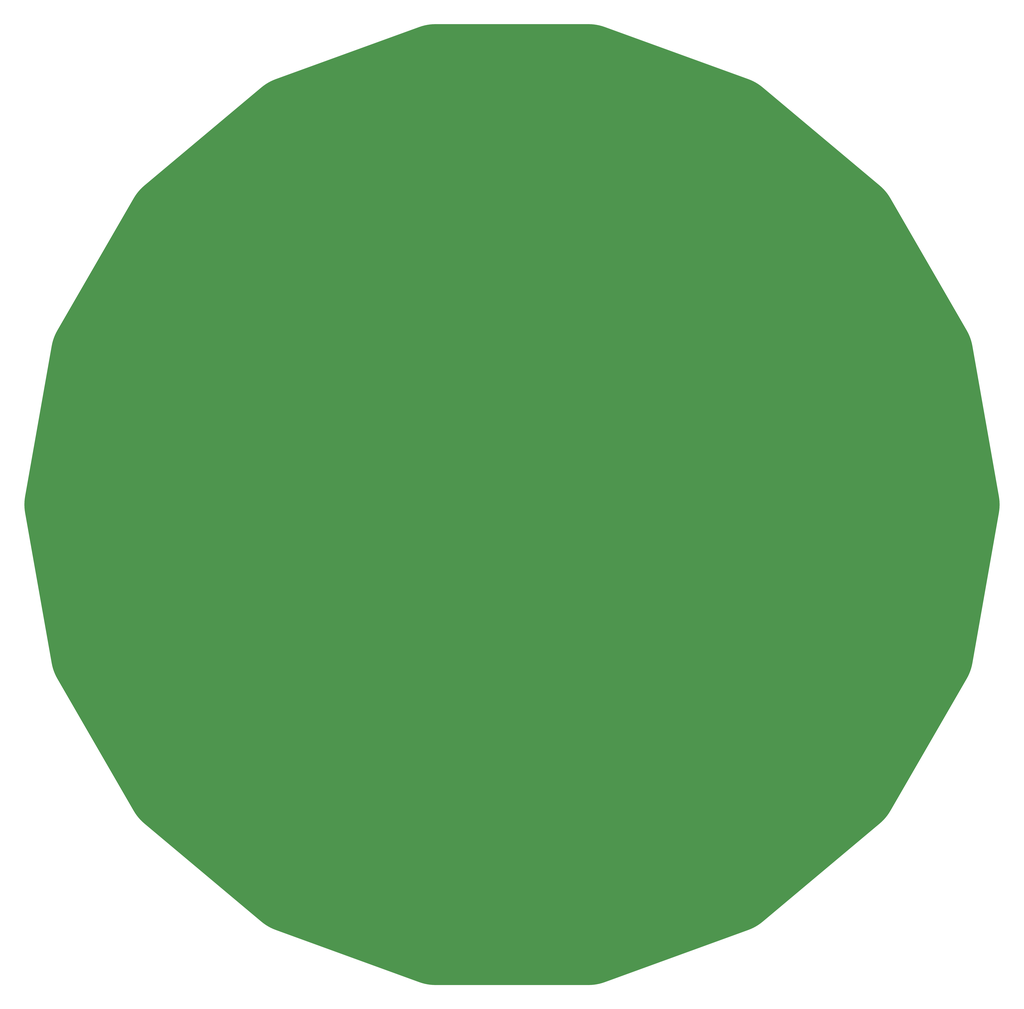
<source format=gbr>
%MOMM*%
%FSLAX36Y36*%
%ADD10C,100*%
D10*
G01*
%LPC*%
%LS1.04347926086957*%
X536996453Y4651825D02*
X387028177Y59235813D01*
X307231723Y197447325D01*
X334944741Y354615657D01*
X457200000Y457200000D01*
X607168277Y511783989D01*
X484913017Y409199646D01*
X334944741Y354615657D01*
X414741194Y492827168D01*
X536996453Y595411512D01*
X686964730Y649995500D01*
X564709471Y547411157D01*
X414741194Y492827168D01*
X387028177Y335658837D01*
X509283436Y438243180D01*
X659251713Y492827168D01*
X536996453Y390242825D01*
X387028177Y335658837D01*
X307231723Y197447325D01*
X429486983Y300031668D01*
X457200000Y457200000D01*
X536996453Y595411512D01*
X509283436Y438243180D01*
X429486983Y300031668D01*
X579455259Y354615657D01*
X607168277Y511783989D01*
X686964730Y649995500D01*
X659251713Y492827168D01*
X579455259Y354615657D01*
X457200000Y252031314D01*
X484913017Y409199646D01*
X564709471Y547411157D01*
X536996453Y390242825D01*
X457200000Y252031314D01*
X307231723Y197447325D01*
X279518706Y354615657D01*
X307231723Y511783989D01*
X429486983Y614368332D01*
X579455259Y668952321D01*
X457200000Y566367978D01*
X307231723Y511783989D01*
X387028177Y649995500D01*
X509283436Y752579843D01*
X659251713Y807163832D01*
X536996453Y704579489D01*
X387028177Y649995500D01*
X359315159Y492827168D01*
X481570419Y595411512D01*
X631538695Y649995500D01*
X509283436Y547411157D01*
X359315159Y492827168D01*
X279518706Y354615657D01*
X401773965Y457200000D01*
X429486983Y614368332D01*
X509283436Y752579843D01*
X481570419Y595411512D01*
X401773965Y457200000D01*
X551742242Y511783989D01*
X579455259Y668952321D01*
X659251713Y807163832D01*
X631538695Y649995500D01*
X551742242Y511783989D01*
X429486983Y409199646D01*
X457200000Y566367978D01*
X536996453Y704579489D01*
X509283436Y547411157D01*
X429486983Y409199646D01*
X279518706Y354615657D01*
X359315159Y216404145D01*
X387028177Y373572477D01*
X509283436Y476156820D01*
X659251713Y530740809D01*
X536996453Y428156466D01*
X387028177Y373572477D01*
X466824630Y511783989D01*
X589079889Y614368332D01*
X739048166Y668952321D01*
X616792907Y566367978D01*
X466824630Y511783989D01*
X439111613Y354615657D01*
X561366872Y457200000D01*
X711335149Y511783989D01*
X589079889Y409199646D01*
X439111613Y354615657D01*
X359315159Y216404145D01*
X481570419Y318988488D01*
X509283436Y476156820D01*
X589079889Y614368332D01*
X561366872Y457200000D01*
X481570419Y318988488D01*
X631538695Y373572477D01*
X659251713Y530740809D01*
X739048166Y668952321D01*
X711335149Y511783989D01*
X631538695Y373572477D01*
X509283436Y270988134D01*
X536996453Y428156466D01*
X616792907Y566367978D01*
X589079889Y409199646D01*
X509283436Y270988134D01*
X359315159Y216404145D01*
X387028177Y59235813D01*
X414741194Y216404145D01*
X334944741Y354615657D01*
X307231723Y511783989D01*
X387028177Y373572477D01*
X414741194Y216404145D01*
X536996453Y318988488D01*
X686964730Y373572477D01*
X564709471Y270988134D01*
X414741194Y216404145D01*
X494537647Y354615657D01*
X616792907Y457200000D01*
X766761184Y511783989D01*
X644505924Y409199646D01*
X494537647Y354615657D01*
X414741194Y492827168D01*
X387028177Y649995500D01*
X466824630Y511783989D01*
X494537647Y354615657D01*
X466824630Y197447325D01*
X387028177Y335658837D01*
X359315159Y492827168D01*
X439111613Y354615657D01*
X466824630Y197447325D01*
X589079889Y300031668D01*
X739048166Y354615657D01*
X616792907Y252031314D01*
X466824630Y197447325D01*
X387028177Y59235813D01*
X509283436Y161820157D01*
X429486983Y300031668D01*
X401773965Y457200000D01*
X481570419Y318988488D01*
X509283436Y161820157D01*
X536996453Y318988488D01*
X457200000Y457200000D01*
X429486983Y614368332D01*
X509283436Y476156820D01*
X536996453Y318988488D01*
X616792907Y457200000D01*
X536996453Y595411512D01*
X509283436Y752579843D01*
X589079889Y614368332D01*
X616792907Y457200000D01*
X589079889Y300031668D01*
X509283436Y438243180D01*
X481570419Y595411512D01*
X561366872Y457200000D01*
X589079889Y300031668D01*
X509283436Y161820157D01*
X659251713Y216404145D01*
X579455259Y354615657D01*
X551742242Y511783989D01*
X631538695Y373572477D01*
X659251713Y216404145D01*
X686964730Y373572477D01*
X607168277Y511783989D01*
X579455259Y668952321D01*
X659251713Y530740809D01*
X686964730Y373572477D01*
X766761184Y511783989D01*
X686964730Y649995500D01*
X659251713Y807163832D01*
X739048166Y668952321D01*
X766761184Y511783989D01*
X739048166Y354615657D01*
X659251713Y492827168D01*
X631538695Y649995500D01*
X711335149Y511783989D01*
X739048166Y354615657D01*
X659251713Y216404145D01*
X536996453Y113819802D01*
X457200000Y252031314D01*
X429486983Y409199646D01*
X509283436Y270988134D01*
X536996453Y113819802D01*
X564709471Y270988134D01*
X484913017Y409199646D01*
X457200000Y566367978D01*
X536996453Y428156466D01*
X564709471Y270988134D01*
X644505924Y409199646D01*
X564709471Y547411157D01*
X536996453Y704579489D01*
X616792907Y566367978D01*
X644505924Y409199646D01*
X616792907Y252031314D01*
X536996453Y390242825D01*
X509283436Y547411157D01*
X589079889Y409199646D01*
X616792907Y252031314D01*
X536996453Y113819802D01*
X387028177Y59235813D01*
X264772917Y161820157D01*
X184976464Y300031668D01*
X212689481Y457200000D01*
X334944741Y559784343D01*
X484913017Y614368332D01*
X362657758Y511783989D01*
X212689481Y457200000D01*
X292485935Y595411512D01*
X414741194Y697995855D01*
X564709471Y752579843D01*
X442454211Y649995500D01*
X292485935Y595411512D01*
X264772917Y438243180D01*
X387028177Y540827523D01*
X536996453Y595411512D01*
X414741194Y492827168D01*
X264772917Y438243180D01*
X184976464Y300031668D01*
X307231723Y402616011D01*
X334944741Y559784343D01*
X414741194Y697995855D01*
X387028177Y540827523D01*
X307231723Y402616011D01*
X457200000Y457200000D01*
X484913017Y614368332D01*
X564709471Y752579843D01*
X536996453Y595411512D01*
X457200000Y457200000D01*
X334944741Y354615657D01*
X362657758Y511783989D01*
X442454211Y649995500D01*
X414741194Y492827168D01*
X334944741Y354615657D01*
X184976464Y300031668D01*
X157263446Y457200000D01*
X184976464Y614368332D01*
X307231723Y716952675D01*
X457200000Y771536664D01*
X334944741Y668952321D01*
X184976464Y614368332D01*
X264772917Y752579843D01*
X387028177Y855164187D01*
X536996453Y909748175D01*
X414741194Y807163832D01*
X264772917Y752579843D01*
X237059900Y595411512D01*
X359315159Y697995855D01*
X509283436Y752579843D01*
X387028177Y649995500D01*
X237059900Y595411512D01*
X157263446Y457200000D01*
X279518706Y559784343D01*
X307231723Y716952675D01*
X387028177Y855164187D01*
X359315159Y697995855D01*
X279518706Y559784343D01*
X429486983Y614368332D01*
X457200000Y771536664D01*
X536996453Y909748175D01*
X509283436Y752579843D01*
X429486983Y614368332D01*
X307231723Y511783989D01*
X334944741Y668952321D01*
X414741194Y807163832D01*
X387028177Y649995500D01*
X307231723Y511783989D01*
X157263446Y457200000D01*
X237059900Y318988488D01*
X264772917Y476156820D01*
X387028177Y578741163D01*
X536996453Y633325152D01*
X414741194Y530740809D01*
X264772917Y476156820D01*
X344569371Y614368332D01*
X466824630Y716952675D01*
X616792907Y771536664D01*
X494537647Y668952321D01*
X344569371Y614368332D01*
X316856353Y457200000D01*
X439111613Y559784343D01*
X589079889Y614368332D01*
X466824630Y511783989D01*
X316856353Y457200000D01*
X237059900Y318988488D01*
X359315159Y421572832D01*
X387028177Y578741163D01*
X466824630Y716952675D01*
X439111613Y559784343D01*
X359315159Y421572832D01*
X509283436Y476156820D01*
X536996453Y633325152D01*
X616792907Y771536664D01*
X589079889Y614368332D01*
X509283436Y476156820D01*
X387028177Y373572477D01*
X414741194Y530740809D01*
X494537647Y668952321D01*
X466824630Y511783989D01*
X387028177Y373572477D01*
X237059900Y318988488D01*
X264772917Y161820157D01*
X292485935Y318988488D01*
X212689481Y457200000D01*
X184976464Y614368332D01*
X264772917Y476156820D01*
X292485935Y318988488D01*
X414741194Y421572832D01*
X564709471Y476156820D01*
X442454211Y373572477D01*
X292485935Y318988488D01*
X372282388Y457200000D01*
X494537647Y559784343D01*
X644505924Y614368332D01*
X522250665Y511783989D01*
X372282388Y457200000D01*
X292485935Y595411512D01*
X264772917Y752579843D01*
X344569371Y614368332D01*
X372282388Y457200000D01*
X344569371Y300031668D01*
X264772917Y438243180D01*
X237059900Y595411512D01*
X316856353Y457200000D01*
X344569371Y300031668D01*
X466824630Y402616011D01*
X616792907Y457200000D01*
X494537647Y354615657D01*
X344569371Y300031668D01*
X264772917Y161820157D01*
X387028177Y264404500D01*
X307231723Y402616011D01*
X279518706Y559784343D01*
X359315159Y421572832D01*
X387028177Y264404500D01*
X414741194Y421572832D01*
X334944741Y559784343D01*
X307231723Y716952675D01*
X387028177Y578741163D01*
X414741194Y421572832D01*
X494537647Y559784343D01*
X414741194Y697995855D01*
X387028177Y855164187D01*
X466824630Y716952675D01*
X494537647Y559784343D01*
X466824630Y402616011D01*
X387028177Y540827523D01*
X359315159Y697995855D01*
X439111613Y559784343D01*
X466824630Y402616011D01*
X387028177Y264404500D01*
X536996453Y318988488D01*
X457200000Y457200000D01*
X429486983Y614368332D01*
X509283436Y476156820D01*
X536996453Y318988488D01*
X564709471Y476156820D01*
X484913017Y614368332D01*
X457200000Y771536664D01*
X536996453Y633325152D01*
X564709471Y476156820D01*
X644505924Y614368332D01*
X564709471Y752579843D01*
X536996453Y909748175D01*
X616792907Y771536664D01*
X644505924Y614368332D01*
X616792907Y457200000D01*
X536996453Y595411512D01*
X509283436Y752579843D01*
X589079889Y614368332D01*
X616792907Y457200000D01*
X536996453Y318988488D01*
X414741194Y216404145D01*
X334944741Y354615657D01*
X307231723Y511783989D01*
X387028177Y373572477D01*
X414741194Y216404145D01*
X442454211Y373572477D01*
X362657758Y511783989D01*
X334944741Y668952321D01*
X414741194Y530740809D01*
X442454211Y373572477D01*
X522250665Y511783989D01*
X442454211Y649995500D01*
X414741194Y807163832D01*
X494537647Y668952321D01*
X522250665Y511783989D01*
X494537647Y354615657D01*
X414741194Y492827168D01*
X387028177Y649995500D01*
X466824630Y511783989D01*
X494537647Y354615657D01*
X414741194Y216404145D01*
X264772917Y161820157D01*
X414741194Y107236168D01*
X334944741Y245447679D01*
X362657758Y402616011D01*
X484913017Y505200354D01*
X634881294Y559784343D01*
X512626035Y457200000D01*
X362657758Y402616011D01*
X442454211Y540827523D01*
X564709471Y643411866D01*
X714677748Y697995855D01*
X592422488Y595411512D01*
X442454211Y540827523D01*
X414741194Y383659191D01*
X536996453Y486243534D01*
X686964730Y540827523D01*
X564709471Y438243180D01*
X414741194Y383659191D01*
X334944741Y245447679D01*
X457200000Y348032022D01*
X484913017Y505200354D01*
X564709471Y643411866D01*
X536996453Y486243534D01*
X457200000Y348032022D01*
X607168277Y402616011D01*
X634881294Y559784343D01*
X714677748Y697995855D01*
X686964730Y540827523D01*
X607168277Y402616011D01*
X484913017Y300031668D01*
X512626035Y457200000D01*
X592422488Y595411512D01*
X564709471Y438243180D01*
X484913017Y300031668D01*
X334944741Y245447679D01*
X307231723Y402616011D01*
X334944741Y559784343D01*
X457200000Y662368686D01*
X607168277Y716952675D01*
X484913017Y614368332D01*
X334944741Y559784343D01*
X414741194Y697995855D01*
X536996453Y800580198D01*
X686964730Y855164187D01*
X564709471Y752579843D01*
X414741194Y697995855D01*
X387028177Y540827523D01*
X509283436Y643411866D01*
X659251713Y697995855D01*
X536996453Y595411512D01*
X387028177Y540827523D01*
X307231723Y402616011D01*
X429486983Y505200354D01*
X457200000Y662368686D01*
X536996453Y800580198D01*
X509283436Y643411866D01*
X429486983Y505200354D01*
X579455259Y559784343D01*
X607168277Y716952675D01*
X686964730Y855164187D01*
X659251713Y697995855D01*
X579455259Y559784343D01*
X457200000Y457200000D01*
X484913017Y614368332D01*
X564709471Y752579843D01*
X536996453Y595411512D01*
X457200000Y457200000D01*
X307231723Y402616011D01*
X387028177Y264404500D01*
X414741194Y421572832D01*
X536996453Y524157175D01*
X686964730Y578741163D01*
X564709471Y476156820D01*
X414741194Y421572832D01*
X494537647Y559784343D01*
X616792907Y662368686D01*
X766761184Y716952675D01*
X644505924Y614368332D01*
X494537647Y559784343D01*
X466824630Y402616011D01*
X589079889Y505200354D01*
X739048166Y559784343D01*
X616792907Y457200000D01*
X466824630Y402616011D01*
X387028177Y264404500D01*
X509283436Y366988843D01*
X536996453Y524157175D01*
X616792907Y662368686D01*
X589079889Y505200354D01*
X509283436Y366988843D01*
X659251713Y421572832D01*
X686964730Y578741163D01*
X766761184Y716952675D01*
X739048166Y559784343D01*
X659251713Y421572832D01*
X536996453Y318988488D01*
X564709471Y476156820D01*
X644505924Y614368332D01*
X616792907Y457200000D01*
X536996453Y318988488D01*
X387028177Y264404500D01*
X414741194Y107236168D01*
X442454211Y264404500D01*
X362657758Y402616011D01*
X334944741Y559784343D01*
X414741194Y421572832D01*
X442454211Y264404500D01*
X564709471Y366988843D01*
X714677748Y421572832D01*
X592422488Y318988488D01*
X442454211Y264404500D01*
X522250665Y402616011D01*
X644505924Y505200354D01*
X794474201Y559784343D01*
X672218942Y457200000D01*
X522250665Y402616011D01*
X442454211Y540827523D01*
X414741194Y697995855D01*
X494537647Y559784343D01*
X522250665Y402616011D01*
X494537647Y245447679D01*
X414741194Y383659191D01*
X387028177Y540827523D01*
X466824630Y402616011D01*
X494537647Y245447679D01*
X616792907Y348032022D01*
X766761184Y402616011D01*
X644505924Y300031668D01*
X494537647Y245447679D01*
X414741194Y107236168D01*
X536996453Y209820511D01*
X457200000Y348032022D01*
X429486983Y505200354D01*
X509283436Y366988843D01*
X536996453Y209820511D01*
X564709471Y366988843D01*
X484913017Y505200354D01*
X457200000Y662368686D01*
X536996453Y524157175D01*
X564709471Y366988843D01*
X644505924Y505200354D01*
X564709471Y643411866D01*
X536996453Y800580198D01*
X616792907Y662368686D01*
X644505924Y505200354D01*
X616792907Y348032022D01*
X536996453Y486243534D01*
X509283436Y643411866D01*
X589079889Y505200354D01*
X616792907Y348032022D01*
X536996453Y209820511D01*
X686964730Y264404500D01*
X607168277Y402616011D01*
X579455259Y559784343D01*
X659251713Y421572832D01*
X686964730Y264404500D01*
X714677748Y421572832D01*
X634881294Y559784343D01*
X607168277Y716952675D01*
X686964730Y578741163D01*
X714677748Y421572832D01*
X794474201Y559784343D01*
X714677748Y697995855D01*
X686964730Y855164187D01*
X766761184Y716952675D01*
X794474201Y559784343D01*
X766761184Y402616011D01*
X686964730Y540827523D01*
X659251713Y697995855D01*
X739048166Y559784343D01*
X766761184Y402616011D01*
X686964730Y264404500D01*
X564709471Y161820157D01*
X484913017Y300031668D01*
X457200000Y457200000D01*
X536996453Y318988488D01*
X564709471Y161820157D01*
X592422488Y318988488D01*
X512626035Y457200000D01*
X484913017Y614368332D01*
X564709471Y476156820D01*
X592422488Y318988488D01*
X672218942Y457200000D01*
X592422488Y595411512D01*
X564709471Y752579843D01*
X644505924Y614368332D01*
X672218942Y457200000D01*
X644505924Y300031668D01*
X564709471Y438243180D01*
X536996453Y595411512D01*
X616792907Y457200000D01*
X644505924Y300031668D01*
X564709471Y161820157D01*
X414741194Y107236168D01*
X536996453Y4651825D01*
X457200000Y142863336D01*
X307231723Y197447325D01*
X184976464Y300031668D01*
X334944741Y245447679D01*
X457200000Y142863336D01*
X484913017Y300031668D01*
X607168277Y402616011D01*
X757136554Y457200000D01*
X634881294Y354615657D01*
X484913017Y300031668D01*
X564709471Y438243180D01*
X686964730Y540827523D01*
X836933007Y595411512D01*
X714677748Y492827168D01*
X564709471Y438243180D01*
X536996453Y281074848D01*
X659251713Y383659191D01*
X809219990Y438243180D01*
X686964730Y335658837D01*
X536996453Y281074848D01*
X457200000Y142863336D01*
X579455259Y245447679D01*
X607168277Y402616011D01*
X686964730Y540827523D01*
X659251713Y383659191D01*
X579455259Y245447679D01*
X729423536Y300031668D01*
X757136554Y457200000D01*
X836933007Y595411512D01*
X809219990Y438243180D01*
X729423536Y300031668D01*
X607168277Y197447325D01*
X634881294Y354615657D01*
X714677748Y492827168D01*
X686964730Y335658837D01*
X607168277Y197447325D01*
X457200000Y142863336D01*
X429486983Y300031668D01*
X457200000Y457200000D01*
X579455259Y559784343D01*
X729423536Y614368332D01*
X607168277Y511783989D01*
X457200000Y457200000D01*
X536996453Y595411512D01*
X659251713Y697995855D01*
X809219990Y752579843D01*
X686964730Y649995500D01*
X536996453Y595411512D01*
X509283436Y438243180D01*
X631538695Y540827523D01*
X781506972Y595411512D01*
X659251713Y492827168D01*
X509283436Y438243180D01*
X429486983Y300031668D01*
X551742242Y402616011D01*
X579455259Y559784343D01*
X659251713Y697995855D01*
X631538695Y540827523D01*
X551742242Y402616011D01*
X701710519Y457200000D01*
X729423536Y614368332D01*
X809219990Y752579843D01*
X781506972Y595411512D01*
X701710519Y457200000D01*
X579455259Y354615657D01*
X607168277Y511783989D01*
X686964730Y649995500D01*
X659251713Y492827168D01*
X579455259Y354615657D01*
X429486983Y300031668D01*
X279518706Y354615657D01*
X157263446Y457200000D01*
X307231723Y402616011D01*
X429486983Y300031668D01*
X509283436Y161820157D01*
X359315159Y216404145D01*
X237059900Y318988488D01*
X387028177Y264404500D01*
X509283436Y161820157D01*
X536996453Y318988488D01*
X659251713Y421572832D01*
X809219990Y476156820D01*
X686964730Y373572477D01*
X536996453Y318988488D01*
X616792907Y457200000D01*
X739048166Y559784343D01*
X889016443Y614368332D01*
X766761184Y511783989D01*
X616792907Y457200000D01*
X589079889Y300031668D01*
X711335149Y402616011D01*
X861303426Y457200000D01*
X739048166Y354615657D01*
X589079889Y300031668D01*
X509283436Y161820157D01*
X631538695Y264404500D01*
X659251713Y421572832D01*
X739048166Y559784343D01*
X711335149Y402616011D01*
X631538695Y264404500D01*
X781506972Y318988488D01*
X809219990Y476156820D01*
X889016443Y614368332D01*
X861303426Y457200000D01*
X781506972Y318988488D01*
X659251713Y216404145D01*
X686964730Y373572477D01*
X766761184Y511783989D01*
X739048166Y354615657D01*
X659251713Y216404145D01*
X509283436Y161820157D01*
X536996453Y4651825D01*
X564709471Y161820157D01*
X414741194Y216404145D01*
X292485935Y318988488D01*
X442454211Y264404500D01*
X564709471Y161820157D01*
X484913017Y300031668D01*
X334944741Y354615657D01*
X212689481Y457200000D01*
X362657758Y402616011D01*
X484913017Y300031668D01*
X457200000Y457200000D01*
X307231723Y511783989D01*
X184976464Y614368332D01*
X334944741Y559784343D01*
X457200000Y457200000D01*
X536996453Y318988488D01*
X387028177Y373572477D01*
X264772917Y476156820D01*
X414741194Y421572832D01*
X536996453Y318988488D01*
X564709471Y161820157D01*
X686964730Y264404500D01*
X836933007Y318988488D01*
X714677748Y216404145D01*
X564709471Y161820157D01*
X644505924Y300031668D01*
X766761184Y402616011D01*
X916729461Y457200000D01*
X794474201Y354615657D01*
X644505924Y300031668D01*
X494537647Y354615657D01*
X372282388Y457200000D01*
X522250665Y402616011D01*
X644505924Y300031668D01*
X564709471Y438243180D01*
X414741194Y492827168D01*
X292485935Y595411512D01*
X442454211Y540827523D01*
X564709471Y438243180D01*
X536996453Y595411512D01*
X387028177Y649995500D01*
X264772917Y752579843D01*
X414741194Y697995855D01*
X536996453Y595411512D01*
X616792907Y457200000D01*
X466824630Y511783989D01*
X344569371Y614368332D01*
X494537647Y559784343D01*
X616792907Y457200000D01*
X644505924Y300031668D01*
X616792907Y142863336D01*
X466824630Y197447325D01*
X344569371Y300031668D01*
X494537647Y245447679D01*
X616792907Y142863336D01*
X536996453Y281074848D01*
X387028177Y335658837D01*
X264772917Y438243180D01*
X414741194Y383659191D01*
X536996453Y281074848D01*
X509283436Y438243180D01*
X359315159Y492827168D01*
X237059900Y595411512D01*
X387028177Y540827523D01*
X509283436Y438243180D01*
X589079889Y300031668D01*
X439111613Y354615657D01*
X316856353Y457200000D01*
X466824630Y402616011D01*
X589079889Y300031668D01*
X616792907Y142863336D01*
X739048166Y245447679D01*
X889016443Y300031668D01*
X766761184Y197447325D01*
X616792907Y142863336D01*
X536996453Y4651825D01*
X659251713Y107236168D01*
X509283436Y161820157D01*
X387028177Y264404500D01*
X536996453Y209820511D01*
X659251713Y107236168D01*
X579455259Y245447679D01*
X429486983Y300031668D01*
X307231723Y402616011D01*
X457200000Y348032022D01*
X579455259Y245447679D01*
X551742242Y402616011D01*
X401773965Y457200000D01*
X279518706Y559784343D01*
X429486983Y505200354D01*
X551742242Y402616011D01*
X631538695Y264404500D01*
X481570419Y318988488D01*
X359315159Y421572832D01*
X509283436Y366988843D01*
X631538695Y264404500D01*
X659251713Y107236168D01*
X686964730Y264404500D01*
X536996453Y318988488D01*
X414741194Y421572832D01*
X564709471Y366988843D01*
X686964730Y264404500D01*
X607168277Y402616011D01*
X457200000Y457200000D01*
X334944741Y559784343D01*
X484913017Y505200354D01*
X607168277Y402616011D01*
X579455259Y559784343D01*
X429486983Y614368332D01*
X307231723Y716952675D01*
X457200000Y662368686D01*
X579455259Y559784343D01*
X659251713Y421572832D01*
X509283436Y476156820D01*
X387028177Y578741163D01*
X536996453Y524157175D01*
X659251713Y421572832D01*
X686964730Y264404500D01*
X766761184Y402616011D01*
X616792907Y457200000D01*
X494537647Y559784343D01*
X644505924Y505200354D01*
X766761184Y402616011D01*
X686964730Y540827523D01*
X536996453Y595411512D01*
X414741194Y697995855D01*
X564709471Y643411866D01*
X686964730Y540827523D01*
X659251713Y697995855D01*
X509283436Y752579843D01*
X387028177Y855164187D01*
X536996453Y800580198D01*
X659251713Y697995855D01*
X739048166Y559784343D01*
X589079889Y614368332D01*
X466824630Y716952675D01*
X616792907Y662368686D01*
X739048166Y559784343D01*
X766761184Y402616011D01*
X739048166Y245447679D01*
X589079889Y300031668D01*
X466824630Y402616011D01*
X616792907Y348032022D01*
X739048166Y245447679D01*
X659251713Y383659191D01*
X509283436Y438243180D01*
X387028177Y540827523D01*
X536996453Y486243534D01*
X659251713Y383659191D01*
X631538695Y540827523D01*
X481570419Y595411512D01*
X359315159Y697995855D01*
X509283436Y643411866D01*
X631538695Y540827523D01*
X711335149Y402616011D01*
X561366872Y457200000D01*
X439111613Y559784343D01*
X589079889Y505200354D01*
X711335149Y402616011D01*
X739048166Y245447679D01*
X659251713Y107236168D01*
X809219990Y161820157D01*
X659251713Y216404145D01*
X536996453Y318988488D01*
X686964730Y264404500D01*
X809219990Y161820157D01*
X729423536Y300031668D01*
X579455259Y354615657D01*
X457200000Y457200000D01*
X607168277Y402616011D01*
X729423536Y300031668D01*
X701710519Y457200000D01*
X551742242Y511783989D01*
X429486983Y614368332D01*
X579455259Y559784343D01*
X701710519Y457200000D01*
X781506972Y318988488D01*
X631538695Y373572477D01*
X509283436Y476156820D01*
X659251713Y421572832D01*
X781506972Y318988488D01*
X809219990Y161820157D01*
X836933007Y318988488D01*
X686964730Y373572477D01*
X564709471Y476156820D01*
X714677748Y421572832D01*
X836933007Y318988488D01*
X757136554Y457200000D01*
X607168277Y511783989D01*
X484913017Y614368332D01*
X634881294Y559784343D01*
X757136554Y457200000D01*
X729423536Y614368332D01*
X579455259Y668952321D01*
X457200000Y771536664D01*
X607168277Y716952675D01*
X729423536Y614368332D01*
X809219990Y476156820D01*
X659251713Y530740809D01*
X536996453Y633325152D01*
X686964730Y578741163D01*
X809219990Y476156820D01*
X836933007Y318988488D01*
X916729461Y457200000D01*
X766761184Y511783989D01*
X644505924Y614368332D01*
X794474201Y559784343D01*
X916729461Y457200000D01*
X836933007Y595411512D01*
X686964730Y649995500D01*
X564709471Y752579843D01*
X714677748Y697995855D01*
X836933007Y595411512D01*
X809219990Y752579843D01*
X659251713Y807163832D01*
X536996453Y909748175D01*
X686964730Y855164187D01*
X809219990Y752579843D01*
X889016443Y614368332D01*
X739048166Y668952321D01*
X616792907Y771536664D01*
X766761184Y716952675D01*
X889016443Y614368332D01*
X916729461Y457200000D01*
X889016443Y300031668D01*
X739048166Y354615657D01*
X616792907Y457200000D01*
X766761184Y402616011D01*
X889016443Y300031668D01*
X809219990Y438243180D01*
X659251713Y492827168D01*
X536996453Y595411512D01*
X686964730Y540827523D01*
X809219990Y438243180D01*
X781506972Y595411512D01*
X631538695Y649995500D01*
X509283436Y752579843D01*
X659251713Y697995855D01*
X781506972Y595411512D01*
X861303426Y457200000D01*
X711335149Y511783989D01*
X589079889Y614368332D01*
X739048166Y559784343D01*
X861303426Y457200000D01*
X889016443Y300031668D01*
X809219990Y161820157D01*
X686964730Y59235813D01*
X536996453Y113819802D01*
X414741194Y216404145D01*
X564709471Y161820157D01*
X686964730Y59235813D01*
X607168277Y197447325D01*
X457200000Y252031314D01*
X334944741Y354615657D01*
X484913017Y300031668D01*
X607168277Y197447325D01*
X579455259Y354615657D01*
X429486983Y409199646D01*
X307231723Y511783989D01*
X457200000Y457200000D01*
X579455259Y354615657D01*
X659251713Y216404145D01*
X509283436Y270988134D01*
X387028177Y373572477D01*
X536996453Y318988488D01*
X659251713Y216404145D01*
X686964730Y59235813D01*
X714677748Y216404145D01*
X564709471Y270988134D01*
X442454211Y373572477D01*
X592422488Y318988488D01*
X714677748Y216404145D01*
X634881294Y354615657D01*
X484913017Y409199646D01*
X362657758Y511783989D01*
X512626035Y457200000D01*
X634881294Y354615657D01*
X607168277Y511783989D01*
X457200000Y566367978D01*
X334944741Y668952321D01*
X484913017Y614368332D01*
X607168277Y511783989D01*
X686964730Y373572477D01*
X536996453Y428156466D01*
X414741194Y530740809D01*
X564709471Y476156820D01*
X686964730Y373572477D01*
X714677748Y216404145D01*
X794474201Y354615657D01*
X644505924Y409199646D01*
X522250665Y511783989D01*
X672218942Y457200000D01*
X794474201Y354615657D01*
X714677748Y492827168D01*
X564709471Y547411157D01*
X442454211Y649995500D01*
X592422488Y595411512D01*
X714677748Y492827168D01*
X686964730Y649995500D01*
X536996453Y704579489D01*
X414741194Y807163832D01*
X564709471Y752579843D01*
X686964730Y649995500D01*
X766761184Y511783989D01*
X616792907Y566367978D01*
X494537647Y668952321D01*
X644505924Y614368332D01*
X766761184Y511783989D01*
X794474201Y354615657D01*
X766761184Y197447325D01*
X616792907Y252031314D01*
X494537647Y354615657D01*
X644505924Y300031668D01*
X766761184Y197447325D01*
X686964730Y335658837D01*
X536996453Y390242825D01*
X414741194Y492827168D01*
X564709471Y438243180D01*
X686964730Y335658837D01*
X659251713Y492827168D01*
X509283436Y547411157D01*
X387028177Y649995500D01*
X536996453Y595411512D01*
X659251713Y492827168D01*
X739048166Y354615657D01*
X589079889Y409199646D01*
X466824630Y511783989D01*
X616792907Y457200000D01*
X739048166Y354615657D01*
X766761184Y197447325D01*
X686964730Y59235813D01*
X536996453Y4651825D01*
X377403547Y4651825D01*
X227435270Y59235813D01*
X147638816Y197447325D01*
X175351834Y354615657D01*
X297607093Y457200000D01*
X447575370Y511783989D01*
X325320111Y409199646D01*
X175351834Y354615657D01*
X255148287Y492827168D01*
X377403547Y595411512D01*
X527371823Y649995500D01*
X405116564Y547411157D01*
X255148287Y492827168D01*
X227435270Y335658837D01*
X349690529Y438243180D01*
X499658806Y492827168D01*
X377403547Y390242825D01*
X227435270Y335658837D01*
X147638816Y197447325D01*
X269894076Y300031668D01*
X297607093Y457200000D01*
X377403547Y595411512D01*
X349690529Y438243180D01*
X269894076Y300031668D01*
X419862353Y354615657D01*
X447575370Y511783989D01*
X527371823Y649995500D01*
X499658806Y492827168D01*
X419862353Y354615657D01*
X297607093Y252031314D01*
X325320111Y409199646D01*
X405116564Y547411157D01*
X377403547Y390242825D01*
X297607093Y252031314D01*
X147638816Y197447325D01*
X119925799Y354615657D01*
X147638816Y511783989D01*
X269894076Y614368332D01*
X419862353Y668952321D01*
X297607093Y566367978D01*
X147638816Y511783989D01*
X227435270Y649995500D01*
X349690529Y752579843D01*
X499658806Y807163832D01*
X377403547Y704579489D01*
X227435270Y649995500D01*
X199722252Y492827168D01*
X321977512Y595411512D01*
X471945789Y649995500D01*
X349690529Y547411157D01*
X199722252Y492827168D01*
X119925799Y354615657D01*
X242181058Y457200000D01*
X269894076Y614368332D01*
X349690529Y752579843D01*
X321977512Y595411512D01*
X242181058Y457200000D01*
X392149335Y511783989D01*
X419862353Y668952321D01*
X499658806Y807163832D01*
X471945789Y649995500D01*
X392149335Y511783989D01*
X269894076Y409199646D01*
X297607093Y566367978D01*
X377403547Y704579489D01*
X349690529Y547411157D01*
X269894076Y409199646D01*
X119925799Y354615657D01*
X199722252Y216404145D01*
X227435270Y373572477D01*
X349690529Y476156820D01*
X499658806Y530740809D01*
X377403547Y428156466D01*
X227435270Y373572477D01*
X307231723Y511783989D01*
X429486983Y614368332D01*
X579455259Y668952321D01*
X457200000Y566367978D01*
X307231723Y511783989D01*
X279518706Y354615657D01*
X401773965Y457200000D01*
X551742242Y511783989D01*
X429486983Y409199646D01*
X279518706Y354615657D01*
X199722252Y216404145D01*
X321977512Y318988488D01*
X349690529Y476156820D01*
X429486983Y614368332D01*
X401773965Y457200000D01*
X321977512Y318988488D01*
X471945789Y373572477D01*
X499658806Y530740809D01*
X579455259Y668952321D01*
X551742242Y511783989D01*
X471945789Y373572477D01*
X349690529Y270988134D01*
X377403547Y428156466D01*
X457200000Y566367978D01*
X429486983Y409199646D01*
X349690529Y270988134D01*
X199722252Y216404145D01*
X227435270Y59235813D01*
X255148287Y216404145D01*
X175351834Y354615657D01*
X147638816Y511783989D01*
X227435270Y373572477D01*
X255148287Y216404145D01*
X377403547Y318988488D01*
X527371823Y373572477D01*
X405116564Y270988134D01*
X255148287Y216404145D01*
X334944741Y354615657D01*
X457200000Y457200000D01*
X607168277Y511783989D01*
X484913017Y409199646D01*
X334944741Y354615657D01*
X255148287Y492827168D01*
X227435270Y649995500D01*
X307231723Y511783989D01*
X334944741Y354615657D01*
X307231723Y197447325D01*
X227435270Y335658837D01*
X199722252Y492827168D01*
X279518706Y354615657D01*
X307231723Y197447325D01*
X429486983Y300031668D01*
X579455259Y354615657D01*
X457200000Y252031314D01*
X307231723Y197447325D01*
X227435270Y59235813D01*
X349690529Y161820157D01*
X269894076Y300031668D01*
X242181058Y457200000D01*
X321977512Y318988488D01*
X349690529Y161820157D01*
X377403547Y318988488D01*
X297607093Y457200000D01*
X269894076Y614368332D01*
X349690529Y476156820D01*
X377403547Y318988488D01*
X457200000Y457200000D01*
X377403547Y595411512D01*
X349690529Y752579843D01*
X429486983Y614368332D01*
X457200000Y457200000D01*
X429486983Y300031668D01*
X349690529Y438243180D01*
X321977512Y595411512D01*
X401773965Y457200000D01*
X429486983Y300031668D01*
X349690529Y161820157D01*
X499658806Y216404145D01*
X419862353Y354615657D01*
X392149335Y511783989D01*
X471945789Y373572477D01*
X499658806Y216404145D01*
X527371823Y373572477D01*
X447575370Y511783989D01*
X419862353Y668952321D01*
X499658806Y530740809D01*
X527371823Y373572477D01*
X607168277Y511783989D01*
X527371823Y649995500D01*
X499658806Y807163832D01*
X579455259Y668952321D01*
X607168277Y511783989D01*
X579455259Y354615657D01*
X499658806Y492827168D01*
X471945789Y649995500D01*
X551742242Y511783989D01*
X579455259Y354615657D01*
X499658806Y216404145D01*
X377403547Y113819802D01*
X297607093Y252031314D01*
X269894076Y409199646D01*
X349690529Y270988134D01*
X377403547Y113819802D01*
X405116564Y270988134D01*
X325320111Y409199646D01*
X297607093Y566367978D01*
X377403547Y428156466D01*
X405116564Y270988134D01*
X484913017Y409199646D01*
X405116564Y547411157D01*
X377403547Y704579489D01*
X457200000Y566367978D01*
X484913017Y409199646D01*
X457200000Y252031314D01*
X377403547Y390242825D01*
X349690529Y547411157D01*
X429486983Y409199646D01*
X457200000Y252031314D01*
X377403547Y113819802D01*
X227435270Y59235813D01*
X105180010Y161820157D01*
X25383557Y300031668D01*
X53096574Y457200000D01*
X175351834Y559784343D01*
X325320111Y614368332D01*
X203064851Y511783989D01*
X53096574Y457200000D01*
X132893028Y595411512D01*
X255148287Y697995855D01*
X405116564Y752579843D01*
X282861305Y649995500D01*
X132893028Y595411512D01*
X105180010Y438243180D01*
X227435270Y540827523D01*
X377403547Y595411512D01*
X255148287Y492827168D01*
X105180010Y438243180D01*
X25383557Y300031668D01*
X147638816Y402616011D01*
X175351834Y559784343D01*
X255148287Y697995855D01*
X227435270Y540827523D01*
X147638816Y402616011D01*
X297607093Y457200000D01*
X325320111Y614368332D01*
X405116564Y752579843D01*
X377403547Y595411512D01*
X297607093Y457200000D01*
X175351834Y354615657D01*
X203064851Y511783989D01*
X282861305Y649995500D01*
X255148287Y492827168D01*
X175351834Y354615657D01*
X25383557Y300031668D01*
X-2329460Y457200000D01*
X25383557Y614368332D01*
X147638816Y716952675D01*
X297607093Y771536664D01*
X175351834Y668952321D01*
X25383557Y614368332D01*
X105180010Y752579843D01*
X227435270Y855164187D01*
X377403547Y909748175D01*
X255148287Y807163832D01*
X105180010Y752579843D01*
X77466993Y595411512D01*
X199722252Y697995855D01*
X349690529Y752579843D01*
X227435270Y649995500D01*
X77466993Y595411512D01*
X-2329460Y457200000D01*
X119925799Y559784343D01*
X147638816Y716952675D01*
X227435270Y855164187D01*
X199722252Y697995855D01*
X119925799Y559784343D01*
X269894076Y614368332D01*
X297607093Y771536664D01*
X377403547Y909748175D01*
X349690529Y752579843D01*
X269894076Y614368332D01*
X147638816Y511783989D01*
X175351834Y668952321D01*
X255148287Y807163832D01*
X227435270Y649995500D01*
X147638816Y511783989D01*
X-2329460Y457200000D01*
X77466993Y318988488D01*
X105180010Y476156820D01*
X227435270Y578741163D01*
X377403547Y633325152D01*
X255148287Y530740809D01*
X105180010Y476156820D01*
X184976464Y614368332D01*
X307231723Y716952675D01*
X457200000Y771536664D01*
X334944741Y668952321D01*
X184976464Y614368332D01*
X157263446Y457200000D01*
X279518706Y559784343D01*
X429486983Y614368332D01*
X307231723Y511783989D01*
X157263446Y457200000D01*
X77466993Y318988488D01*
X199722252Y421572832D01*
X227435270Y578741163D01*
X307231723Y716952675D01*
X279518706Y559784343D01*
X199722252Y421572832D01*
X349690529Y476156820D01*
X377403547Y633325152D01*
X457200000Y771536664D01*
X429486983Y614368332D01*
X349690529Y476156820D01*
X227435270Y373572477D01*
X255148287Y530740809D01*
X334944741Y668952321D01*
X307231723Y511783989D01*
X227435270Y373572477D01*
X77466993Y318988488D01*
X105180010Y161820157D01*
X132893028Y318988488D01*
X53096574Y457200000D01*
X25383557Y614368332D01*
X105180010Y476156820D01*
X132893028Y318988488D01*
X255148287Y421572832D01*
X405116564Y476156820D01*
X282861305Y373572477D01*
X132893028Y318988488D01*
X212689481Y457200000D01*
X334944741Y559784343D01*
X484913017Y614368332D01*
X362657758Y511783989D01*
X212689481Y457200000D01*
X132893028Y595411512D01*
X105180010Y752579843D01*
X184976464Y614368332D01*
X212689481Y457200000D01*
X184976464Y300031668D01*
X105180010Y438243180D01*
X77466993Y595411512D01*
X157263446Y457200000D01*
X184976464Y300031668D01*
X307231723Y402616011D01*
X457200000Y457200000D01*
X334944741Y354615657D01*
X184976464Y300031668D01*
X105180010Y161820157D01*
X227435270Y264404500D01*
X147638816Y402616011D01*
X119925799Y559784343D01*
X199722252Y421572832D01*
X227435270Y264404500D01*
X255148287Y421572832D01*
X175351834Y559784343D01*
X147638816Y716952675D01*
X227435270Y578741163D01*
X255148287Y421572832D01*
X334944741Y559784343D01*
X255148287Y697995855D01*
X227435270Y855164187D01*
X307231723Y716952675D01*
X334944741Y559784343D01*
X307231723Y402616011D01*
X227435270Y540827523D01*
X199722252Y697995855D01*
X279518706Y559784343D01*
X307231723Y402616011D01*
X227435270Y264404500D01*
X377403547Y318988488D01*
X297607093Y457200000D01*
X269894076Y614368332D01*
X349690529Y476156820D01*
X377403547Y318988488D01*
X405116564Y476156820D01*
X325320111Y614368332D01*
X297607093Y771536664D01*
X377403547Y633325152D01*
X405116564Y476156820D01*
X484913017Y614368332D01*
X405116564Y752579843D01*
X377403547Y909748175D01*
X457200000Y771536664D01*
X484913017Y614368332D01*
X457200000Y457200000D01*
X377403547Y595411512D01*
X349690529Y752579843D01*
X429486983Y614368332D01*
X457200000Y457200000D01*
X377403547Y318988488D01*
X255148287Y216404145D01*
X175351834Y354615657D01*
X147638816Y511783989D01*
X227435270Y373572477D01*
X255148287Y216404145D01*
X282861305Y373572477D01*
X203064851Y511783989D01*
X175351834Y668952321D01*
X255148287Y530740809D01*
X282861305Y373572477D01*
X362657758Y511783989D01*
X282861305Y649995500D01*
X255148287Y807163832D01*
X334944741Y668952321D01*
X362657758Y511783989D01*
X334944741Y354615657D01*
X255148287Y492827168D01*
X227435270Y649995500D01*
X307231723Y511783989D01*
X334944741Y354615657D01*
X255148287Y216404145D01*
X105180010Y161820157D01*
X255148287Y107236168D01*
X175351834Y245447679D01*
X203064851Y402616011D01*
X325320111Y505200354D01*
X475288387Y559784343D01*
X353033128Y457200000D01*
X203064851Y402616011D01*
X282861305Y540827523D01*
X405116564Y643411866D01*
X555084841Y697995855D01*
X432829581Y595411512D01*
X282861305Y540827523D01*
X255148287Y383659191D01*
X377403547Y486243534D01*
X527371823Y540827523D01*
X405116564Y438243180D01*
X255148287Y383659191D01*
X175351834Y245447679D01*
X297607093Y348032022D01*
X325320111Y505200354D01*
X405116564Y643411866D01*
X377403547Y486243534D01*
X297607093Y348032022D01*
X447575370Y402616011D01*
X475288387Y559784343D01*
X555084841Y697995855D01*
X527371823Y540827523D01*
X447575370Y402616011D01*
X325320111Y300031668D01*
X353033128Y457200000D01*
X432829581Y595411512D01*
X405116564Y438243180D01*
X325320111Y300031668D01*
X175351834Y245447679D01*
X147638816Y402616011D01*
X175351834Y559784343D01*
X297607093Y662368686D01*
X447575370Y716952675D01*
X325320111Y614368332D01*
X175351834Y559784343D01*
X255148287Y697995855D01*
X377403547Y800580198D01*
X527371823Y855164187D01*
X405116564Y752579843D01*
X255148287Y697995855D01*
X227435270Y540827523D01*
X349690529Y643411866D01*
X499658806Y697995855D01*
X377403547Y595411512D01*
X227435270Y540827523D01*
X147638816Y402616011D01*
X269894076Y505200354D01*
X297607093Y662368686D01*
X377403547Y800580198D01*
X349690529Y643411866D01*
X269894076Y505200354D01*
X419862353Y559784343D01*
X447575370Y716952675D01*
X527371823Y855164187D01*
X499658806Y697995855D01*
X419862353Y559784343D01*
X297607093Y457200000D01*
X325320111Y614368332D01*
X405116564Y752579843D01*
X377403547Y595411512D01*
X297607093Y457200000D01*
X147638816Y402616011D01*
X227435270Y264404500D01*
X255148287Y421572832D01*
X377403547Y524157175D01*
X527371823Y578741163D01*
X405116564Y476156820D01*
X255148287Y421572832D01*
X334944741Y559784343D01*
X457200000Y662368686D01*
X607168277Y716952675D01*
X484913017Y614368332D01*
X334944741Y559784343D01*
X307231723Y402616011D01*
X429486983Y505200354D01*
X579455259Y559784343D01*
X457200000Y457200000D01*
X307231723Y402616011D01*
X227435270Y264404500D01*
X349690529Y366988843D01*
X377403547Y524157175D01*
X457200000Y662368686D01*
X429486983Y505200354D01*
X349690529Y366988843D01*
X499658806Y421572832D01*
X527371823Y578741163D01*
X607168277Y716952675D01*
X579455259Y559784343D01*
X499658806Y421572832D01*
X377403547Y318988488D01*
X405116564Y476156820D01*
X484913017Y614368332D01*
X457200000Y457200000D01*
X377403547Y318988488D01*
X227435270Y264404500D01*
X255148287Y107236168D01*
X282861305Y264404500D01*
X203064851Y402616011D01*
X175351834Y559784343D01*
X255148287Y421572832D01*
X282861305Y264404500D01*
X405116564Y366988843D01*
X555084841Y421572832D01*
X432829581Y318988488D01*
X282861305Y264404500D01*
X362657758Y402616011D01*
X484913017Y505200354D01*
X634881294Y559784343D01*
X512626035Y457200000D01*
X362657758Y402616011D01*
X282861305Y540827523D01*
X255148287Y697995855D01*
X334944741Y559784343D01*
X362657758Y402616011D01*
X334944741Y245447679D01*
X255148287Y383659191D01*
X227435270Y540827523D01*
X307231723Y402616011D01*
X334944741Y245447679D01*
X457200000Y348032022D01*
X607168277Y402616011D01*
X484913017Y300031668D01*
X334944741Y245447679D01*
X255148287Y107236168D01*
X377403547Y209820511D01*
X297607093Y348032022D01*
X269894076Y505200354D01*
X349690529Y366988843D01*
X377403547Y209820511D01*
X405116564Y366988843D01*
X325320111Y505200354D01*
X297607093Y662368686D01*
X377403547Y524157175D01*
X405116564Y366988843D01*
X484913017Y505200354D01*
X405116564Y643411866D01*
X377403547Y800580198D01*
X457200000Y662368686D01*
X484913017Y505200354D01*
X457200000Y348032022D01*
X377403547Y486243534D01*
X349690529Y643411866D01*
X429486983Y505200354D01*
X457200000Y348032022D01*
X377403547Y209820511D01*
X527371823Y264404500D01*
X447575370Y402616011D01*
X419862353Y559784343D01*
X499658806Y421572832D01*
X527371823Y264404500D01*
X555084841Y421572832D01*
X475288387Y559784343D01*
X447575370Y716952675D01*
X527371823Y578741163D01*
X555084841Y421572832D01*
X634881294Y559784343D01*
X555084841Y697995855D01*
X527371823Y855164187D01*
X607168277Y716952675D01*
X634881294Y559784343D01*
X607168277Y402616011D01*
X527371823Y540827523D01*
X499658806Y697995855D01*
X579455259Y559784343D01*
X607168277Y402616011D01*
X527371823Y264404500D01*
X405116564Y161820157D01*
X325320111Y300031668D01*
X297607093Y457200000D01*
X377403547Y318988488D01*
X405116564Y161820157D01*
X432829581Y318988488D01*
X353033128Y457200000D01*
X325320111Y614368332D01*
X405116564Y476156820D01*
X432829581Y318988488D01*
X512626035Y457200000D01*
X432829581Y595411512D01*
X405116564Y752579843D01*
X484913017Y614368332D01*
X512626035Y457200000D01*
X484913017Y300031668D01*
X405116564Y438243180D01*
X377403547Y595411512D01*
X457200000Y457200000D01*
X484913017Y300031668D01*
X405116564Y161820157D01*
X255148287Y107236168D01*
X377403547Y4651825D01*
X297607093Y142863336D01*
X147638816Y197447325D01*
X25383557Y300031668D01*
X175351834Y245447679D01*
X297607093Y142863336D01*
X325320111Y300031668D01*
X447575370Y402616011D01*
X597543647Y457200000D01*
X475288387Y354615657D01*
X325320111Y300031668D01*
X405116564Y438243180D01*
X527371823Y540827523D01*
X677340100Y595411512D01*
X555084841Y492827168D01*
X405116564Y438243180D01*
X377403547Y281074848D01*
X499658806Y383659191D01*
X649627083Y438243180D01*
X527371823Y335658837D01*
X377403547Y281074848D01*
X297607093Y142863336D01*
X419862353Y245447679D01*
X447575370Y402616011D01*
X527371823Y540827523D01*
X499658806Y383659191D01*
X419862353Y245447679D01*
X569830629Y300031668D01*
X597543647Y457200000D01*
X677340100Y595411512D01*
X649627083Y438243180D01*
X569830629Y300031668D01*
X447575370Y197447325D01*
X475288387Y354615657D01*
X555084841Y492827168D01*
X527371823Y335658837D01*
X447575370Y197447325D01*
X297607093Y142863336D01*
X269894076Y300031668D01*
X297607093Y457200000D01*
X419862353Y559784343D01*
X569830629Y614368332D01*
X447575370Y511783989D01*
X297607093Y457200000D01*
X377403547Y595411512D01*
X499658806Y697995855D01*
X649627083Y752579843D01*
X527371823Y649995500D01*
X377403547Y595411512D01*
X349690529Y438243180D01*
X471945789Y540827523D01*
X621914065Y595411512D01*
X499658806Y492827168D01*
X349690529Y438243180D01*
X269894076Y300031668D01*
X392149335Y402616011D01*
X419862353Y559784343D01*
X499658806Y697995855D01*
X471945789Y540827523D01*
X392149335Y402616011D01*
X542117612Y457200000D01*
X569830629Y614368332D01*
X649627083Y752579843D01*
X621914065Y595411512D01*
X542117612Y457200000D01*
X419862353Y354615657D01*
X447575370Y511783989D01*
X527371823Y649995500D01*
X499658806Y492827168D01*
X419862353Y354615657D01*
X269894076Y300031668D01*
X119925799Y354615657D01*
X-2329460Y457200000D01*
X147638816Y402616011D01*
X269894076Y300031668D01*
X349690529Y161820157D01*
X199722252Y216404145D01*
X77466993Y318988488D01*
X227435270Y264404500D01*
X349690529Y161820157D01*
X377403547Y318988488D01*
X499658806Y421572832D01*
X649627083Y476156820D01*
X527371823Y373572477D01*
X377403547Y318988488D01*
X457200000Y457200000D01*
X579455259Y559784343D01*
X729423536Y614368332D01*
X607168277Y511783989D01*
X457200000Y457200000D01*
X429486983Y300031668D01*
X551742242Y402616011D01*
X701710519Y457200000D01*
X579455259Y354615657D01*
X429486983Y300031668D01*
X349690529Y161820157D01*
X471945789Y264404500D01*
X499658806Y421572832D01*
X579455259Y559784343D01*
X551742242Y402616011D01*
X471945789Y264404500D01*
X621914065Y318988488D01*
X649627083Y476156820D01*
X729423536Y614368332D01*
X701710519Y457200000D01*
X621914065Y318988488D01*
X499658806Y216404145D01*
X527371823Y373572477D01*
X607168277Y511783989D01*
X579455259Y354615657D01*
X499658806Y216404145D01*
X349690529Y161820157D01*
X377403547Y4651825D01*
X405116564Y161820157D01*
X255148287Y216404145D01*
X132893028Y318988488D01*
X282861305Y264404500D01*
X405116564Y161820157D01*
X325320111Y300031668D01*
X175351834Y354615657D01*
X53096574Y457200000D01*
X203064851Y402616011D01*
X325320111Y300031668D01*
X297607093Y457200000D01*
X147638816Y511783989D01*
X25383557Y614368332D01*
X175351834Y559784343D01*
X297607093Y457200000D01*
X377403547Y318988488D01*
X227435270Y373572477D01*
X105180010Y476156820D01*
X255148287Y421572832D01*
X377403547Y318988488D01*
X405116564Y161820157D01*
X527371823Y264404500D01*
X677340100Y318988488D01*
X555084841Y216404145D01*
X405116564Y161820157D01*
X484913017Y300031668D01*
X607168277Y402616011D01*
X757136554Y457200000D01*
X634881294Y354615657D01*
X484913017Y300031668D01*
X334944741Y354615657D01*
X212689481Y457200000D01*
X362657758Y402616011D01*
X484913017Y300031668D01*
X405116564Y438243180D01*
X255148287Y492827168D01*
X132893028Y595411512D01*
X282861305Y540827523D01*
X405116564Y438243180D01*
X377403547Y595411512D01*
X227435270Y649995500D01*
X105180010Y752579843D01*
X255148287Y697995855D01*
X377403547Y595411512D01*
X457200000Y457200000D01*
X307231723Y511783989D01*
X184976464Y614368332D01*
X334944741Y559784343D01*
X457200000Y457200000D01*
X484913017Y300031668D01*
X457200000Y142863336D01*
X307231723Y197447325D01*
X184976464Y300031668D01*
X334944741Y245447679D01*
X457200000Y142863336D01*
X377403547Y281074848D01*
X227435270Y335658837D01*
X105180010Y438243180D01*
X255148287Y383659191D01*
X377403547Y281074848D01*
X349690529Y438243180D01*
X199722252Y492827168D01*
X77466993Y595411512D01*
X227435270Y540827523D01*
X349690529Y438243180D01*
X429486983Y300031668D01*
X279518706Y354615657D01*
X157263446Y457200000D01*
X307231723Y402616011D01*
X429486983Y300031668D01*
X457200000Y142863336D01*
X579455259Y245447679D01*
X729423536Y300031668D01*
X607168277Y197447325D01*
X457200000Y142863336D01*
X377403547Y4651825D01*
X499658806Y107236168D01*
X349690529Y161820157D01*
X227435270Y264404500D01*
X377403547Y209820511D01*
X499658806Y107236168D01*
X419862353Y245447679D01*
X269894076Y300031668D01*
X147638816Y402616011D01*
X297607093Y348032022D01*
X419862353Y245447679D01*
X392149335Y402616011D01*
X242181058Y457200000D01*
X119925799Y559784343D01*
X269894076Y505200354D01*
X392149335Y402616011D01*
X471945789Y264404500D01*
X321977512Y318988488D01*
X199722252Y421572832D01*
X349690529Y366988843D01*
X471945789Y264404500D01*
X499658806Y107236168D01*
X527371823Y264404500D01*
X377403547Y318988488D01*
X255148287Y421572832D01*
X405116564Y366988843D01*
X527371823Y264404500D01*
X447575370Y402616011D01*
X297607093Y457200000D01*
X175351834Y559784343D01*
X325320111Y505200354D01*
X447575370Y402616011D01*
X419862353Y559784343D01*
X269894076Y614368332D01*
X147638816Y716952675D01*
X297607093Y662368686D01*
X419862353Y559784343D01*
X499658806Y421572832D01*
X349690529Y476156820D01*
X227435270Y578741163D01*
X377403547Y524157175D01*
X499658806Y421572832D01*
X527371823Y264404500D01*
X607168277Y402616011D01*
X457200000Y457200000D01*
X334944741Y559784343D01*
X484913017Y505200354D01*
X607168277Y402616011D01*
X527371823Y540827523D01*
X377403547Y595411512D01*
X255148287Y697995855D01*
X405116564Y643411866D01*
X527371823Y540827523D01*
X499658806Y697995855D01*
X349690529Y752579843D01*
X227435270Y855164187D01*
X377403547Y800580198D01*
X499658806Y697995855D01*
X579455259Y559784343D01*
X429486983Y614368332D01*
X307231723Y716952675D01*
X457200000Y662368686D01*
X579455259Y559784343D01*
X607168277Y402616011D01*
X579455259Y245447679D01*
X429486983Y300031668D01*
X307231723Y402616011D01*
X457200000Y348032022D01*
X579455259Y245447679D01*
X499658806Y383659191D01*
X349690529Y438243180D01*
X227435270Y540827523D01*
X377403547Y486243534D01*
X499658806Y383659191D01*
X471945789Y540827523D01*
X321977512Y595411512D01*
X199722252Y697995855D01*
X349690529Y643411866D01*
X471945789Y540827523D01*
X551742242Y402616011D01*
X401773965Y457200000D01*
X279518706Y559784343D01*
X429486983Y505200354D01*
X551742242Y402616011D01*
X579455259Y245447679D01*
X499658806Y107236168D01*
X649627083Y161820157D01*
X499658806Y216404145D01*
X377403547Y318988488D01*
X527371823Y264404500D01*
X649627083Y161820157D01*
X569830629Y300031668D01*
X419862353Y354615657D01*
X297607093Y457200000D01*
X447575370Y402616011D01*
X569830629Y300031668D01*
X542117612Y457200000D01*
X392149335Y511783989D01*
X269894076Y614368332D01*
X419862353Y559784343D01*
X542117612Y457200000D01*
X621914065Y318988488D01*
X471945789Y373572477D01*
X349690529Y476156820D01*
X499658806Y421572832D01*
X621914065Y318988488D01*
X649627083Y161820157D01*
X677340100Y318988488D01*
X527371823Y373572477D01*
X405116564Y476156820D01*
X555084841Y421572832D01*
X677340100Y318988488D01*
X597543647Y457200000D01*
X447575370Y511783989D01*
X325320111Y614368332D01*
X475288387Y559784343D01*
X597543647Y457200000D01*
X569830629Y614368332D01*
X419862353Y668952321D01*
X297607093Y771536664D01*
X447575370Y716952675D01*
X569830629Y614368332D01*
X649627083Y476156820D01*
X499658806Y530740809D01*
X377403547Y633325152D01*
X527371823Y578741163D01*
X649627083Y476156820D01*
X677340100Y318988488D01*
X757136554Y457200000D01*
X607168277Y511783989D01*
X484913017Y614368332D01*
X634881294Y559784343D01*
X757136554Y457200000D01*
X677340100Y595411512D01*
X527371823Y649995500D01*
X405116564Y752579843D01*
X555084841Y697995855D01*
X677340100Y595411512D01*
X649627083Y752579843D01*
X499658806Y807163832D01*
X377403547Y909748175D01*
X527371823Y855164187D01*
X649627083Y752579843D01*
X729423536Y614368332D01*
X579455259Y668952321D01*
X457200000Y771536664D01*
X607168277Y716952675D01*
X729423536Y614368332D01*
X757136554Y457200000D01*
X729423536Y300031668D01*
X579455259Y354615657D01*
X457200000Y457200000D01*
X607168277Y402616011D01*
X729423536Y300031668D01*
X649627083Y438243180D01*
X499658806Y492827168D01*
X377403547Y595411512D01*
X527371823Y540827523D01*
X649627083Y438243180D01*
X621914065Y595411512D01*
X471945789Y649995500D01*
X349690529Y752579843D01*
X499658806Y697995855D01*
X621914065Y595411512D01*
X701710519Y457200000D01*
X551742242Y511783989D01*
X429486983Y614368332D01*
X579455259Y559784343D01*
X701710519Y457200000D01*
X729423536Y300031668D01*
X649627083Y161820157D01*
X527371823Y59235813D01*
X377403547Y113819802D01*
X255148287Y216404145D01*
X405116564Y161820157D01*
X527371823Y59235813D01*
X447575370Y197447325D01*
X297607093Y252031314D01*
X175351834Y354615657D01*
X325320111Y300031668D01*
X447575370Y197447325D01*
X419862353Y354615657D01*
X269894076Y409199646D01*
X147638816Y511783989D01*
X297607093Y457200000D01*
X419862353Y354615657D01*
X499658806Y216404145D01*
X349690529Y270988134D01*
X227435270Y373572477D01*
X377403547Y318988488D01*
X499658806Y216404145D01*
X527371823Y59235813D01*
X555084841Y216404145D01*
X405116564Y270988134D01*
X282861305Y373572477D01*
X432829581Y318988488D01*
X555084841Y216404145D01*
X475288387Y354615657D01*
X325320111Y409199646D01*
X203064851Y511783989D01*
X353033128Y457200000D01*
X475288387Y354615657D01*
X447575370Y511783989D01*
X297607093Y566367978D01*
X175351834Y668952321D01*
X325320111Y614368332D01*
X447575370Y511783989D01*
X527371823Y373572477D01*
X377403547Y428156466D01*
X255148287Y530740809D01*
X405116564Y476156820D01*
X527371823Y373572477D01*
X555084841Y216404145D01*
X634881294Y354615657D01*
X484913017Y409199646D01*
X362657758Y511783989D01*
X512626035Y457200000D01*
X634881294Y354615657D01*
X555084841Y492827168D01*
X405116564Y547411157D01*
X282861305Y649995500D01*
X432829581Y595411512D01*
X555084841Y492827168D01*
X527371823Y649995500D01*
X377403547Y704579489D01*
X255148287Y807163832D01*
X405116564Y752579843D01*
X527371823Y649995500D01*
X607168277Y511783989D01*
X457200000Y566367978D01*
X334944741Y668952321D01*
X484913017Y614368332D01*
X607168277Y511783989D01*
X634881294Y354615657D01*
X607168277Y197447325D01*
X457200000Y252031314D01*
X334944741Y354615657D01*
X484913017Y300031668D01*
X607168277Y197447325D01*
X527371823Y335658837D01*
X377403547Y390242825D01*
X255148287Y492827168D01*
X405116564Y438243180D01*
X527371823Y335658837D01*
X499658806Y492827168D01*
X349690529Y547411157D01*
X227435270Y649995500D01*
X377403547Y595411512D01*
X499658806Y492827168D01*
X579455259Y354615657D01*
X429486983Y409199646D01*
X307231723Y511783989D01*
X457200000Y457200000D01*
X579455259Y354615657D01*
X607168277Y197447325D01*
X527371823Y59235813D01*
X377403547Y4651825D01*
X227435270Y59235813D01*
X147638816Y197447325D01*
X175351834Y354615657D01*
X297607093Y457200000D01*
X447575370Y511783989D01*
X325320111Y409199646D01*
X175351834Y354615657D01*
X255148287Y492827168D01*
X377403547Y595411512D01*
X527371823Y649995500D01*
X405116564Y547411157D01*
X255148287Y492827168D01*
X227435270Y335658837D01*
X349690529Y438243180D01*
X499658806Y492827168D01*
X377403547Y390242825D01*
X227435270Y335658837D01*
X147638816Y197447325D01*
X269894076Y300031668D01*
X297607093Y457200000D01*
X377403547Y595411512D01*
X349690529Y438243180D01*
X269894076Y300031668D01*
X419862353Y354615657D01*
X447575370Y511783989D01*
X527371823Y649995500D01*
X499658806Y492827168D01*
X419862353Y354615657D01*
X297607093Y252031314D01*
X325320111Y409199646D01*
X405116564Y547411157D01*
X377403547Y390242825D01*
X297607093Y252031314D01*
X147638816Y197447325D01*
X119925799Y354615657D01*
X147638816Y511783989D01*
X269894076Y614368332D01*
X419862353Y668952321D01*
X297607093Y566367978D01*
X147638816Y511783989D01*
X227435270Y649995500D01*
X349690529Y752579843D01*
X499658806Y807163832D01*
X377403547Y704579489D01*
X227435270Y649995500D01*
X199722252Y492827168D01*
X321977512Y595411512D01*
X471945789Y649995500D01*
X349690529Y547411157D01*
X199722252Y492827168D01*
X119925799Y354615657D01*
X242181058Y457200000D01*
X269894076Y614368332D01*
X349690529Y752579843D01*
X321977512Y595411512D01*
X242181058Y457200000D01*
X392149335Y511783989D01*
X419862353Y668952321D01*
X499658806Y807163832D01*
X471945789Y649995500D01*
X392149335Y511783989D01*
X269894076Y409199646D01*
X297607093Y566367978D01*
X377403547Y704579489D01*
X349690529Y547411157D01*
X269894076Y409199646D01*
X119925799Y354615657D01*
X199722252Y216404145D01*
X227435270Y373572477D01*
X349690529Y476156820D01*
X499658806Y530740809D01*
X377403547Y428156466D01*
X227435270Y373572477D01*
X307231723Y511783989D01*
X429486983Y614368332D01*
X579455259Y668952321D01*
X457200000Y566367978D01*
X307231723Y511783989D01*
X279518706Y354615657D01*
X401773965Y457200000D01*
X551742242Y511783989D01*
X429486983Y409199646D01*
X279518706Y354615657D01*
X199722252Y216404145D01*
X321977512Y318988488D01*
X349690529Y476156820D01*
X429486983Y614368332D01*
X401773965Y457200000D01*
X321977512Y318988488D01*
X471945789Y373572477D01*
X499658806Y530740809D01*
X579455259Y668952321D01*
X551742242Y511783989D01*
X471945789Y373572477D01*
X349690529Y270988134D01*
X377403547Y428156466D01*
X457200000Y566367978D01*
X429486983Y409199646D01*
X349690529Y270988134D01*
X199722252Y216404145D01*
X227435270Y59235813D01*
X255148287Y216404145D01*
X175351834Y354615657D01*
X147638816Y511783989D01*
X227435270Y373572477D01*
X255148287Y216404145D01*
X377403547Y318988488D01*
X527371823Y373572477D01*
X405116564Y270988134D01*
X255148287Y216404145D01*
X334944741Y354615657D01*
X457200000Y457200000D01*
X607168277Y511783989D01*
X484913017Y409199646D01*
X334944741Y354615657D01*
X255148287Y492827168D01*
X227435270Y649995500D01*
X307231723Y511783989D01*
X334944741Y354615657D01*
X307231723Y197447325D01*
X227435270Y335658837D01*
X199722252Y492827168D01*
X279518706Y354615657D01*
X307231723Y197447325D01*
X429486983Y300031668D01*
X579455259Y354615657D01*
X457200000Y252031314D01*
X307231723Y197447325D01*
X227435270Y59235813D01*
X349690529Y161820157D01*
X269894076Y300031668D01*
X242181058Y457200000D01*
X321977512Y318988488D01*
X349690529Y161820157D01*
X377403547Y318988488D01*
X297607093Y457200000D01*
X269894076Y614368332D01*
X349690529Y476156820D01*
X377403547Y318988488D01*
X457200000Y457200000D01*
X377403547Y595411512D01*
X349690529Y752579843D01*
X429486983Y614368332D01*
X457200000Y457200000D01*
X429486983Y300031668D01*
X349690529Y438243180D01*
X321977512Y595411512D01*
X401773965Y457200000D01*
X429486983Y300031668D01*
X349690529Y161820157D01*
X499658806Y216404145D01*
X419862353Y354615657D01*
X392149335Y511783989D01*
X471945789Y373572477D01*
X499658806Y216404145D01*
X527371823Y373572477D01*
X447575370Y511783989D01*
X419862353Y668952321D01*
X499658806Y530740809D01*
X527371823Y373572477D01*
X607168277Y511783989D01*
X527371823Y649995500D01*
X499658806Y807163832D01*
X579455259Y668952321D01*
X607168277Y511783989D01*
X579455259Y354615657D01*
X499658806Y492827168D01*
X471945789Y649995500D01*
X551742242Y511783989D01*
X579455259Y354615657D01*
X499658806Y216404145D01*
X377403547Y113819802D01*
X297607093Y252031314D01*
X269894076Y409199646D01*
X349690529Y270988134D01*
X377403547Y113819802D01*
X405116564Y270988134D01*
X325320111Y409199646D01*
X297607093Y566367978D01*
X377403547Y428156466D01*
X405116564Y270988134D01*
X484913017Y409199646D01*
X405116564Y547411157D01*
X377403547Y704579489D01*
X457200000Y566367978D01*
X484913017Y409199646D01*
X457200000Y252031314D01*
X377403547Y390242825D01*
X349690529Y547411157D01*
X429486983Y409199646D01*
X457200000Y252031314D01*
X377403547Y113819802D01*
X227435270Y59235813D01*
X105180010Y161820157D01*
X25383557Y300031668D01*
X53096574Y457200000D01*
X175351834Y559784343D01*
X325320111Y614368332D01*
X203064851Y511783989D01*
X53096574Y457200000D01*
X132893028Y595411512D01*
X255148287Y697995855D01*
X405116564Y752579843D01*
X282861305Y649995500D01*
X132893028Y595411512D01*
X105180010Y438243180D01*
X227435270Y540827523D01*
X377403547Y595411512D01*
X255148287Y492827168D01*
X105180010Y438243180D01*
X25383557Y300031668D01*
X147638816Y402616011D01*
X175351834Y559784343D01*
X255148287Y697995855D01*
X227435270Y540827523D01*
X147638816Y402616011D01*
X297607093Y457200000D01*
X325320111Y614368332D01*
X405116564Y752579843D01*
X377403547Y595411512D01*
X297607093Y457200000D01*
X175351834Y354615657D01*
X203064851Y511783989D01*
X282861305Y649995500D01*
X255148287Y492827168D01*
X175351834Y354615657D01*
X25383557Y300031668D01*
X-2329460Y457200000D01*
X25383557Y614368332D01*
X147638816Y716952675D01*
X297607093Y771536664D01*
X175351834Y668952321D01*
X25383557Y614368332D01*
X105180010Y752579843D01*
X227435270Y855164187D01*
X377403547Y909748175D01*
X255148287Y807163832D01*
X105180010Y752579843D01*
X77466993Y595411512D01*
X199722252Y697995855D01*
X349690529Y752579843D01*
X227435270Y649995500D01*
X77466993Y595411512D01*
X-2329460Y457200000D01*
X119925799Y559784343D01*
X147638816Y716952675D01*
X227435270Y855164187D01*
X199722252Y697995855D01*
X119925799Y559784343D01*
X269894076Y614368332D01*
X297607093Y771536664D01*
X377403547Y909748175D01*
X349690529Y752579843D01*
X269894076Y614368332D01*
X147638816Y511783989D01*
X175351834Y668952321D01*
X255148287Y807163832D01*
X227435270Y649995500D01*
X147638816Y511783989D01*
X-2329460Y457200000D01*
X77466993Y318988488D01*
X105180010Y476156820D01*
X227435270Y578741163D01*
X377403547Y633325152D01*
X255148287Y530740809D01*
X105180010Y476156820D01*
X184976464Y614368332D01*
X307231723Y716952675D01*
X457200000Y771536664D01*
X334944741Y668952321D01*
X184976464Y614368332D01*
X157263446Y457200000D01*
X279518706Y559784343D01*
X429486983Y614368332D01*
X307231723Y511783989D01*
X157263446Y457200000D01*
X77466993Y318988488D01*
X199722252Y421572832D01*
X227435270Y578741163D01*
X307231723Y716952675D01*
X279518706Y559784343D01*
X199722252Y421572832D01*
X349690529Y476156820D01*
X377403547Y633325152D01*
X457200000Y771536664D01*
X429486983Y614368332D01*
X349690529Y476156820D01*
X227435270Y373572477D01*
X255148287Y530740809D01*
X334944741Y668952321D01*
X307231723Y511783989D01*
X227435270Y373572477D01*
X77466993Y318988488D01*
X105180010Y161820157D01*
X132893028Y318988488D01*
X53096574Y457200000D01*
X25383557Y614368332D01*
X105180010Y476156820D01*
X132893028Y318988488D01*
X255148287Y421572832D01*
X405116564Y476156820D01*
X282861305Y373572477D01*
X132893028Y318988488D01*
X212689481Y457200000D01*
X334944741Y559784343D01*
X484913017Y614368332D01*
X362657758Y511783989D01*
X212689481Y457200000D01*
X132893028Y595411512D01*
X105180010Y752579843D01*
X184976464Y614368332D01*
X212689481Y457200000D01*
X184976464Y300031668D01*
X105180010Y438243180D01*
X77466993Y595411512D01*
X157263446Y457200000D01*
X184976464Y300031668D01*
X307231723Y402616011D01*
X457200000Y457200000D01*
X334944741Y354615657D01*
X184976464Y300031668D01*
X105180010Y161820157D01*
X227435270Y264404500D01*
X147638816Y402616011D01*
X119925799Y559784343D01*
X199722252Y421572832D01*
X227435270Y264404500D01*
X255148287Y421572832D01*
X175351834Y559784343D01*
X147638816Y716952675D01*
X227435270Y578741163D01*
X255148287Y421572832D01*
X334944741Y559784343D01*
X255148287Y697995855D01*
X227435270Y855164187D01*
X307231723Y716952675D01*
X334944741Y559784343D01*
X307231723Y402616011D01*
X227435270Y540827523D01*
X199722252Y697995855D01*
X279518706Y559784343D01*
X307231723Y402616011D01*
X227435270Y264404500D01*
X377403547Y318988488D01*
X297607093Y457200000D01*
X269894076Y614368332D01*
X349690529Y476156820D01*
X377403547Y318988488D01*
X405116564Y476156820D01*
X325320111Y614368332D01*
X297607093Y771536664D01*
X377403547Y633325152D01*
X405116564Y476156820D01*
X484913017Y614368332D01*
X405116564Y752579843D01*
X377403547Y909748175D01*
X457200000Y771536664D01*
X484913017Y614368332D01*
X457200000Y457200000D01*
X377403547Y595411512D01*
X349690529Y752579843D01*
X429486983Y614368332D01*
X457200000Y457200000D01*
X377403547Y318988488D01*
X255148287Y216404145D01*
X175351834Y354615657D01*
X147638816Y511783989D01*
X227435270Y373572477D01*
X255148287Y216404145D01*
X282861305Y373572477D01*
X203064851Y511783989D01*
X175351834Y668952321D01*
X255148287Y530740809D01*
X282861305Y373572477D01*
X362657758Y511783989D01*
X282861305Y649995500D01*
X255148287Y807163832D01*
X334944741Y668952321D01*
X362657758Y511783989D01*
X334944741Y354615657D01*
X255148287Y492827168D01*
X227435270Y649995500D01*
X307231723Y511783989D01*
X334944741Y354615657D01*
X255148287Y216404145D01*
X105180010Y161820157D01*
X255148287Y107236168D01*
X175351834Y245447679D01*
X203064851Y402616011D01*
X325320111Y505200354D01*
X475288387Y559784343D01*
X353033128Y457200000D01*
X203064851Y402616011D01*
X282861305Y540827523D01*
X405116564Y643411866D01*
X555084841Y697995855D01*
X432829581Y595411512D01*
X282861305Y540827523D01*
X255148287Y383659191D01*
X377403547Y486243534D01*
X527371823Y540827523D01*
X405116564Y438243180D01*
X255148287Y383659191D01*
X175351834Y245447679D01*
X297607093Y348032022D01*
X325320111Y505200354D01*
X405116564Y643411866D01*
X377403547Y486243534D01*
X297607093Y348032022D01*
X447575370Y402616011D01*
X475288387Y559784343D01*
X555084841Y697995855D01*
X527371823Y540827523D01*
X447575370Y402616011D01*
X325320111Y300031668D01*
X353033128Y457200000D01*
X432829581Y595411512D01*
X405116564Y438243180D01*
X325320111Y300031668D01*
X175351834Y245447679D01*
X147638816Y402616011D01*
X175351834Y559784343D01*
X297607093Y662368686D01*
X447575370Y716952675D01*
X325320111Y614368332D01*
X175351834Y559784343D01*
X255148287Y697995855D01*
X377403547Y800580198D01*
X527371823Y855164187D01*
X405116564Y752579843D01*
X255148287Y697995855D01*
X227435270Y540827523D01*
X349690529Y643411866D01*
X499658806Y697995855D01*
X377403547Y595411512D01*
X227435270Y540827523D01*
X147638816Y402616011D01*
X269894076Y505200354D01*
X297607093Y662368686D01*
X377403547Y800580198D01*
X349690529Y643411866D01*
X269894076Y505200354D01*
X419862353Y559784343D01*
X447575370Y716952675D01*
X527371823Y855164187D01*
X499658806Y697995855D01*
X419862353Y559784343D01*
X297607093Y457200000D01*
X325320111Y614368332D01*
X405116564Y752579843D01*
X377403547Y595411512D01*
X297607093Y457200000D01*
X147638816Y402616011D01*
X227435270Y264404500D01*
X255148287Y421572832D01*
X377403547Y524157175D01*
X527371823Y578741163D01*
X405116564Y476156820D01*
X255148287Y421572832D01*
X334944741Y559784343D01*
X457200000Y662368686D01*
X607168277Y716952675D01*
X484913017Y614368332D01*
X334944741Y559784343D01*
X307231723Y402616011D01*
X429486983Y505200354D01*
X579455259Y559784343D01*
X457200000Y457200000D01*
X307231723Y402616011D01*
X227435270Y264404500D01*
X349690529Y366988843D01*
X377403547Y524157175D01*
X457200000Y662368686D01*
X429486983Y505200354D01*
X349690529Y366988843D01*
X499658806Y421572832D01*
X527371823Y578741163D01*
X607168277Y716952675D01*
X579455259Y559784343D01*
X499658806Y421572832D01*
X377403547Y318988488D01*
X405116564Y476156820D01*
X484913017Y614368332D01*
X457200000Y457200000D01*
X377403547Y318988488D01*
X227435270Y264404500D01*
X255148287Y107236168D01*
X282861305Y264404500D01*
X203064851Y402616011D01*
X175351834Y559784343D01*
X255148287Y421572832D01*
X282861305Y264404500D01*
X405116564Y366988843D01*
X555084841Y421572832D01*
X432829581Y318988488D01*
X282861305Y264404500D01*
X362657758Y402616011D01*
X484913017Y505200354D01*
X634881294Y559784343D01*
X512626035Y457200000D01*
X362657758Y402616011D01*
X282861305Y540827523D01*
X255148287Y697995855D01*
X334944741Y559784343D01*
X362657758Y402616011D01*
X334944741Y245447679D01*
X255148287Y383659191D01*
X227435270Y540827523D01*
X307231723Y402616011D01*
X334944741Y245447679D01*
X457200000Y348032022D01*
X607168277Y402616011D01*
X484913017Y300031668D01*
X334944741Y245447679D01*
X255148287Y107236168D01*
X377403547Y209820511D01*
X297607093Y348032022D01*
X269894076Y505200354D01*
X349690529Y366988843D01*
X377403547Y209820511D01*
X405116564Y366988843D01*
X325320111Y505200354D01*
X297607093Y662368686D01*
X377403547Y524157175D01*
X405116564Y366988843D01*
X484913017Y505200354D01*
X405116564Y643411866D01*
X377403547Y800580198D01*
X457200000Y662368686D01*
X484913017Y505200354D01*
X457200000Y348032022D01*
X377403547Y486243534D01*
X349690529Y643411866D01*
X429486983Y505200354D01*
X457200000Y348032022D01*
X377403547Y209820511D01*
X527371823Y264404500D01*
X447575370Y402616011D01*
X419862353Y559784343D01*
X499658806Y421572832D01*
X527371823Y264404500D01*
X555084841Y421572832D01*
X475288387Y559784343D01*
X447575370Y716952675D01*
X527371823Y578741163D01*
X555084841Y421572832D01*
X634881294Y559784343D01*
X555084841Y697995855D01*
X527371823Y855164187D01*
X607168277Y716952675D01*
X634881294Y559784343D01*
X607168277Y402616011D01*
X527371823Y540827523D01*
X499658806Y697995855D01*
X579455259Y559784343D01*
X607168277Y402616011D01*
X527371823Y264404500D01*
X405116564Y161820157D01*
X325320111Y300031668D01*
X297607093Y457200000D01*
X377403547Y318988488D01*
X405116564Y161820157D01*
X432829581Y318988488D01*
X353033128Y457200000D01*
X325320111Y614368332D01*
X405116564Y476156820D01*
X432829581Y318988488D01*
X512626035Y457200000D01*
X432829581Y595411512D01*
X405116564Y752579843D01*
X484913017Y614368332D01*
X512626035Y457200000D01*
X484913017Y300031668D01*
X405116564Y438243180D01*
X377403547Y595411512D01*
X457200000Y457200000D01*
X484913017Y300031668D01*
X405116564Y161820157D01*
X255148287Y107236168D01*
X377403547Y4651825D01*
X297607093Y142863336D01*
X147638816Y197447325D01*
X25383557Y300031668D01*
X175351834Y245447679D01*
X297607093Y142863336D01*
X325320111Y300031668D01*
X447575370Y402616011D01*
X597543647Y457200000D01*
X475288387Y354615657D01*
X325320111Y300031668D01*
X405116564Y438243180D01*
X527371823Y540827523D01*
X677340100Y595411512D01*
X555084841Y492827168D01*
X405116564Y438243180D01*
X377403547Y281074848D01*
X499658806Y383659191D01*
X649627083Y438243180D01*
X527371823Y335658837D01*
X377403547Y281074848D01*
X297607093Y142863336D01*
X419862353Y245447679D01*
X447575370Y402616011D01*
X527371823Y540827523D01*
X499658806Y383659191D01*
X419862353Y245447679D01*
X569830629Y300031668D01*
X597543647Y457200000D01*
X677340100Y595411512D01*
X649627083Y438243180D01*
X569830629Y300031668D01*
X447575370Y197447325D01*
X475288387Y354615657D01*
X555084841Y492827168D01*
X527371823Y335658837D01*
X447575370Y197447325D01*
X297607093Y142863336D01*
X269894076Y300031668D01*
X297607093Y457200000D01*
X419862353Y559784343D01*
X569830629Y614368332D01*
X447575370Y511783989D01*
X297607093Y457200000D01*
X377403547Y595411512D01*
X499658806Y697995855D01*
X649627083Y752579843D01*
X527371823Y649995500D01*
X377403547Y595411512D01*
X349690529Y438243180D01*
X471945789Y540827523D01*
X621914065Y595411512D01*
X499658806Y492827168D01*
X349690529Y438243180D01*
X269894076Y300031668D01*
X392149335Y402616011D01*
X419862353Y559784343D01*
X499658806Y697995855D01*
X471945789Y540827523D01*
X392149335Y402616011D01*
X542117612Y457200000D01*
X569830629Y614368332D01*
X649627083Y752579843D01*
X621914065Y595411512D01*
X542117612Y457200000D01*
X419862353Y354615657D01*
X447575370Y511783989D01*
X527371823Y649995500D01*
X499658806Y492827168D01*
X419862353Y354615657D01*
X269894076Y300031668D01*
X119925799Y354615657D01*
X-2329460Y457200000D01*
X147638816Y402616011D01*
X269894076Y300031668D01*
X349690529Y161820157D01*
X199722252Y216404145D01*
X77466993Y318988488D01*
X227435270Y264404500D01*
X349690529Y161820157D01*
X377403547Y318988488D01*
X499658806Y421572832D01*
X649627083Y476156820D01*
X527371823Y373572477D01*
X377403547Y318988488D01*
X457200000Y457200000D01*
X579455259Y559784343D01*
X729423536Y614368332D01*
X607168277Y511783989D01*
X457200000Y457200000D01*
X429486983Y300031668D01*
X551742242Y402616011D01*
X701710519Y457200000D01*
X579455259Y354615657D01*
X429486983Y300031668D01*
X349690529Y161820157D01*
X471945789Y264404500D01*
X499658806Y421572832D01*
X579455259Y559784343D01*
X551742242Y402616011D01*
X471945789Y264404500D01*
X621914065Y318988488D01*
X649627083Y476156820D01*
X729423536Y614368332D01*
X701710519Y457200000D01*
X621914065Y318988488D01*
X499658806Y216404145D01*
X527371823Y373572477D01*
X607168277Y511783989D01*
X579455259Y354615657D01*
X499658806Y216404145D01*
X349690529Y161820157D01*
X377403547Y4651825D01*
X405116564Y161820157D01*
X255148287Y216404145D01*
X132893028Y318988488D01*
X282861305Y264404500D01*
X405116564Y161820157D01*
X325320111Y300031668D01*
X175351834Y354615657D01*
X53096574Y457200000D01*
X203064851Y402616011D01*
X325320111Y300031668D01*
X297607093Y457200000D01*
X147638816Y511783989D01*
X25383557Y614368332D01*
X175351834Y559784343D01*
X297607093Y457200000D01*
X377403547Y318988488D01*
X227435270Y373572477D01*
X105180010Y476156820D01*
X255148287Y421572832D01*
X377403547Y318988488D01*
X405116564Y161820157D01*
X527371823Y264404500D01*
X677340100Y318988488D01*
X555084841Y216404145D01*
X405116564Y161820157D01*
X484913017Y300031668D01*
X607168277Y402616011D01*
X757136554Y457200000D01*
X634881294Y354615657D01*
X484913017Y300031668D01*
X334944741Y354615657D01*
X212689481Y457200000D01*
X362657758Y402616011D01*
X484913017Y300031668D01*
X405116564Y438243180D01*
X255148287Y492827168D01*
X132893028Y595411512D01*
X282861305Y540827523D01*
X405116564Y438243180D01*
X377403547Y595411512D01*
X227435270Y649995500D01*
X105180010Y752579843D01*
X255148287Y697995855D01*
X377403547Y595411512D01*
X457200000Y457200000D01*
X307231723Y511783989D01*
X184976464Y614368332D01*
X334944741Y559784343D01*
X457200000Y457200000D01*
X484913017Y300031668D01*
X457200000Y142863336D01*
X307231723Y197447325D01*
X184976464Y300031668D01*
X334944741Y245447679D01*
X457200000Y142863336D01*
X377403547Y281074848D01*
X227435270Y335658837D01*
X105180010Y438243180D01*
X255148287Y383659191D01*
X377403547Y281074848D01*
X349690529Y438243180D01*
X199722252Y492827168D01*
X77466993Y595411512D01*
X227435270Y540827523D01*
X349690529Y438243180D01*
X429486983Y300031668D01*
X279518706Y354615657D01*
X157263446Y457200000D01*
X307231723Y402616011D01*
X429486983Y300031668D01*
X457200000Y142863336D01*
X579455259Y245447679D01*
X729423536Y300031668D01*
X607168277Y197447325D01*
X457200000Y142863336D01*
X377403547Y4651825D01*
X499658806Y107236168D01*
X349690529Y161820157D01*
X227435270Y264404500D01*
X377403547Y209820511D01*
X499658806Y107236168D01*
X419862353Y245447679D01*
X269894076Y300031668D01*
X147638816Y402616011D01*
X297607093Y348032022D01*
X419862353Y245447679D01*
X392149335Y402616011D01*
X242181058Y457200000D01*
X119925799Y559784343D01*
X269894076Y505200354D01*
X392149335Y402616011D01*
X471945789Y264404500D01*
X321977512Y318988488D01*
X199722252Y421572832D01*
X349690529Y366988843D01*
X471945789Y264404500D01*
X499658806Y107236168D01*
X527371823Y264404500D01*
X377403547Y318988488D01*
X255148287Y421572832D01*
X405116564Y366988843D01*
X527371823Y264404500D01*
X447575370Y402616011D01*
X297607093Y457200000D01*
X175351834Y559784343D01*
X325320111Y505200354D01*
X447575370Y402616011D01*
X419862353Y559784343D01*
X269894076Y614368332D01*
X147638816Y716952675D01*
X297607093Y662368686D01*
X419862353Y559784343D01*
X499658806Y421572832D01*
X349690529Y476156820D01*
X227435270Y578741163D01*
X377403547Y524157175D01*
X499658806Y421572832D01*
X527371823Y264404500D01*
X607168277Y402616011D01*
X457200000Y457200000D01*
X334944741Y559784343D01*
X484913017Y505200354D01*
X607168277Y402616011D01*
X527371823Y540827523D01*
X377403547Y595411512D01*
X255148287Y697995855D01*
X405116564Y643411866D01*
X527371823Y540827523D01*
X499658806Y697995855D01*
X349690529Y752579843D01*
X227435270Y855164187D01*
X377403547Y800580198D01*
X499658806Y697995855D01*
X579455259Y559784343D01*
X429486983Y614368332D01*
X307231723Y716952675D01*
X457200000Y662368686D01*
X579455259Y559784343D01*
X607168277Y402616011D01*
X579455259Y245447679D01*
X429486983Y300031668D01*
X307231723Y402616011D01*
X457200000Y348032022D01*
X579455259Y245447679D01*
X499658806Y383659191D01*
X349690529Y438243180D01*
X227435270Y540827523D01*
X377403547Y486243534D01*
X499658806Y383659191D01*
X471945789Y540827523D01*
X321977512Y595411512D01*
X199722252Y697995855D01*
X349690529Y643411866D01*
X471945789Y540827523D01*
X551742242Y402616011D01*
X401773965Y457200000D01*
X279518706Y559784343D01*
X429486983Y505200354D01*
X551742242Y402616011D01*
X579455259Y245447679D01*
X499658806Y107236168D01*
X649627083Y161820157D01*
X499658806Y216404145D01*
X377403547Y318988488D01*
X527371823Y264404500D01*
X649627083Y161820157D01*
X569830629Y300031668D01*
X419862353Y354615657D01*
X297607093Y457200000D01*
X447575370Y402616011D01*
X569830629Y300031668D01*
X542117612Y457200000D01*
X392149335Y511783989D01*
X269894076Y614368332D01*
X419862353Y559784343D01*
X542117612Y457200000D01*
X621914065Y318988488D01*
X471945789Y373572477D01*
X349690529Y476156820D01*
X499658806Y421572832D01*
X621914065Y318988488D01*
X649627083Y161820157D01*
X677340100Y318988488D01*
X527371823Y373572477D01*
X405116564Y476156820D01*
X555084841Y421572832D01*
X677340100Y318988488D01*
X597543647Y457200000D01*
X447575370Y511783989D01*
X325320111Y614368332D01*
X475288387Y559784343D01*
X597543647Y457200000D01*
X569830629Y614368332D01*
X419862353Y668952321D01*
X297607093Y771536664D01*
X447575370Y716952675D01*
X569830629Y614368332D01*
X649627083Y476156820D01*
X499658806Y530740809D01*
X377403547Y633325152D01*
X527371823Y578741163D01*
X649627083Y476156820D01*
X677340100Y318988488D01*
X757136554Y457200000D01*
X607168277Y511783989D01*
X484913017Y614368332D01*
X634881294Y559784343D01*
X757136554Y457200000D01*
X677340100Y595411512D01*
X527371823Y649995500D01*
X405116564Y752579843D01*
X555084841Y697995855D01*
X677340100Y595411512D01*
X649627083Y752579843D01*
X499658806Y807163832D01*
X377403547Y909748175D01*
X527371823Y855164187D01*
X649627083Y752579843D01*
X729423536Y614368332D01*
X579455259Y668952321D01*
X457200000Y771536664D01*
X607168277Y716952675D01*
X729423536Y614368332D01*
X757136554Y457200000D01*
X729423536Y300031668D01*
X579455259Y354615657D01*
X457200000Y457200000D01*
X607168277Y402616011D01*
X729423536Y300031668D01*
X649627083Y438243180D01*
X499658806Y492827168D01*
X377403547Y595411512D01*
X527371823Y540827523D01*
X649627083Y438243180D01*
X621914065Y595411512D01*
X471945789Y649995500D01*
X349690529Y752579843D01*
X499658806Y697995855D01*
X621914065Y595411512D01*
X701710519Y457200000D01*
X551742242Y511783989D01*
X429486983Y614368332D01*
X579455259Y559784343D01*
X701710519Y457200000D01*
X729423536Y300031668D01*
X649627083Y161820157D01*
X527371823Y59235813D01*
X377403547Y113819802D01*
X255148287Y216404145D01*
X405116564Y161820157D01*
X527371823Y59235813D01*
X447575370Y197447325D01*
X297607093Y252031314D01*
X175351834Y354615657D01*
X325320111Y300031668D01*
X447575370Y197447325D01*
X419862353Y354615657D01*
X269894076Y409199646D01*
X147638816Y511783989D01*
X297607093Y457200000D01*
X419862353Y354615657D01*
X499658806Y216404145D01*
X349690529Y270988134D01*
X227435270Y373572477D01*
X377403547Y318988488D01*
X499658806Y216404145D01*
X527371823Y59235813D01*
X555084841Y216404145D01*
X405116564Y270988134D01*
X282861305Y373572477D01*
X432829581Y318988488D01*
X555084841Y216404145D01*
X475288387Y354615657D01*
X325320111Y409199646D01*
X203064851Y511783989D01*
X353033128Y457200000D01*
X475288387Y354615657D01*
X447575370Y511783989D01*
X297607093Y566367978D01*
X175351834Y668952321D01*
X325320111Y614368332D01*
X447575370Y511783989D01*
X527371823Y373572477D01*
X377403547Y428156466D01*
X255148287Y530740809D01*
X405116564Y476156820D01*
X527371823Y373572477D01*
X555084841Y216404145D01*
X634881294Y354615657D01*
X484913017Y409199646D01*
X362657758Y511783989D01*
X512626035Y457200000D01*
X634881294Y354615657D01*
X555084841Y492827168D01*
X405116564Y547411157D01*
X282861305Y649995500D01*
X432829581Y595411512D01*
X555084841Y492827168D01*
X527371823Y649995500D01*
X377403547Y704579489D01*
X255148287Y807163832D01*
X405116564Y752579843D01*
X527371823Y649995500D01*
X607168277Y511783989D01*
X457200000Y566367978D01*
X334944741Y668952321D01*
X484913017Y614368332D01*
X607168277Y511783989D01*
X634881294Y354615657D01*
X607168277Y197447325D01*
X457200000Y252031314D01*
X334944741Y354615657D01*
X484913017Y300031668D01*
X607168277Y197447325D01*
X527371823Y335658837D01*
X377403547Y390242825D01*
X255148287Y492827168D01*
X405116564Y438243180D01*
X527371823Y335658837D01*
X499658806Y492827168D01*
X349690529Y547411157D01*
X227435270Y649995500D01*
X377403547Y595411512D01*
X499658806Y492827168D01*
X579455259Y354615657D01*
X429486983Y409199646D01*
X307231723Y511783989D01*
X457200000Y457200000D01*
X579455259Y354615657D01*
X607168277Y197447325D01*
X527371823Y59235813D01*
X377403547Y4651825D01*
X536996453Y4651825D01*
X387028177Y59235813D01*
X227435270Y59235813D01*
X387028177Y59235813D01*
X307231723Y197447325D01*
X334944741Y354615657D01*
X457200000Y457200000D01*
X607168277Y511783989D01*
X484913017Y409199646D01*
X334944741Y354615657D01*
X414741194Y492827168D01*
X536996453Y595411512D01*
X686964730Y649995500D01*
X564709471Y547411157D01*
X414741194Y492827168D01*
X387028177Y335658837D01*
X509283436Y438243180D01*
X659251713Y492827168D01*
X536996453Y390242825D01*
X387028177Y335658837D01*
X307231723Y197447325D01*
X429486983Y300031668D01*
X457200000Y457200000D01*
X536996453Y595411512D01*
X509283436Y438243180D01*
X429486983Y300031668D01*
X579455259Y354615657D01*
X607168277Y511783989D01*
X686964730Y649995500D01*
X659251713Y492827168D01*
X579455259Y354615657D01*
X457200000Y252031314D01*
X484913017Y409199646D01*
X564709471Y547411157D01*
X536996453Y390242825D01*
X457200000Y252031314D01*
X307231723Y197447325D01*
X279518706Y354615657D01*
X307231723Y511783989D01*
X429486983Y614368332D01*
X579455259Y668952321D01*
X457200000Y566367978D01*
X307231723Y511783989D01*
X387028177Y649995500D01*
X509283436Y752579843D01*
X659251713Y807163832D01*
X536996453Y704579489D01*
X387028177Y649995500D01*
X359315159Y492827168D01*
X481570419Y595411512D01*
X631538695Y649995500D01*
X509283436Y547411157D01*
X359315159Y492827168D01*
X279518706Y354615657D01*
X401773965Y457200000D01*
X429486983Y614368332D01*
X509283436Y752579843D01*
X481570419Y595411512D01*
X401773965Y457200000D01*
X551742242Y511783989D01*
X579455259Y668952321D01*
X659251713Y807163832D01*
X631538695Y649995500D01*
X551742242Y511783989D01*
X429486983Y409199646D01*
X457200000Y566367978D01*
X536996453Y704579489D01*
X509283436Y547411157D01*
X429486983Y409199646D01*
X279518706Y354615657D01*
X359315159Y216404145D01*
X387028177Y373572477D01*
X509283436Y476156820D01*
X659251713Y530740809D01*
X536996453Y428156466D01*
X387028177Y373572477D01*
X466824630Y511783989D01*
X589079889Y614368332D01*
X739048166Y668952321D01*
X616792907Y566367978D01*
X466824630Y511783989D01*
X439111613Y354615657D01*
X561366872Y457200000D01*
X711335149Y511783989D01*
X589079889Y409199646D01*
X439111613Y354615657D01*
X359315159Y216404145D01*
X481570419Y318988488D01*
X509283436Y476156820D01*
X589079889Y614368332D01*
X561366872Y457200000D01*
X481570419Y318988488D01*
X631538695Y373572477D01*
X659251713Y530740809D01*
X739048166Y668952321D01*
X711335149Y511783989D01*
X631538695Y373572477D01*
X509283436Y270988134D01*
X536996453Y428156466D01*
X616792907Y566367978D01*
X589079889Y409199646D01*
X509283436Y270988134D01*
X359315159Y216404145D01*
X387028177Y59235813D01*
X414741194Y216404145D01*
X334944741Y354615657D01*
X307231723Y511783989D01*
X387028177Y373572477D01*
X414741194Y216404145D01*
X536996453Y318988488D01*
X686964730Y373572477D01*
X564709471Y270988134D01*
X414741194Y216404145D01*
X494537647Y354615657D01*
X616792907Y457200000D01*
X766761184Y511783989D01*
X644505924Y409199646D01*
X494537647Y354615657D01*
X414741194Y492827168D01*
X387028177Y649995500D01*
X466824630Y511783989D01*
X494537647Y354615657D01*
X466824630Y197447325D01*
X387028177Y335658837D01*
X359315159Y492827168D01*
X439111613Y354615657D01*
X466824630Y197447325D01*
X589079889Y300031668D01*
X739048166Y354615657D01*
X616792907Y252031314D01*
X466824630Y197447325D01*
X387028177Y59235813D01*
X509283436Y161820157D01*
X429486983Y300031668D01*
X401773965Y457200000D01*
X481570419Y318988488D01*
X509283436Y161820157D01*
X536996453Y318988488D01*
X457200000Y457200000D01*
X429486983Y614368332D01*
X509283436Y476156820D01*
X536996453Y318988488D01*
X616792907Y457200000D01*
X536996453Y595411512D01*
X509283436Y752579843D01*
X589079889Y614368332D01*
X616792907Y457200000D01*
X589079889Y300031668D01*
X509283436Y438243180D01*
X481570419Y595411512D01*
X561366872Y457200000D01*
X589079889Y300031668D01*
X509283436Y161820157D01*
X659251713Y216404145D01*
X579455259Y354615657D01*
X551742242Y511783989D01*
X631538695Y373572477D01*
X659251713Y216404145D01*
X686964730Y373572477D01*
X607168277Y511783989D01*
X579455259Y668952321D01*
X659251713Y530740809D01*
X686964730Y373572477D01*
X766761184Y511783989D01*
X686964730Y649995500D01*
X659251713Y807163832D01*
X739048166Y668952321D01*
X766761184Y511783989D01*
X739048166Y354615657D01*
X659251713Y492827168D01*
X631538695Y649995500D01*
X711335149Y511783989D01*
X739048166Y354615657D01*
X659251713Y216404145D01*
X536996453Y113819802D01*
X457200000Y252031314D01*
X429486983Y409199646D01*
X509283436Y270988134D01*
X536996453Y113819802D01*
X564709471Y270988134D01*
X484913017Y409199646D01*
X457200000Y566367978D01*
X536996453Y428156466D01*
X564709471Y270988134D01*
X644505924Y409199646D01*
X564709471Y547411157D01*
X536996453Y704579489D01*
X616792907Y566367978D01*
X644505924Y409199646D01*
X616792907Y252031314D01*
X536996453Y390242825D01*
X509283436Y547411157D01*
X589079889Y409199646D01*
X616792907Y252031314D01*
X536996453Y113819802D01*
X387028177Y59235813D01*
X264772917Y161820157D01*
X184976464Y300031668D01*
X212689481Y457200000D01*
X334944741Y559784343D01*
X484913017Y614368332D01*
X362657758Y511783989D01*
X212689481Y457200000D01*
X292485935Y595411512D01*
X414741194Y697995855D01*
X564709471Y752579843D01*
X442454211Y649995500D01*
X292485935Y595411512D01*
X264772917Y438243180D01*
X387028177Y540827523D01*
X536996453Y595411512D01*
X414741194Y492827168D01*
X264772917Y438243180D01*
X184976464Y300031668D01*
X307231723Y402616011D01*
X334944741Y559784343D01*
X414741194Y697995855D01*
X387028177Y540827523D01*
X307231723Y402616011D01*
X457200000Y457200000D01*
X484913017Y614368332D01*
X564709471Y752579843D01*
X536996453Y595411512D01*
X457200000Y457200000D01*
X334944741Y354615657D01*
X362657758Y511783989D01*
X442454211Y649995500D01*
X414741194Y492827168D01*
X334944741Y354615657D01*
X184976464Y300031668D01*
X157263446Y457200000D01*
X184976464Y614368332D01*
X307231723Y716952675D01*
X457200000Y771536664D01*
X334944741Y668952321D01*
X184976464Y614368332D01*
X264772917Y752579843D01*
X387028177Y855164187D01*
X536996453Y909748175D01*
X414741194Y807163832D01*
X264772917Y752579843D01*
X237059900Y595411512D01*
X359315159Y697995855D01*
X509283436Y752579843D01*
X387028177Y649995500D01*
X237059900Y595411512D01*
X157263446Y457200000D01*
X279518706Y559784343D01*
X307231723Y716952675D01*
X387028177Y855164187D01*
X359315159Y697995855D01*
X279518706Y559784343D01*
X429486983Y614368332D01*
X457200000Y771536664D01*
X536996453Y909748175D01*
X509283436Y752579843D01*
X429486983Y614368332D01*
X307231723Y511783989D01*
X334944741Y668952321D01*
X414741194Y807163832D01*
X387028177Y649995500D01*
X307231723Y511783989D01*
X157263446Y457200000D01*
X237059900Y318988488D01*
X264772917Y476156820D01*
X387028177Y578741163D01*
X536996453Y633325152D01*
X414741194Y530740809D01*
X264772917Y476156820D01*
X344569371Y614368332D01*
X466824630Y716952675D01*
X616792907Y771536664D01*
X494537647Y668952321D01*
X344569371Y614368332D01*
X316856353Y457200000D01*
X439111613Y559784343D01*
X589079889Y614368332D01*
X466824630Y511783989D01*
X316856353Y457200000D01*
X237059900Y318988488D01*
X359315159Y421572832D01*
X387028177Y578741163D01*
X466824630Y716952675D01*
X439111613Y559784343D01*
X359315159Y421572832D01*
X509283436Y476156820D01*
X536996453Y633325152D01*
X616792907Y771536664D01*
X589079889Y614368332D01*
X509283436Y476156820D01*
X387028177Y373572477D01*
X414741194Y530740809D01*
X494537647Y668952321D01*
X466824630Y511783989D01*
X387028177Y373572477D01*
X237059900Y318988488D01*
X264772917Y161820157D01*
X292485935Y318988488D01*
X212689481Y457200000D01*
X184976464Y614368332D01*
X264772917Y476156820D01*
X292485935Y318988488D01*
X414741194Y421572832D01*
X564709471Y476156820D01*
X442454211Y373572477D01*
X292485935Y318988488D01*
X372282388Y457200000D01*
X494537647Y559784343D01*
X644505924Y614368332D01*
X522250665Y511783989D01*
X372282388Y457200000D01*
X292485935Y595411512D01*
X264772917Y752579843D01*
X344569371Y614368332D01*
X372282388Y457200000D01*
X344569371Y300031668D01*
X264772917Y438243180D01*
X237059900Y595411512D01*
X316856353Y457200000D01*
X344569371Y300031668D01*
X466824630Y402616011D01*
X616792907Y457200000D01*
X494537647Y354615657D01*
X344569371Y300031668D01*
X264772917Y161820157D01*
X387028177Y264404500D01*
X307231723Y402616011D01*
X279518706Y559784343D01*
X359315159Y421572832D01*
X387028177Y264404500D01*
X414741194Y421572832D01*
X334944741Y559784343D01*
X307231723Y716952675D01*
X387028177Y578741163D01*
X414741194Y421572832D01*
X494537647Y559784343D01*
X414741194Y697995855D01*
X387028177Y855164187D01*
X466824630Y716952675D01*
X494537647Y559784343D01*
X466824630Y402616011D01*
X387028177Y540827523D01*
X359315159Y697995855D01*
X439111613Y559784343D01*
X466824630Y402616011D01*
X387028177Y264404500D01*
X536996453Y318988488D01*
X457200000Y457200000D01*
X429486983Y614368332D01*
X509283436Y476156820D01*
X536996453Y318988488D01*
X564709471Y476156820D01*
X484913017Y614368332D01*
X457200000Y771536664D01*
X536996453Y633325152D01*
X564709471Y476156820D01*
X644505924Y614368332D01*
X564709471Y752579843D01*
X536996453Y909748175D01*
X616792907Y771536664D01*
X644505924Y614368332D01*
X616792907Y457200000D01*
X536996453Y595411512D01*
X509283436Y752579843D01*
X589079889Y614368332D01*
X616792907Y457200000D01*
X536996453Y318988488D01*
X414741194Y216404145D01*
X334944741Y354615657D01*
X307231723Y511783989D01*
X387028177Y373572477D01*
X414741194Y216404145D01*
X442454211Y373572477D01*
X362657758Y511783989D01*
X334944741Y668952321D01*
X414741194Y530740809D01*
X442454211Y373572477D01*
X522250665Y511783989D01*
X442454211Y649995500D01*
X414741194Y807163832D01*
X494537647Y668952321D01*
X522250665Y511783989D01*
X494537647Y354615657D01*
X414741194Y492827168D01*
X387028177Y649995500D01*
X466824630Y511783989D01*
X494537647Y354615657D01*
X414741194Y216404145D01*
X264772917Y161820157D01*
X105180010Y161820157D01*
X264772917Y161820157D01*
X414741194Y107236168D01*
X255148287Y107236168D01*
X414741194Y107236168D01*
X334944741Y245447679D01*
X362657758Y402616011D01*
X484913017Y505200354D01*
X634881294Y559784343D01*
X512626035Y457200000D01*
X362657758Y402616011D01*
X442454211Y540827523D01*
X564709471Y643411866D01*
X714677748Y697995855D01*
X592422488Y595411512D01*
X442454211Y540827523D01*
X414741194Y383659191D01*
X536996453Y486243534D01*
X686964730Y540827523D01*
X564709471Y438243180D01*
X414741194Y383659191D01*
X334944741Y245447679D01*
X457200000Y348032022D01*
X484913017Y505200354D01*
X564709471Y643411866D01*
X536996453Y486243534D01*
X457200000Y348032022D01*
X607168277Y402616011D01*
X634881294Y559784343D01*
X714677748Y697995855D01*
X686964730Y540827523D01*
X607168277Y402616011D01*
X484913017Y300031668D01*
X512626035Y457200000D01*
X592422488Y595411512D01*
X564709471Y438243180D01*
X484913017Y300031668D01*
X334944741Y245447679D01*
X307231723Y402616011D01*
X334944741Y559784343D01*
X457200000Y662368686D01*
X607168277Y716952675D01*
X484913017Y614368332D01*
X334944741Y559784343D01*
X414741194Y697995855D01*
X536996453Y800580198D01*
X686964730Y855164187D01*
X564709471Y752579843D01*
X414741194Y697995855D01*
X387028177Y540827523D01*
X509283436Y643411866D01*
X659251713Y697995855D01*
X536996453Y595411512D01*
X387028177Y540827523D01*
X307231723Y402616011D01*
X429486983Y505200354D01*
X457200000Y662368686D01*
X536996453Y800580198D01*
X509283436Y643411866D01*
X429486983Y505200354D01*
X579455259Y559784343D01*
X607168277Y716952675D01*
X686964730Y855164187D01*
X659251713Y697995855D01*
X579455259Y559784343D01*
X457200000Y457200000D01*
X484913017Y614368332D01*
X564709471Y752579843D01*
X536996453Y595411512D01*
X457200000Y457200000D01*
X307231723Y402616011D01*
X387028177Y264404500D01*
X414741194Y421572832D01*
X536996453Y524157175D01*
X686964730Y578741163D01*
X564709471Y476156820D01*
X414741194Y421572832D01*
X494537647Y559784343D01*
X616792907Y662368686D01*
X766761184Y716952675D01*
X644505924Y614368332D01*
X494537647Y559784343D01*
X466824630Y402616011D01*
X589079889Y505200354D01*
X739048166Y559784343D01*
X616792907Y457200000D01*
X466824630Y402616011D01*
X387028177Y264404500D01*
X509283436Y366988843D01*
X536996453Y524157175D01*
X616792907Y662368686D01*
X589079889Y505200354D01*
X509283436Y366988843D01*
X659251713Y421572832D01*
X686964730Y578741163D01*
X766761184Y716952675D01*
X739048166Y559784343D01*
X659251713Y421572832D01*
X536996453Y318988488D01*
X564709471Y476156820D01*
X644505924Y614368332D01*
X616792907Y457200000D01*
X536996453Y318988488D01*
X387028177Y264404500D01*
X414741194Y107236168D01*
X442454211Y264404500D01*
X362657758Y402616011D01*
X334944741Y559784343D01*
X414741194Y421572832D01*
X442454211Y264404500D01*
X564709471Y366988843D01*
X714677748Y421572832D01*
X592422488Y318988488D01*
X442454211Y264404500D01*
X522250665Y402616011D01*
X644505924Y505200354D01*
X794474201Y559784343D01*
X672218942Y457200000D01*
X522250665Y402616011D01*
X442454211Y540827523D01*
X414741194Y697995855D01*
X494537647Y559784343D01*
X522250665Y402616011D01*
X494537647Y245447679D01*
X414741194Y383659191D01*
X387028177Y540827523D01*
X466824630Y402616011D01*
X494537647Y245447679D01*
X616792907Y348032022D01*
X766761184Y402616011D01*
X644505924Y300031668D01*
X494537647Y245447679D01*
X414741194Y107236168D01*
X536996453Y209820511D01*
X457200000Y348032022D01*
X429486983Y505200354D01*
X509283436Y366988843D01*
X536996453Y209820511D01*
X564709471Y366988843D01*
X484913017Y505200354D01*
X457200000Y662368686D01*
X536996453Y524157175D01*
X564709471Y366988843D01*
X644505924Y505200354D01*
X564709471Y643411866D01*
X536996453Y800580198D01*
X616792907Y662368686D01*
X644505924Y505200354D01*
X616792907Y348032022D01*
X536996453Y486243534D01*
X509283436Y643411866D01*
X589079889Y505200354D01*
X616792907Y348032022D01*
X536996453Y209820511D01*
X686964730Y264404500D01*
X607168277Y402616011D01*
X579455259Y559784343D01*
X659251713Y421572832D01*
X686964730Y264404500D01*
X714677748Y421572832D01*
X634881294Y559784343D01*
X607168277Y716952675D01*
X686964730Y578741163D01*
X714677748Y421572832D01*
X794474201Y559784343D01*
X714677748Y697995855D01*
X686964730Y855164187D01*
X766761184Y716952675D01*
X794474201Y559784343D01*
X766761184Y402616011D01*
X686964730Y540827523D01*
X659251713Y697995855D01*
X739048166Y559784343D01*
X766761184Y402616011D01*
X686964730Y264404500D01*
X564709471Y161820157D01*
X484913017Y300031668D01*
X457200000Y457200000D01*
X536996453Y318988488D01*
X564709471Y161820157D01*
X592422488Y318988488D01*
X512626035Y457200000D01*
X484913017Y614368332D01*
X564709471Y476156820D01*
X592422488Y318988488D01*
X672218942Y457200000D01*
X592422488Y595411512D01*
X564709471Y752579843D01*
X644505924Y614368332D01*
X672218942Y457200000D01*
X644505924Y300031668D01*
X564709471Y438243180D01*
X536996453Y595411512D01*
X616792907Y457200000D01*
X644505924Y300031668D01*
X564709471Y161820157D01*
X414741194Y107236168D01*
X536996453Y4651825D01*
X457200000Y142863336D01*
X297607093Y142863336D01*
X457200000Y142863336D01*
X307231723Y197447325D01*
X147638816Y197447325D01*
X307231723Y197447325D01*
X184976464Y300031668D01*
X25383557Y300031668D01*
X184976464Y300031668D01*
X334944741Y245447679D01*
X175351834Y245447679D01*
X334944741Y245447679D01*
X457200000Y142863336D01*
X484913017Y300031668D01*
X607168277Y402616011D01*
X757136554Y457200000D01*
X634881294Y354615657D01*
X484913017Y300031668D01*
X564709471Y438243180D01*
X686964730Y540827523D01*
X836933007Y595411512D01*
X714677748Y492827168D01*
X564709471Y438243180D01*
X536996453Y281074848D01*
X659251713Y383659191D01*
X809219990Y438243180D01*
X686964730Y335658837D01*
X536996453Y281074848D01*
X457200000Y142863336D01*
X579455259Y245447679D01*
X607168277Y402616011D01*
X686964730Y540827523D01*
X659251713Y383659191D01*
X579455259Y245447679D01*
X729423536Y300031668D01*
X757136554Y457200000D01*
X836933007Y595411512D01*
X809219990Y438243180D01*
X729423536Y300031668D01*
X607168277Y197447325D01*
X634881294Y354615657D01*
X714677748Y492827168D01*
X686964730Y335658837D01*
X607168277Y197447325D01*
X457200000Y142863336D01*
X429486983Y300031668D01*
X457200000Y457200000D01*
X579455259Y559784343D01*
X729423536Y614368332D01*
X607168277Y511783989D01*
X457200000Y457200000D01*
X536996453Y595411512D01*
X659251713Y697995855D01*
X809219990Y752579843D01*
X686964730Y649995500D01*
X536996453Y595411512D01*
X509283436Y438243180D01*
X631538695Y540827523D01*
X781506972Y595411512D01*
X659251713Y492827168D01*
X509283436Y438243180D01*
X429486983Y300031668D01*
X551742242Y402616011D01*
X579455259Y559784343D01*
X659251713Y697995855D01*
X631538695Y540827523D01*
X551742242Y402616011D01*
X701710519Y457200000D01*
X729423536Y614368332D01*
X809219990Y752579843D01*
X781506972Y595411512D01*
X701710519Y457200000D01*
X579455259Y354615657D01*
X607168277Y511783989D01*
X686964730Y649995500D01*
X659251713Y492827168D01*
X579455259Y354615657D01*
X429486983Y300031668D01*
X269894076Y300031668D01*
X429486983Y300031668D01*
X279518706Y354615657D01*
X119925799Y354615657D01*
X279518706Y354615657D01*
X157263446Y457200000D01*
X-2329460Y457200000D01*
X157263446Y457200000D01*
X307231723Y402616011D01*
X147638816Y402616011D01*
X307231723Y402616011D01*
X429486983Y300031668D01*
X509283436Y161820157D01*
X349690529Y161820157D01*
X509283436Y161820157D01*
X359315159Y216404145D01*
X199722252Y216404145D01*
X359315159Y216404145D01*
X237059900Y318988488D01*
X77466993Y318988488D01*
X237059900Y318988488D01*
X387028177Y264404500D01*
X227435270Y264404500D01*
X387028177Y264404500D01*
X509283436Y161820157D01*
X536996453Y318988488D01*
X659251713Y421572832D01*
X809219990Y476156820D01*
X686964730Y373572477D01*
X536996453Y318988488D01*
X616792907Y457200000D01*
X739048166Y559784343D01*
X889016443Y614368332D01*
X766761184Y511783989D01*
X616792907Y457200000D01*
X589079889Y300031668D01*
X711335149Y402616011D01*
X861303426Y457200000D01*
X739048166Y354615657D01*
X589079889Y300031668D01*
X509283436Y161820157D01*
X631538695Y264404500D01*
X659251713Y421572832D01*
X739048166Y559784343D01*
X711335149Y402616011D01*
X631538695Y264404500D01*
X781506972Y318988488D01*
X809219990Y476156820D01*
X889016443Y614368332D01*
X861303426Y457200000D01*
X781506972Y318988488D01*
X659251713Y216404145D01*
X686964730Y373572477D01*
X766761184Y511783989D01*
X739048166Y354615657D01*
X659251713Y216404145D01*
X509283436Y161820157D01*
X536996453Y4651825D01*
X564709471Y161820157D01*
X405116564Y161820157D01*
X564709471Y161820157D01*
X414741194Y216404145D01*
X255148287Y216404145D01*
X414741194Y216404145D01*
X292485935Y318988488D01*
X132893028Y318988488D01*
X292485935Y318988488D01*
X442454211Y264404500D01*
X282861305Y264404500D01*
X442454211Y264404500D01*
X564709471Y161820157D01*
X484913017Y300031668D01*
X325320111Y300031668D01*
X484913017Y300031668D01*
X334944741Y354615657D01*
X175351834Y354615657D01*
X334944741Y354615657D01*
X212689481Y457200000D01*
X53096574Y457200000D01*
X212689481Y457200000D01*
X362657758Y402616011D01*
X203064851Y402616011D01*
X362657758Y402616011D01*
X484913017Y300031668D01*
X457200000Y457200000D01*
X297607093Y457200000D01*
X457200000Y457200000D01*
X307231723Y511783989D01*
X147638816Y511783989D01*
X307231723Y511783989D01*
X184976464Y614368332D01*
X25383557Y614368332D01*
X184976464Y614368332D01*
X334944741Y559784343D01*
X175351834Y559784343D01*
X334944741Y559784343D01*
X457200000Y457200000D01*
X536996453Y318988488D01*
X377403547Y318988488D01*
X536996453Y318988488D01*
X387028177Y373572477D01*
X227435270Y373572477D01*
X387028177Y373572477D01*
X264772917Y476156820D01*
X105180010Y476156820D01*
X264772917Y476156820D01*
X414741194Y421572832D01*
X255148287Y421572832D01*
X414741194Y421572832D01*
X536996453Y318988488D01*
X564709471Y161820157D01*
X686964730Y264404500D01*
X836933007Y318988488D01*
X714677748Y216404145D01*
X564709471Y161820157D01*
X644505924Y300031668D01*
X766761184Y402616011D01*
X916729461Y457200000D01*
X794474201Y354615657D01*
X644505924Y300031668D01*
X484913017Y300031668D01*
X644505924Y300031668D01*
X494537647Y354615657D01*
X334944741Y354615657D01*
X494537647Y354615657D01*
X372282388Y457200000D01*
X212689481Y457200000D01*
X372282388Y457200000D01*
X522250665Y402616011D01*
X362657758Y402616011D01*
X522250665Y402616011D01*
X644505924Y300031668D01*
X564709471Y438243180D01*
X405116564Y438243180D01*
X564709471Y438243180D01*
X414741194Y492827168D01*
X255148287Y492827168D01*
X414741194Y492827168D01*
X292485935Y595411512D01*
X132893028Y595411512D01*
X292485935Y595411512D01*
X442454211Y540827523D01*
X282861305Y540827523D01*
X442454211Y540827523D01*
X564709471Y438243180D01*
X536996453Y595411512D01*
X377403547Y595411512D01*
X536996453Y595411512D01*
X387028177Y649995500D01*
X227435270Y649995500D01*
X387028177Y649995500D01*
X264772917Y752579843D01*
X105180010Y752579843D01*
X264772917Y752579843D01*
X414741194Y697995855D01*
X255148287Y697995855D01*
X414741194Y697995855D01*
X536996453Y595411512D01*
X616792907Y457200000D01*
X457200000Y457200000D01*
X616792907Y457200000D01*
X466824630Y511783989D01*
X307231723Y511783989D01*
X466824630Y511783989D01*
X344569371Y614368332D01*
X184976464Y614368332D01*
X344569371Y614368332D01*
X494537647Y559784343D01*
X334944741Y559784343D01*
X494537647Y559784343D01*
X616792907Y457200000D01*
X644505924Y300031668D01*
X616792907Y142863336D01*
X457200000Y142863336D01*
X616792907Y142863336D01*
X466824630Y197447325D01*
X307231723Y197447325D01*
X466824630Y197447325D01*
X344569371Y300031668D01*
X184976464Y300031668D01*
X344569371Y300031668D01*
X494537647Y245447679D01*
X334944741Y245447679D01*
X494537647Y245447679D01*
X616792907Y142863336D01*
X536996453Y281074848D01*
X377403547Y281074848D01*
X536996453Y281074848D01*
X387028177Y335658837D01*
X227435270Y335658837D01*
X387028177Y335658837D01*
X264772917Y438243180D01*
X105180010Y438243180D01*
X264772917Y438243180D01*
X414741194Y383659191D01*
X255148287Y383659191D01*
X414741194Y383659191D01*
X536996453Y281074848D01*
X509283436Y438243180D01*
X349690529Y438243180D01*
X509283436Y438243180D01*
X359315159Y492827168D01*
X199722252Y492827168D01*
X359315159Y492827168D01*
X237059900Y595411512D01*
X77466993Y595411512D01*
X237059900Y595411512D01*
X387028177Y540827523D01*
X227435270Y540827523D01*
X387028177Y540827523D01*
X509283436Y438243180D01*
X589079889Y300031668D01*
X429486983Y300031668D01*
X589079889Y300031668D01*
X439111613Y354615657D01*
X279518706Y354615657D01*
X439111613Y354615657D01*
X316856353Y457200000D01*
X157263446Y457200000D01*
X316856353Y457200000D01*
X466824630Y402616011D01*
X307231723Y402616011D01*
X466824630Y402616011D01*
X589079889Y300031668D01*
X616792907Y142863336D01*
X739048166Y245447679D01*
X889016443Y300031668D01*
X766761184Y197447325D01*
X616792907Y142863336D01*
X536996453Y4651825D01*
X659251713Y107236168D01*
X499658806Y107236168D01*
X659251713Y107236168D01*
X509283436Y161820157D01*
X349690529Y161820157D01*
X509283436Y161820157D01*
X387028177Y264404500D01*
X227435270Y264404500D01*
X387028177Y264404500D01*
X536996453Y209820511D01*
X377403547Y209820511D01*
X536996453Y209820511D01*
X659251713Y107236168D01*
X579455259Y245447679D01*
X419862353Y245447679D01*
X579455259Y245447679D01*
X429486983Y300031668D01*
X269894076Y300031668D01*
X429486983Y300031668D01*
X307231723Y402616011D01*
X147638816Y402616011D01*
X307231723Y402616011D01*
X457200000Y348032022D01*
X297607093Y348032022D01*
X457200000Y348032022D01*
X579455259Y245447679D01*
X551742242Y402616011D01*
X392149335Y402616011D01*
X551742242Y402616011D01*
X401773965Y457200000D01*
X242181058Y457200000D01*
X401773965Y457200000D01*
X279518706Y559784343D01*
X119925799Y559784343D01*
X279518706Y559784343D01*
X429486983Y505200354D01*
X269894076Y505200354D01*
X429486983Y505200354D01*
X551742242Y402616011D01*
X631538695Y264404500D01*
X471945789Y264404500D01*
X631538695Y264404500D01*
X481570419Y318988488D01*
X321977512Y318988488D01*
X481570419Y318988488D01*
X359315159Y421572832D01*
X199722252Y421572832D01*
X359315159Y421572832D01*
X509283436Y366988843D01*
X349690529Y366988843D01*
X509283436Y366988843D01*
X631538695Y264404500D01*
X659251713Y107236168D01*
X686964730Y264404500D01*
X527371823Y264404500D01*
X686964730Y264404500D01*
X536996453Y318988488D01*
X377403547Y318988488D01*
X536996453Y318988488D01*
X414741194Y421572832D01*
X255148287Y421572832D01*
X414741194Y421572832D01*
X564709471Y366988843D01*
X405116564Y366988843D01*
X564709471Y366988843D01*
X686964730Y264404500D01*
X607168277Y402616011D01*
X447575370Y402616011D01*
X607168277Y402616011D01*
X457200000Y457200000D01*
X297607093Y457200000D01*
X457200000Y457200000D01*
X334944741Y559784343D01*
X175351834Y559784343D01*
X334944741Y559784343D01*
X484913017Y505200354D01*
X325320111Y505200354D01*
X484913017Y505200354D01*
X607168277Y402616011D01*
X579455259Y559784343D01*
X419862353Y559784343D01*
X579455259Y559784343D01*
X429486983Y614368332D01*
X269894076Y614368332D01*
X429486983Y614368332D01*
X307231723Y716952675D01*
X147638816Y716952675D01*
X307231723Y716952675D01*
X457200000Y662368686D01*
X297607093Y662368686D01*
X457200000Y662368686D01*
X579455259Y559784343D01*
X659251713Y421572832D01*
X499658806Y421572832D01*
X659251713Y421572832D01*
X509283436Y476156820D01*
X349690529Y476156820D01*
X509283436Y476156820D01*
X387028177Y578741163D01*
X227435270Y578741163D01*
X387028177Y578741163D01*
X536996453Y524157175D01*
X377403547Y524157175D01*
X536996453Y524157175D01*
X659251713Y421572832D01*
X686964730Y264404500D01*
X766761184Y402616011D01*
X607168277Y402616011D01*
X766761184Y402616011D01*
X616792907Y457200000D01*
X457200000Y457200000D01*
X616792907Y457200000D01*
X494537647Y559784343D01*
X334944741Y559784343D01*
X494537647Y559784343D01*
X644505924Y505200354D01*
X484913017Y505200354D01*
X644505924Y505200354D01*
X766761184Y402616011D01*
X686964730Y540827523D01*
X527371823Y540827523D01*
X686964730Y540827523D01*
X536996453Y595411512D01*
X377403547Y595411512D01*
X536996453Y595411512D01*
X414741194Y697995855D01*
X255148287Y697995855D01*
X414741194Y697995855D01*
X564709471Y643411866D01*
X405116564Y643411866D01*
X564709471Y643411866D01*
X686964730Y540827523D01*
X659251713Y697995855D01*
X499658806Y697995855D01*
X659251713Y697995855D01*
X509283436Y752579843D01*
X349690529Y752579843D01*
X509283436Y752579843D01*
X387028177Y855164187D01*
X227435270Y855164187D01*
X387028177Y855164187D01*
X536996453Y800580198D01*
X377403547Y800580198D01*
X536996453Y800580198D01*
X659251713Y697995855D01*
X739048166Y559784343D01*
X579455259Y559784343D01*
X739048166Y559784343D01*
X589079889Y614368332D01*
X429486983Y614368332D01*
X589079889Y614368332D01*
X466824630Y716952675D01*
X307231723Y716952675D01*
X466824630Y716952675D01*
X616792907Y662368686D01*
X457200000Y662368686D01*
X616792907Y662368686D01*
X739048166Y559784343D01*
X766761184Y402616011D01*
X739048166Y245447679D01*
X579455259Y245447679D01*
X739048166Y245447679D01*
X589079889Y300031668D01*
X429486983Y300031668D01*
X589079889Y300031668D01*
X466824630Y402616011D01*
X307231723Y402616011D01*
X466824630Y402616011D01*
X616792907Y348032022D01*
X457200000Y348032022D01*
X616792907Y348032022D01*
X739048166Y245447679D01*
X659251713Y383659191D01*
X499658806Y383659191D01*
X659251713Y383659191D01*
X509283436Y438243180D01*
X349690529Y438243180D01*
X509283436Y438243180D01*
X387028177Y540827523D01*
X227435270Y540827523D01*
X387028177Y540827523D01*
X536996453Y486243534D01*
X377403547Y486243534D01*
X536996453Y486243534D01*
X659251713Y383659191D01*
X631538695Y540827523D01*
X471945789Y540827523D01*
X631538695Y540827523D01*
X481570419Y595411512D01*
X321977512Y595411512D01*
X481570419Y595411512D01*
X359315159Y697995855D01*
X199722252Y697995855D01*
X359315159Y697995855D01*
X509283436Y643411866D01*
X349690529Y643411866D01*
X509283436Y643411866D01*
X631538695Y540827523D01*
X711335149Y402616011D01*
X551742242Y402616011D01*
X711335149Y402616011D01*
X561366872Y457200000D01*
X401773965Y457200000D01*
X561366872Y457200000D01*
X439111613Y559784343D01*
X279518706Y559784343D01*
X439111613Y559784343D01*
X589079889Y505200354D01*
X429486983Y505200354D01*
X589079889Y505200354D01*
X711335149Y402616011D01*
X739048166Y245447679D01*
X659251713Y107236168D01*
X809219990Y161820157D01*
X649627083Y161820157D01*
X809219990Y161820157D01*
X659251713Y216404145D01*
X499658806Y216404145D01*
X659251713Y216404145D01*
X536996453Y318988488D01*
X377403547Y318988488D01*
X536996453Y318988488D01*
X686964730Y264404500D01*
X527371823Y264404500D01*
X686964730Y264404500D01*
X809219990Y161820157D01*
X729423536Y300031668D01*
X569830629Y300031668D01*
X729423536Y300031668D01*
X579455259Y354615657D01*
X419862353Y354615657D01*
X579455259Y354615657D01*
X457200000Y457200000D01*
X297607093Y457200000D01*
X457200000Y457200000D01*
X607168277Y402616011D01*
X447575370Y402616011D01*
X607168277Y402616011D01*
X729423536Y300031668D01*
X701710519Y457200000D01*
X542117612Y457200000D01*
X701710519Y457200000D01*
X551742242Y511783989D01*
X392149335Y511783989D01*
X551742242Y511783989D01*
X429486983Y614368332D01*
X269894076Y614368332D01*
X429486983Y614368332D01*
X579455259Y559784343D01*
X419862353Y559784343D01*
X579455259Y559784343D01*
X701710519Y457200000D01*
X781506972Y318988488D01*
X621914065Y318988488D01*
X781506972Y318988488D01*
X631538695Y373572477D01*
X471945789Y373572477D01*
X631538695Y373572477D01*
X509283436Y476156820D01*
X349690529Y476156820D01*
X509283436Y476156820D01*
X659251713Y421572832D01*
X499658806Y421572832D01*
X659251713Y421572832D01*
X781506972Y318988488D01*
X809219990Y161820157D01*
X836933007Y318988488D01*
X677340100Y318988488D01*
X836933007Y318988488D01*
X686964730Y373572477D01*
X527371823Y373572477D01*
X686964730Y373572477D01*
X564709471Y476156820D01*
X405116564Y476156820D01*
X564709471Y476156820D01*
X714677748Y421572832D01*
X555084841Y421572832D01*
X714677748Y421572832D01*
X836933007Y318988488D01*
X757136554Y457200000D01*
X597543647Y457200000D01*
X757136554Y457200000D01*
X607168277Y511783989D01*
X447575370Y511783989D01*
X607168277Y511783989D01*
X484913017Y614368332D01*
X325320111Y614368332D01*
X484913017Y614368332D01*
X634881294Y559784343D01*
X475288387Y559784343D01*
X634881294Y559784343D01*
X757136554Y457200000D01*
X729423536Y614368332D01*
X569830629Y614368332D01*
X729423536Y614368332D01*
X579455259Y668952321D01*
X419862353Y668952321D01*
X579455259Y668952321D01*
X457200000Y771536664D01*
X297607093Y771536664D01*
X457200000Y771536664D01*
X607168277Y716952675D01*
X447575370Y716952675D01*
X607168277Y716952675D01*
X729423536Y614368332D01*
X809219990Y476156820D01*
X649627083Y476156820D01*
X809219990Y476156820D01*
X659251713Y530740809D01*
X499658806Y530740809D01*
X659251713Y530740809D01*
X536996453Y633325152D01*
X377403547Y633325152D01*
X536996453Y633325152D01*
X686964730Y578741163D01*
X527371823Y578741163D01*
X686964730Y578741163D01*
X809219990Y476156820D01*
X836933007Y318988488D01*
X916729461Y457200000D01*
X757136554Y457200000D01*
X916729461Y457200000D01*
X766761184Y511783989D01*
X607168277Y511783989D01*
X766761184Y511783989D01*
X644505924Y614368332D01*
X484913017Y614368332D01*
X644505924Y614368332D01*
X794474201Y559784343D01*
X634881294Y559784343D01*
X794474201Y559784343D01*
X916729461Y457200000D01*
X836933007Y595411512D01*
X677340100Y595411512D01*
X836933007Y595411512D01*
X686964730Y649995500D01*
X527371823Y649995500D01*
X686964730Y649995500D01*
X564709471Y752579843D01*
X405116564Y752579843D01*
X564709471Y752579843D01*
X714677748Y697995855D01*
X555084841Y697995855D01*
X714677748Y697995855D01*
X836933007Y595411512D01*
X809219990Y752579843D01*
X649627083Y752579843D01*
X809219990Y752579843D01*
X659251713Y807163832D01*
X499658806Y807163832D01*
X659251713Y807163832D01*
X536996453Y909748175D01*
X377403547Y909748175D01*
X536996453Y909748175D01*
X686964730Y855164187D01*
X527371823Y855164187D01*
X686964730Y855164187D01*
X809219990Y752579843D01*
X889016443Y614368332D01*
X729423536Y614368332D01*
X889016443Y614368332D01*
X739048166Y668952321D01*
X579455259Y668952321D01*
X739048166Y668952321D01*
X616792907Y771536664D01*
X457200000Y771536664D01*
X616792907Y771536664D01*
X766761184Y716952675D01*
X607168277Y716952675D01*
X766761184Y716952675D01*
X889016443Y614368332D01*
X916729461Y457200000D01*
X889016443Y300031668D01*
X729423536Y300031668D01*
X889016443Y300031668D01*
X739048166Y354615657D01*
X579455259Y354615657D01*
X739048166Y354615657D01*
X616792907Y457200000D01*
X457200000Y457200000D01*
X616792907Y457200000D01*
X766761184Y402616011D01*
X607168277Y402616011D01*
X766761184Y402616011D01*
X889016443Y300031668D01*
X809219990Y438243180D01*
X649627083Y438243180D01*
X809219990Y438243180D01*
X659251713Y492827168D01*
X499658806Y492827168D01*
X659251713Y492827168D01*
X536996453Y595411512D01*
X377403547Y595411512D01*
X536996453Y595411512D01*
X686964730Y540827523D01*
X527371823Y540827523D01*
X686964730Y540827523D01*
X809219990Y438243180D01*
X781506972Y595411512D01*
X621914065Y595411512D01*
X781506972Y595411512D01*
X631538695Y649995500D01*
X471945789Y649995500D01*
X631538695Y649995500D01*
X509283436Y752579843D01*
X349690529Y752579843D01*
X509283436Y752579843D01*
X659251713Y697995855D01*
X499658806Y697995855D01*
X659251713Y697995855D01*
X781506972Y595411512D01*
X861303426Y457200000D01*
X701710519Y457200000D01*
X861303426Y457200000D01*
X711335149Y511783989D01*
X551742242Y511783989D01*
X711335149Y511783989D01*
X589079889Y614368332D01*
X429486983Y614368332D01*
X589079889Y614368332D01*
X739048166Y559784343D01*
X579455259Y559784343D01*
X739048166Y559784343D01*
X861303426Y457200000D01*
X889016443Y300031668D01*
X809219990Y161820157D01*
X686964730Y59235813D01*
X527371823Y59235813D01*
X686964730Y59235813D01*
X536996453Y113819802D01*
X377403547Y113819802D01*
X536996453Y113819802D01*
X414741194Y216404145D01*
X255148287Y216404145D01*
X414741194Y216404145D01*
X564709471Y161820157D01*
X405116564Y161820157D01*
X564709471Y161820157D01*
X686964730Y59235813D01*
X607168277Y197447325D01*
X447575370Y197447325D01*
X607168277Y197447325D01*
X457200000Y252031314D01*
X297607093Y252031314D01*
X457200000Y252031314D01*
X334944741Y354615657D01*
X175351834Y354615657D01*
X334944741Y354615657D01*
X484913017Y300031668D01*
X325320111Y300031668D01*
X484913017Y300031668D01*
X607168277Y197447325D01*
X579455259Y354615657D01*
X419862353Y354615657D01*
X579455259Y354615657D01*
X429486983Y409199646D01*
X269894076Y409199646D01*
X429486983Y409199646D01*
X307231723Y511783989D01*
X147638816Y511783989D01*
X307231723Y511783989D01*
X457200000Y457200000D01*
X297607093Y457200000D01*
X457200000Y457200000D01*
X579455259Y354615657D01*
X659251713Y216404145D01*
X499658806Y216404145D01*
X659251713Y216404145D01*
X509283436Y270988134D01*
X349690529Y270988134D01*
X509283436Y270988134D01*
X387028177Y373572477D01*
X227435270Y373572477D01*
X387028177Y373572477D01*
X536996453Y318988488D01*
X377403547Y318988488D01*
X536996453Y318988488D01*
X659251713Y216404145D01*
X686964730Y59235813D01*
X714677748Y216404145D01*
X555084841Y216404145D01*
X714677748Y216404145D01*
X564709471Y270988134D01*
X405116564Y270988134D01*
X564709471Y270988134D01*
X442454211Y373572477D01*
X282861305Y373572477D01*
X442454211Y373572477D01*
X592422488Y318988488D01*
X432829581Y318988488D01*
X592422488Y318988488D01*
X714677748Y216404145D01*
X634881294Y354615657D01*
X475288387Y354615657D01*
X634881294Y354615657D01*
X484913017Y409199646D01*
X325320111Y409199646D01*
X484913017Y409199646D01*
X362657758Y511783989D01*
X203064851Y511783989D01*
X362657758Y511783989D01*
X512626035Y457200000D01*
X353033128Y457200000D01*
X512626035Y457200000D01*
X634881294Y354615657D01*
X607168277Y511783989D01*
X447575370Y511783989D01*
X607168277Y511783989D01*
X457200000Y566367978D01*
X297607093Y566367978D01*
X457200000Y566367978D01*
X334944741Y668952321D01*
X175351834Y668952321D01*
X334944741Y668952321D01*
X484913017Y614368332D01*
X325320111Y614368332D01*
X484913017Y614368332D01*
X607168277Y511783989D01*
X686964730Y373572477D01*
X527371823Y373572477D01*
X686964730Y373572477D01*
X536996453Y428156466D01*
X377403547Y428156466D01*
X536996453Y428156466D01*
X414741194Y530740809D01*
X255148287Y530740809D01*
X414741194Y530740809D01*
X564709471Y476156820D01*
X405116564Y476156820D01*
X564709471Y476156820D01*
X686964730Y373572477D01*
X714677748Y216404145D01*
X794474201Y354615657D01*
X634881294Y354615657D01*
X794474201Y354615657D01*
X644505924Y409199646D01*
X484913017Y409199646D01*
X644505924Y409199646D01*
X522250665Y511783989D01*
X362657758Y511783989D01*
X522250665Y511783989D01*
X672218942Y457200000D01*
X512626035Y457200000D01*
X672218942Y457200000D01*
X794474201Y354615657D01*
X714677748Y492827168D01*
X555084841Y492827168D01*
X714677748Y492827168D01*
X564709471Y547411157D01*
X405116564Y547411157D01*
X564709471Y547411157D01*
X442454211Y649995500D01*
X282861305Y649995500D01*
X442454211Y649995500D01*
X592422488Y595411512D01*
X432829581Y595411512D01*
X592422488Y595411512D01*
X714677748Y492827168D01*
X686964730Y649995500D01*
X527371823Y649995500D01*
X686964730Y649995500D01*
X536996453Y704579489D01*
X377403547Y704579489D01*
X536996453Y704579489D01*
X414741194Y807163832D01*
X255148287Y807163832D01*
X414741194Y807163832D01*
X564709471Y752579843D01*
X405116564Y752579843D01*
X564709471Y752579843D01*
X686964730Y649995500D01*
X766761184Y511783989D01*
X607168277Y511783989D01*
X766761184Y511783989D01*
X616792907Y566367978D01*
X457200000Y566367978D01*
X616792907Y566367978D01*
X494537647Y668952321D01*
X334944741Y668952321D01*
X494537647Y668952321D01*
X644505924Y614368332D01*
X484913017Y614368332D01*
X644505924Y614368332D01*
X766761184Y511783989D01*
X794474201Y354615657D01*
X766761184Y197447325D01*
X607168277Y197447325D01*
X766761184Y197447325D01*
X616792907Y252031314D01*
X457200000Y252031314D01*
X616792907Y252031314D01*
X494537647Y354615657D01*
X334944741Y354615657D01*
X494537647Y354615657D01*
X644505924Y300031668D01*
X484913017Y300031668D01*
X644505924Y300031668D01*
X766761184Y197447325D01*
X686964730Y335658837D01*
X527371823Y335658837D01*
X686964730Y335658837D01*
X536996453Y390242825D01*
X377403547Y390242825D01*
X536996453Y390242825D01*
X414741194Y492827168D01*
X255148287Y492827168D01*
X414741194Y492827168D01*
X564709471Y438243180D01*
X405116564Y438243180D01*
X564709471Y438243180D01*
X686964730Y335658837D01*
X659251713Y492827168D01*
X499658806Y492827168D01*
X659251713Y492827168D01*
X509283436Y547411157D01*
X349690529Y547411157D01*
X509283436Y547411157D01*
X387028177Y649995500D01*
X227435270Y649995500D01*
X387028177Y649995500D01*
X536996453Y595411512D01*
X377403547Y595411512D01*
X536996453Y595411512D01*
X659251713Y492827168D01*
X739048166Y354615657D01*
X579455259Y354615657D01*
X739048166Y354615657D01*
X589079889Y409199646D01*
X429486983Y409199646D01*
X589079889Y409199646D01*
X466824630Y511783989D01*
X307231723Y511783989D01*
X466824630Y511783989D01*
X616792907Y457200000D01*
X457200000Y457200000D01*
X616792907Y457200000D01*
X739048166Y354615657D01*
X766761184Y197447325D01*
X686964730Y59235813D01*
X536996453Y4651825D01*
%LPD*%
%LS1.000001*%
X536996453Y4651825D02*
X387028177Y59235813D01*
X307231723Y197447325D01*
X334944741Y354615657D01*
X457200000Y457200000D01*
X607168277Y511783989D01*
X484913017Y409199646D01*
X334944741Y354615657D01*
X414741194Y492827168D01*
X536996453Y595411512D01*
X686964730Y649995500D01*
X564709471Y547411157D01*
X414741194Y492827168D01*
X387028177Y335658837D01*
X509283436Y438243180D01*
X659251713Y492827168D01*
X536996453Y390242825D01*
X387028177Y335658837D01*
X307231723Y197447325D01*
X429486983Y300031668D01*
X457200000Y457200000D01*
X536996453Y595411512D01*
X509283436Y438243180D01*
X429486983Y300031668D01*
X579455259Y354615657D01*
X607168277Y511783989D01*
X686964730Y649995500D01*
X659251713Y492827168D01*
X579455259Y354615657D01*
X457200000Y252031314D01*
X484913017Y409199646D01*
X564709471Y547411157D01*
X536996453Y390242825D01*
X457200000Y252031314D01*
X307231723Y197447325D01*
X279518706Y354615657D01*
X307231723Y511783989D01*
X429486983Y614368332D01*
X579455259Y668952321D01*
X457200000Y566367978D01*
X307231723Y511783989D01*
X387028177Y649995500D01*
X509283436Y752579843D01*
X659251713Y807163832D01*
X536996453Y704579489D01*
X387028177Y649995500D01*
X359315159Y492827168D01*
X481570419Y595411512D01*
X631538695Y649995500D01*
X509283436Y547411157D01*
X359315159Y492827168D01*
X279518706Y354615657D01*
X401773965Y457200000D01*
X429486983Y614368332D01*
X509283436Y752579843D01*
X481570419Y595411512D01*
X401773965Y457200000D01*
X551742242Y511783989D01*
X579455259Y668952321D01*
X659251713Y807163832D01*
X631538695Y649995500D01*
X551742242Y511783989D01*
X429486983Y409199646D01*
X457200000Y566367978D01*
X536996453Y704579489D01*
X509283436Y547411157D01*
X429486983Y409199646D01*
X279518706Y354615657D01*
X359315159Y216404145D01*
X387028177Y373572477D01*
X509283436Y476156820D01*
X659251713Y530740809D01*
X536996453Y428156466D01*
X387028177Y373572477D01*
X466824630Y511783989D01*
X589079889Y614368332D01*
X739048166Y668952321D01*
X616792907Y566367978D01*
X466824630Y511783989D01*
X439111613Y354615657D01*
X561366872Y457200000D01*
X711335149Y511783989D01*
X589079889Y409199646D01*
X439111613Y354615657D01*
X359315159Y216404145D01*
X481570419Y318988488D01*
X509283436Y476156820D01*
X589079889Y614368332D01*
X561366872Y457200000D01*
X481570419Y318988488D01*
X631538695Y373572477D01*
X659251713Y530740809D01*
X739048166Y668952321D01*
X711335149Y511783989D01*
X631538695Y373572477D01*
X509283436Y270988134D01*
X536996453Y428156466D01*
X616792907Y566367978D01*
X589079889Y409199646D01*
X509283436Y270988134D01*
X359315159Y216404145D01*
X387028177Y59235813D01*
X414741194Y216404145D01*
X334944741Y354615657D01*
X307231723Y511783989D01*
X387028177Y373572477D01*
X414741194Y216404145D01*
X536996453Y318988488D01*
X686964730Y373572477D01*
X564709471Y270988134D01*
X414741194Y216404145D01*
X494537647Y354615657D01*
X616792907Y457200000D01*
X766761184Y511783989D01*
X644505924Y409199646D01*
X494537647Y354615657D01*
X414741194Y492827168D01*
X387028177Y649995500D01*
X466824630Y511783989D01*
X494537647Y354615657D01*
X466824630Y197447325D01*
X387028177Y335658837D01*
X359315159Y492827168D01*
X439111613Y354615657D01*
X466824630Y197447325D01*
X589079889Y300031668D01*
X739048166Y354615657D01*
X616792907Y252031314D01*
X466824630Y197447325D01*
X387028177Y59235813D01*
X509283436Y161820157D01*
X429486983Y300031668D01*
X401773965Y457200000D01*
X481570419Y318988488D01*
X509283436Y161820157D01*
X536996453Y318988488D01*
X457200000Y457200000D01*
X429486983Y614368332D01*
X509283436Y476156820D01*
X536996453Y318988488D01*
X616792907Y457200000D01*
X536996453Y595411512D01*
X509283436Y752579843D01*
X589079889Y614368332D01*
X616792907Y457200000D01*
X589079889Y300031668D01*
X509283436Y438243180D01*
X481570419Y595411512D01*
X561366872Y457200000D01*
X589079889Y300031668D01*
X509283436Y161820157D01*
X659251713Y216404145D01*
X579455259Y354615657D01*
X551742242Y511783989D01*
X631538695Y373572477D01*
X659251713Y216404145D01*
X686964730Y373572477D01*
X607168277Y511783989D01*
X579455259Y668952321D01*
X659251713Y530740809D01*
X686964730Y373572477D01*
X766761184Y511783989D01*
X686964730Y649995500D01*
X659251713Y807163832D01*
X739048166Y668952321D01*
X766761184Y511783989D01*
X739048166Y354615657D01*
X659251713Y492827168D01*
X631538695Y649995500D01*
X711335149Y511783989D01*
X739048166Y354615657D01*
X659251713Y216404145D01*
X536996453Y113819802D01*
X457200000Y252031314D01*
X429486983Y409199646D01*
X509283436Y270988134D01*
X536996453Y113819802D01*
X564709471Y270988134D01*
X484913017Y409199646D01*
X457200000Y566367978D01*
X536996453Y428156466D01*
X564709471Y270988134D01*
X644505924Y409199646D01*
X564709471Y547411157D01*
X536996453Y704579489D01*
X616792907Y566367978D01*
X644505924Y409199646D01*
X616792907Y252031314D01*
X536996453Y390242825D01*
X509283436Y547411157D01*
X589079889Y409199646D01*
X616792907Y252031314D01*
X536996453Y113819802D01*
X387028177Y59235813D01*
X264772917Y161820157D01*
X184976464Y300031668D01*
X212689481Y457200000D01*
X334944741Y559784343D01*
X484913017Y614368332D01*
X362657758Y511783989D01*
X212689481Y457200000D01*
X292485935Y595411512D01*
X414741194Y697995855D01*
X564709471Y752579843D01*
X442454211Y649995500D01*
X292485935Y595411512D01*
X264772917Y438243180D01*
X387028177Y540827523D01*
X536996453Y595411512D01*
X414741194Y492827168D01*
X264772917Y438243180D01*
X184976464Y300031668D01*
X307231723Y402616011D01*
X334944741Y559784343D01*
X414741194Y697995855D01*
X387028177Y540827523D01*
X307231723Y402616011D01*
X457200000Y457200000D01*
X484913017Y614368332D01*
X564709471Y752579843D01*
X536996453Y595411512D01*
X457200000Y457200000D01*
X334944741Y354615657D01*
X362657758Y511783989D01*
X442454211Y649995500D01*
X414741194Y492827168D01*
X334944741Y354615657D01*
X184976464Y300031668D01*
X157263446Y457200000D01*
X184976464Y614368332D01*
X307231723Y716952675D01*
X457200000Y771536664D01*
X334944741Y668952321D01*
X184976464Y614368332D01*
X264772917Y752579843D01*
X387028177Y855164187D01*
X536996453Y909748175D01*
X414741194Y807163832D01*
X264772917Y752579843D01*
X237059900Y595411512D01*
X359315159Y697995855D01*
X509283436Y752579843D01*
X387028177Y649995500D01*
X237059900Y595411512D01*
X157263446Y457200000D01*
X279518706Y559784343D01*
X307231723Y716952675D01*
X387028177Y855164187D01*
X359315159Y697995855D01*
X279518706Y559784343D01*
X429486983Y614368332D01*
X457200000Y771536664D01*
X536996453Y909748175D01*
X509283436Y752579843D01*
X429486983Y614368332D01*
X307231723Y511783989D01*
X334944741Y668952321D01*
X414741194Y807163832D01*
X387028177Y649995500D01*
X307231723Y511783989D01*
X157263446Y457200000D01*
X237059900Y318988488D01*
X264772917Y476156820D01*
X387028177Y578741163D01*
X536996453Y633325152D01*
X414741194Y530740809D01*
X264772917Y476156820D01*
X344569371Y614368332D01*
X466824630Y716952675D01*
X616792907Y771536664D01*
X494537647Y668952321D01*
X344569371Y614368332D01*
X316856353Y457200000D01*
X439111613Y559784343D01*
X589079889Y614368332D01*
X466824630Y511783989D01*
X316856353Y457200000D01*
X237059900Y318988488D01*
X359315159Y421572832D01*
X387028177Y578741163D01*
X466824630Y716952675D01*
X439111613Y559784343D01*
X359315159Y421572832D01*
X509283436Y476156820D01*
X536996453Y633325152D01*
X616792907Y771536664D01*
X589079889Y614368332D01*
X509283436Y476156820D01*
X387028177Y373572477D01*
X414741194Y530740809D01*
X494537647Y668952321D01*
X466824630Y511783989D01*
X387028177Y373572477D01*
X237059900Y318988488D01*
X264772917Y161820157D01*
X292485935Y318988488D01*
X212689481Y457200000D01*
X184976464Y614368332D01*
X264772917Y476156820D01*
X292485935Y318988488D01*
X414741194Y421572832D01*
X564709471Y476156820D01*
X442454211Y373572477D01*
X292485935Y318988488D01*
X372282388Y457200000D01*
X494537647Y559784343D01*
X644505924Y614368332D01*
X522250665Y511783989D01*
X372282388Y457200000D01*
X292485935Y595411512D01*
X264772917Y752579843D01*
X344569371Y614368332D01*
X372282388Y457200000D01*
X344569371Y300031668D01*
X264772917Y438243180D01*
X237059900Y595411512D01*
X316856353Y457200000D01*
X344569371Y300031668D01*
X466824630Y402616011D01*
X616792907Y457200000D01*
X494537647Y354615657D01*
X344569371Y300031668D01*
X264772917Y161820157D01*
X387028177Y264404500D01*
X307231723Y402616011D01*
X279518706Y559784343D01*
X359315159Y421572832D01*
X387028177Y264404500D01*
X414741194Y421572832D01*
X334944741Y559784343D01*
X307231723Y716952675D01*
X387028177Y578741163D01*
X414741194Y421572832D01*
X494537647Y559784343D01*
X414741194Y697995855D01*
X387028177Y855164187D01*
X466824630Y716952675D01*
X494537647Y559784343D01*
X466824630Y402616011D01*
X387028177Y540827523D01*
X359315159Y697995855D01*
X439111613Y559784343D01*
X466824630Y402616011D01*
X387028177Y264404500D01*
X536996453Y318988488D01*
X457200000Y457200000D01*
X429486983Y614368332D01*
X509283436Y476156820D01*
X536996453Y318988488D01*
X564709471Y476156820D01*
X484913017Y614368332D01*
X457200000Y771536664D01*
X536996453Y633325152D01*
X564709471Y476156820D01*
X644505924Y614368332D01*
X564709471Y752579843D01*
X536996453Y909748175D01*
X616792907Y771536664D01*
X644505924Y614368332D01*
X616792907Y457200000D01*
X536996453Y595411512D01*
X509283436Y752579843D01*
X589079889Y614368332D01*
X616792907Y457200000D01*
X536996453Y318988488D01*
X414741194Y216404145D01*
X334944741Y354615657D01*
X307231723Y511783989D01*
X387028177Y373572477D01*
X414741194Y216404145D01*
X442454211Y373572477D01*
X362657758Y511783989D01*
X334944741Y668952321D01*
X414741194Y530740809D01*
X442454211Y373572477D01*
X522250665Y511783989D01*
X442454211Y649995500D01*
X414741194Y807163832D01*
X494537647Y668952321D01*
X522250665Y511783989D01*
X494537647Y354615657D01*
X414741194Y492827168D01*
X387028177Y649995500D01*
X466824630Y511783989D01*
X494537647Y354615657D01*
X414741194Y216404145D01*
X264772917Y161820157D01*
X414741194Y107236168D01*
X334944741Y245447679D01*
X362657758Y402616011D01*
X484913017Y505200354D01*
X634881294Y559784343D01*
X512626035Y457200000D01*
X362657758Y402616011D01*
X442454211Y540827523D01*
X564709471Y643411866D01*
X714677748Y697995855D01*
X592422488Y595411512D01*
X442454211Y540827523D01*
X414741194Y383659191D01*
X536996453Y486243534D01*
X686964730Y540827523D01*
X564709471Y438243180D01*
X414741194Y383659191D01*
X334944741Y245447679D01*
X457200000Y348032022D01*
X484913017Y505200354D01*
X564709471Y643411866D01*
X536996453Y486243534D01*
X457200000Y348032022D01*
X607168277Y402616011D01*
X634881294Y559784343D01*
X714677748Y697995855D01*
X686964730Y540827523D01*
X607168277Y402616011D01*
X484913017Y300031668D01*
X512626035Y457200000D01*
X592422488Y595411512D01*
X564709471Y438243180D01*
X484913017Y300031668D01*
X334944741Y245447679D01*
X307231723Y402616011D01*
X334944741Y559784343D01*
X457200000Y662368686D01*
X607168277Y716952675D01*
X484913017Y614368332D01*
X334944741Y559784343D01*
X414741194Y697995855D01*
X536996453Y800580198D01*
X686964730Y855164187D01*
X564709471Y752579843D01*
X414741194Y697995855D01*
X387028177Y540827523D01*
X509283436Y643411866D01*
X659251713Y697995855D01*
X536996453Y595411512D01*
X387028177Y540827523D01*
X307231723Y402616011D01*
X429486983Y505200354D01*
X457200000Y662368686D01*
X536996453Y800580198D01*
X509283436Y643411866D01*
X429486983Y505200354D01*
X579455259Y559784343D01*
X607168277Y716952675D01*
X686964730Y855164187D01*
X659251713Y697995855D01*
X579455259Y559784343D01*
X457200000Y457200000D01*
X484913017Y614368332D01*
X564709471Y752579843D01*
X536996453Y595411512D01*
X457200000Y457200000D01*
X307231723Y402616011D01*
X387028177Y264404500D01*
X414741194Y421572832D01*
X536996453Y524157175D01*
X686964730Y578741163D01*
X564709471Y476156820D01*
X414741194Y421572832D01*
X494537647Y559784343D01*
X616792907Y662368686D01*
X766761184Y716952675D01*
X644505924Y614368332D01*
X494537647Y559784343D01*
X466824630Y402616011D01*
X589079889Y505200354D01*
X739048166Y559784343D01*
X616792907Y457200000D01*
X466824630Y402616011D01*
X387028177Y264404500D01*
X509283436Y366988843D01*
X536996453Y524157175D01*
X616792907Y662368686D01*
X589079889Y505200354D01*
X509283436Y366988843D01*
X659251713Y421572832D01*
X686964730Y578741163D01*
X766761184Y716952675D01*
X739048166Y559784343D01*
X659251713Y421572832D01*
X536996453Y318988488D01*
X564709471Y476156820D01*
X644505924Y614368332D01*
X616792907Y457200000D01*
X536996453Y318988488D01*
X387028177Y264404500D01*
X414741194Y107236168D01*
X442454211Y264404500D01*
X362657758Y402616011D01*
X334944741Y559784343D01*
X414741194Y421572832D01*
X442454211Y264404500D01*
X564709471Y366988843D01*
X714677748Y421572832D01*
X592422488Y318988488D01*
X442454211Y264404500D01*
X522250665Y402616011D01*
X644505924Y505200354D01*
X794474201Y559784343D01*
X672218942Y457200000D01*
X522250665Y402616011D01*
X442454211Y540827523D01*
X414741194Y697995855D01*
X494537647Y559784343D01*
X522250665Y402616011D01*
X494537647Y245447679D01*
X414741194Y383659191D01*
X387028177Y540827523D01*
X466824630Y402616011D01*
X494537647Y245447679D01*
X616792907Y348032022D01*
X766761184Y402616011D01*
X644505924Y300031668D01*
X494537647Y245447679D01*
X414741194Y107236168D01*
X536996453Y209820511D01*
X457200000Y348032022D01*
X429486983Y505200354D01*
X509283436Y366988843D01*
X536996453Y209820511D01*
X564709471Y366988843D01*
X484913017Y505200354D01*
X457200000Y662368686D01*
X536996453Y524157175D01*
X564709471Y366988843D01*
X644505924Y505200354D01*
X564709471Y643411866D01*
X536996453Y800580198D01*
X616792907Y662368686D01*
X644505924Y505200354D01*
X616792907Y348032022D01*
X536996453Y486243534D01*
X509283436Y643411866D01*
X589079889Y505200354D01*
X616792907Y348032022D01*
X536996453Y209820511D01*
X686964730Y264404500D01*
X607168277Y402616011D01*
X579455259Y559784343D01*
X659251713Y421572832D01*
X686964730Y264404500D01*
X714677748Y421572832D01*
X634881294Y559784343D01*
X607168277Y716952675D01*
X686964730Y578741163D01*
X714677748Y421572832D01*
X794474201Y559784343D01*
X714677748Y697995855D01*
X686964730Y855164187D01*
X766761184Y716952675D01*
X794474201Y559784343D01*
X766761184Y402616011D01*
X686964730Y540827523D01*
X659251713Y697995855D01*
X739048166Y559784343D01*
X766761184Y402616011D01*
X686964730Y264404500D01*
X564709471Y161820157D01*
X484913017Y300031668D01*
X457200000Y457200000D01*
X536996453Y318988488D01*
X564709471Y161820157D01*
X592422488Y318988488D01*
X512626035Y457200000D01*
X484913017Y614368332D01*
X564709471Y476156820D01*
X592422488Y318988488D01*
X672218942Y457200000D01*
X592422488Y595411512D01*
X564709471Y752579843D01*
X644505924Y614368332D01*
X672218942Y457200000D01*
X644505924Y300031668D01*
X564709471Y438243180D01*
X536996453Y595411512D01*
X616792907Y457200000D01*
X644505924Y300031668D01*
X564709471Y161820157D01*
X414741194Y107236168D01*
X536996453Y4651825D01*
X457200000Y142863336D01*
X307231723Y197447325D01*
X184976464Y300031668D01*
X334944741Y245447679D01*
X457200000Y142863336D01*
X484913017Y300031668D01*
X607168277Y402616011D01*
X757136554Y457200000D01*
X634881294Y354615657D01*
X484913017Y300031668D01*
X564709471Y438243180D01*
X686964730Y540827523D01*
X836933007Y595411512D01*
X714677748Y492827168D01*
X564709471Y438243180D01*
X536996453Y281074848D01*
X659251713Y383659191D01*
X809219990Y438243180D01*
X686964730Y335658837D01*
X536996453Y281074848D01*
X457200000Y142863336D01*
X579455259Y245447679D01*
X607168277Y402616011D01*
X686964730Y540827523D01*
X659251713Y383659191D01*
X579455259Y245447679D01*
X729423536Y300031668D01*
X757136554Y457200000D01*
X836933007Y595411512D01*
X809219990Y438243180D01*
X729423536Y300031668D01*
X607168277Y197447325D01*
X634881294Y354615657D01*
X714677748Y492827168D01*
X686964730Y335658837D01*
X607168277Y197447325D01*
X457200000Y142863336D01*
X429486983Y300031668D01*
X457200000Y457200000D01*
X579455259Y559784343D01*
X729423536Y614368332D01*
X607168277Y511783989D01*
X457200000Y457200000D01*
X536996453Y595411512D01*
X659251713Y697995855D01*
X809219990Y752579843D01*
X686964730Y649995500D01*
X536996453Y595411512D01*
X509283436Y438243180D01*
X631538695Y540827523D01*
X781506972Y595411512D01*
X659251713Y492827168D01*
X509283436Y438243180D01*
X429486983Y300031668D01*
X551742242Y402616011D01*
X579455259Y559784343D01*
X659251713Y697995855D01*
X631538695Y540827523D01*
X551742242Y402616011D01*
X701710519Y457200000D01*
X729423536Y614368332D01*
X809219990Y752579843D01*
X781506972Y595411512D01*
X701710519Y457200000D01*
X579455259Y354615657D01*
X607168277Y511783989D01*
X686964730Y649995500D01*
X659251713Y492827168D01*
X579455259Y354615657D01*
X429486983Y300031668D01*
X279518706Y354615657D01*
X157263446Y457200000D01*
X307231723Y402616011D01*
X429486983Y300031668D01*
X509283436Y161820157D01*
X359315159Y216404145D01*
X237059900Y318988488D01*
X387028177Y264404500D01*
X509283436Y161820157D01*
X536996453Y318988488D01*
X659251713Y421572832D01*
X809219990Y476156820D01*
X686964730Y373572477D01*
X536996453Y318988488D01*
X616792907Y457200000D01*
X739048166Y559784343D01*
X889016443Y614368332D01*
X766761184Y511783989D01*
X616792907Y457200000D01*
X589079889Y300031668D01*
X711335149Y402616011D01*
X861303426Y457200000D01*
X739048166Y354615657D01*
X589079889Y300031668D01*
X509283436Y161820157D01*
X631538695Y264404500D01*
X659251713Y421572832D01*
X739048166Y559784343D01*
X711335149Y402616011D01*
X631538695Y264404500D01*
X781506972Y318988488D01*
X809219990Y476156820D01*
X889016443Y614368332D01*
X861303426Y457200000D01*
X781506972Y318988488D01*
X659251713Y216404145D01*
X686964730Y373572477D01*
X766761184Y511783989D01*
X739048166Y354615657D01*
X659251713Y216404145D01*
X509283436Y161820157D01*
X536996453Y4651825D01*
X564709471Y161820157D01*
X414741194Y216404145D01*
X292485935Y318988488D01*
X442454211Y264404500D01*
X564709471Y161820157D01*
X484913017Y300031668D01*
X334944741Y354615657D01*
X212689481Y457200000D01*
X362657758Y402616011D01*
X484913017Y300031668D01*
X457200000Y457200000D01*
X307231723Y511783989D01*
X184976464Y614368332D01*
X334944741Y559784343D01*
X457200000Y457200000D01*
X536996453Y318988488D01*
X387028177Y373572477D01*
X264772917Y476156820D01*
X414741194Y421572832D01*
X536996453Y318988488D01*
X564709471Y161820157D01*
X686964730Y264404500D01*
X836933007Y318988488D01*
X714677748Y216404145D01*
X564709471Y161820157D01*
X644505924Y300031668D01*
X766761184Y402616011D01*
X916729461Y457200000D01*
X794474201Y354615657D01*
X644505924Y300031668D01*
X494537647Y354615657D01*
X372282388Y457200000D01*
X522250665Y402616011D01*
X644505924Y300031668D01*
X564709471Y438243180D01*
X414741194Y492827168D01*
X292485935Y595411512D01*
X442454211Y540827523D01*
X564709471Y438243180D01*
X536996453Y595411512D01*
X387028177Y649995500D01*
X264772917Y752579843D01*
X414741194Y697995855D01*
X536996453Y595411512D01*
X616792907Y457200000D01*
X466824630Y511783989D01*
X344569371Y614368332D01*
X494537647Y559784343D01*
X616792907Y457200000D01*
X644505924Y300031668D01*
X616792907Y142863336D01*
X466824630Y197447325D01*
X344569371Y300031668D01*
X494537647Y245447679D01*
X616792907Y142863336D01*
X536996453Y281074848D01*
X387028177Y335658837D01*
X264772917Y438243180D01*
X414741194Y383659191D01*
X536996453Y281074848D01*
X509283436Y438243180D01*
X359315159Y492827168D01*
X237059900Y595411512D01*
X387028177Y540827523D01*
X509283436Y438243180D01*
X589079889Y300031668D01*
X439111613Y354615657D01*
X316856353Y457200000D01*
X466824630Y402616011D01*
X589079889Y300031668D01*
X616792907Y142863336D01*
X739048166Y245447679D01*
X889016443Y300031668D01*
X766761184Y197447325D01*
X616792907Y142863336D01*
X536996453Y4651825D01*
X659251713Y107236168D01*
X509283436Y161820157D01*
X387028177Y264404500D01*
X536996453Y209820511D01*
X659251713Y107236168D01*
X579455259Y245447679D01*
X429486983Y300031668D01*
X307231723Y402616011D01*
X457200000Y348032022D01*
X579455259Y245447679D01*
X551742242Y402616011D01*
X401773965Y457200000D01*
X279518706Y559784343D01*
X429486983Y505200354D01*
X551742242Y402616011D01*
X631538695Y264404500D01*
X481570419Y318988488D01*
X359315159Y421572832D01*
X509283436Y366988843D01*
X631538695Y264404500D01*
X659251713Y107236168D01*
X686964730Y264404500D01*
X536996453Y318988488D01*
X414741194Y421572832D01*
X564709471Y366988843D01*
X686964730Y264404500D01*
X607168277Y402616011D01*
X457200000Y457200000D01*
X334944741Y559784343D01*
X484913017Y505200354D01*
X607168277Y402616011D01*
X579455259Y559784343D01*
X429486983Y614368332D01*
X307231723Y716952675D01*
X457200000Y662368686D01*
X579455259Y559784343D01*
X659251713Y421572832D01*
X509283436Y476156820D01*
X387028177Y578741163D01*
X536996453Y524157175D01*
X659251713Y421572832D01*
X686964730Y264404500D01*
X766761184Y402616011D01*
X616792907Y457200000D01*
X494537647Y559784343D01*
X644505924Y505200354D01*
X766761184Y402616011D01*
X686964730Y540827523D01*
X536996453Y595411512D01*
X414741194Y697995855D01*
X564709471Y643411866D01*
X686964730Y540827523D01*
X659251713Y697995855D01*
X509283436Y752579843D01*
X387028177Y855164187D01*
X536996453Y800580198D01*
X659251713Y697995855D01*
X739048166Y559784343D01*
X589079889Y614368332D01*
X466824630Y716952675D01*
X616792907Y662368686D01*
X739048166Y559784343D01*
X766761184Y402616011D01*
X739048166Y245447679D01*
X589079889Y300031668D01*
X466824630Y402616011D01*
X616792907Y348032022D01*
X739048166Y245447679D01*
X659251713Y383659191D01*
X509283436Y438243180D01*
X387028177Y540827523D01*
X536996453Y486243534D01*
X659251713Y383659191D01*
X631538695Y540827523D01*
X481570419Y595411512D01*
X359315159Y697995855D01*
X509283436Y643411866D01*
X631538695Y540827523D01*
X711335149Y402616011D01*
X561366872Y457200000D01*
X439111613Y559784343D01*
X589079889Y505200354D01*
X711335149Y402616011D01*
X739048166Y245447679D01*
X659251713Y107236168D01*
X809219990Y161820157D01*
X659251713Y216404145D01*
X536996453Y318988488D01*
X686964730Y264404500D01*
X809219990Y161820157D01*
X729423536Y300031668D01*
X579455259Y354615657D01*
X457200000Y457200000D01*
X607168277Y402616011D01*
X729423536Y300031668D01*
X701710519Y457200000D01*
X551742242Y511783989D01*
X429486983Y614368332D01*
X579455259Y559784343D01*
X701710519Y457200000D01*
X781506972Y318988488D01*
X631538695Y373572477D01*
X509283436Y476156820D01*
X659251713Y421572832D01*
X781506972Y318988488D01*
X809219990Y161820157D01*
X836933007Y318988488D01*
X686964730Y373572477D01*
X564709471Y476156820D01*
X714677748Y421572832D01*
X836933007Y318988488D01*
X757136554Y457200000D01*
X607168277Y511783989D01*
X484913017Y614368332D01*
X634881294Y559784343D01*
X757136554Y457200000D01*
X729423536Y614368332D01*
X579455259Y668952321D01*
X457200000Y771536664D01*
X607168277Y716952675D01*
X729423536Y614368332D01*
X809219990Y476156820D01*
X659251713Y530740809D01*
X536996453Y633325152D01*
X686964730Y578741163D01*
X809219990Y476156820D01*
X836933007Y318988488D01*
X916729461Y457200000D01*
X766761184Y511783989D01*
X644505924Y614368332D01*
X794474201Y559784343D01*
X916729461Y457200000D01*
X836933007Y595411512D01*
X686964730Y649995500D01*
X564709471Y752579843D01*
X714677748Y697995855D01*
X836933007Y595411512D01*
X809219990Y752579843D01*
X659251713Y807163832D01*
X536996453Y909748175D01*
X686964730Y855164187D01*
X809219990Y752579843D01*
X889016443Y614368332D01*
X739048166Y668952321D01*
X616792907Y771536664D01*
X766761184Y716952675D01*
X889016443Y614368332D01*
X916729461Y457200000D01*
X889016443Y300031668D01*
X739048166Y354615657D01*
X616792907Y457200000D01*
X766761184Y402616011D01*
X889016443Y300031668D01*
X809219990Y438243180D01*
X659251713Y492827168D01*
X536996453Y595411512D01*
X686964730Y540827523D01*
X809219990Y438243180D01*
X781506972Y595411512D01*
X631538695Y649995500D01*
X509283436Y752579843D01*
X659251713Y697995855D01*
X781506972Y595411512D01*
X861303426Y457200000D01*
X711335149Y511783989D01*
X589079889Y614368332D01*
X739048166Y559784343D01*
X861303426Y457200000D01*
X889016443Y300031668D01*
X809219990Y161820157D01*
X686964730Y59235813D01*
X536996453Y113819802D01*
X414741194Y216404145D01*
X564709471Y161820157D01*
X686964730Y59235813D01*
X607168277Y197447325D01*
X457200000Y252031314D01*
X334944741Y354615657D01*
X484913017Y300031668D01*
X607168277Y197447325D01*
X579455259Y354615657D01*
X429486983Y409199646D01*
X307231723Y511783989D01*
X457200000Y457200000D01*
X579455259Y354615657D01*
X659251713Y216404145D01*
X509283436Y270988134D01*
X387028177Y373572477D01*
X536996453Y318988488D01*
X659251713Y216404145D01*
X686964730Y59235813D01*
X714677748Y216404145D01*
X564709471Y270988134D01*
X442454211Y373572477D01*
X592422488Y318988488D01*
X714677748Y216404145D01*
X634881294Y354615657D01*
X484913017Y409199646D01*
X362657758Y511783989D01*
X512626035Y457200000D01*
X634881294Y354615657D01*
X607168277Y511783989D01*
X457200000Y566367978D01*
X334944741Y668952321D01*
X484913017Y614368332D01*
X607168277Y511783989D01*
X686964730Y373572477D01*
X536996453Y428156466D01*
X414741194Y530740809D01*
X564709471Y476156820D01*
X686964730Y373572477D01*
X714677748Y216404145D01*
X794474201Y354615657D01*
X644505924Y409199646D01*
X522250665Y511783989D01*
X672218942Y457200000D01*
X794474201Y354615657D01*
X714677748Y492827168D01*
X564709471Y547411157D01*
X442454211Y649995500D01*
X592422488Y595411512D01*
X714677748Y492827168D01*
X686964730Y649995500D01*
X536996453Y704579489D01*
X414741194Y807163832D01*
X564709471Y752579843D01*
X686964730Y649995500D01*
X766761184Y511783989D01*
X616792907Y566367978D01*
X494537647Y668952321D01*
X644505924Y614368332D01*
X766761184Y511783989D01*
X794474201Y354615657D01*
X766761184Y197447325D01*
X616792907Y252031314D01*
X494537647Y354615657D01*
X644505924Y300031668D01*
X766761184Y197447325D01*
X686964730Y335658837D01*
X536996453Y390242825D01*
X414741194Y492827168D01*
X564709471Y438243180D01*
X686964730Y335658837D01*
X659251713Y492827168D01*
X509283436Y547411157D01*
X387028177Y649995500D01*
X536996453Y595411512D01*
X659251713Y492827168D01*
X739048166Y354615657D01*
X589079889Y409199646D01*
X466824630Y511783989D01*
X616792907Y457200000D01*
X739048166Y354615657D01*
X766761184Y197447325D01*
X686964730Y59235813D01*
X536996453Y4651825D01*
X377403547Y4651825D01*
X227435270Y59235813D01*
X147638816Y197447325D01*
X175351834Y354615657D01*
X297607093Y457200000D01*
X447575370Y511783989D01*
X325320111Y409199646D01*
X175351834Y354615657D01*
X255148287Y492827168D01*
X377403547Y595411512D01*
X527371823Y649995500D01*
X405116564Y547411157D01*
X255148287Y492827168D01*
X227435270Y335658837D01*
X349690529Y438243180D01*
X499658806Y492827168D01*
X377403547Y390242825D01*
X227435270Y335658837D01*
X147638816Y197447325D01*
X269894076Y300031668D01*
X297607093Y457200000D01*
X377403547Y595411512D01*
X349690529Y438243180D01*
X269894076Y300031668D01*
X419862353Y354615657D01*
X447575370Y511783989D01*
X527371823Y649995500D01*
X499658806Y492827168D01*
X419862353Y354615657D01*
X297607093Y252031314D01*
X325320111Y409199646D01*
X405116564Y547411157D01*
X377403547Y390242825D01*
X297607093Y252031314D01*
X147638816Y197447325D01*
X119925799Y354615657D01*
X147638816Y511783989D01*
X269894076Y614368332D01*
X419862353Y668952321D01*
X297607093Y566367978D01*
X147638816Y511783989D01*
X227435270Y649995500D01*
X349690529Y752579843D01*
X499658806Y807163832D01*
X377403547Y704579489D01*
X227435270Y649995500D01*
X199722252Y492827168D01*
X321977512Y595411512D01*
X471945789Y649995500D01*
X349690529Y547411157D01*
X199722252Y492827168D01*
X119925799Y354615657D01*
X242181058Y457200000D01*
X269894076Y614368332D01*
X349690529Y752579843D01*
X321977512Y595411512D01*
X242181058Y457200000D01*
X392149335Y511783989D01*
X419862353Y668952321D01*
X499658806Y807163832D01*
X471945789Y649995500D01*
X392149335Y511783989D01*
X269894076Y409199646D01*
X297607093Y566367978D01*
X377403547Y704579489D01*
X349690529Y547411157D01*
X269894076Y409199646D01*
X119925799Y354615657D01*
X199722252Y216404145D01*
X227435270Y373572477D01*
X349690529Y476156820D01*
X499658806Y530740809D01*
X377403547Y428156466D01*
X227435270Y373572477D01*
X307231723Y511783989D01*
X429486983Y614368332D01*
X579455259Y668952321D01*
X457200000Y566367978D01*
X307231723Y511783989D01*
X279518706Y354615657D01*
X401773965Y457200000D01*
X551742242Y511783989D01*
X429486983Y409199646D01*
X279518706Y354615657D01*
X199722252Y216404145D01*
X321977512Y318988488D01*
X349690529Y476156820D01*
X429486983Y614368332D01*
X401773965Y457200000D01*
X321977512Y318988488D01*
X471945789Y373572477D01*
X499658806Y530740809D01*
X579455259Y668952321D01*
X551742242Y511783989D01*
X471945789Y373572477D01*
X349690529Y270988134D01*
X377403547Y428156466D01*
X457200000Y566367978D01*
X429486983Y409199646D01*
X349690529Y270988134D01*
X199722252Y216404145D01*
X227435270Y59235813D01*
X255148287Y216404145D01*
X175351834Y354615657D01*
X147638816Y511783989D01*
X227435270Y373572477D01*
X255148287Y216404145D01*
X377403547Y318988488D01*
X527371823Y373572477D01*
X405116564Y270988134D01*
X255148287Y216404145D01*
X334944741Y354615657D01*
X457200000Y457200000D01*
X607168277Y511783989D01*
X484913017Y409199646D01*
X334944741Y354615657D01*
X255148287Y492827168D01*
X227435270Y649995500D01*
X307231723Y511783989D01*
X334944741Y354615657D01*
X307231723Y197447325D01*
X227435270Y335658837D01*
X199722252Y492827168D01*
X279518706Y354615657D01*
X307231723Y197447325D01*
X429486983Y300031668D01*
X579455259Y354615657D01*
X457200000Y252031314D01*
X307231723Y197447325D01*
X227435270Y59235813D01*
X349690529Y161820157D01*
X269894076Y300031668D01*
X242181058Y457200000D01*
X321977512Y318988488D01*
X349690529Y161820157D01*
X377403547Y318988488D01*
X297607093Y457200000D01*
X269894076Y614368332D01*
X349690529Y476156820D01*
X377403547Y318988488D01*
X457200000Y457200000D01*
X377403547Y595411512D01*
X349690529Y752579843D01*
X429486983Y614368332D01*
X457200000Y457200000D01*
X429486983Y300031668D01*
X349690529Y438243180D01*
X321977512Y595411512D01*
X401773965Y457200000D01*
X429486983Y300031668D01*
X349690529Y161820157D01*
X499658806Y216404145D01*
X419862353Y354615657D01*
X392149335Y511783989D01*
X471945789Y373572477D01*
X499658806Y216404145D01*
X527371823Y373572477D01*
X447575370Y511783989D01*
X419862353Y668952321D01*
X499658806Y530740809D01*
X527371823Y373572477D01*
X607168277Y511783989D01*
X527371823Y649995500D01*
X499658806Y807163832D01*
X579455259Y668952321D01*
X607168277Y511783989D01*
X579455259Y354615657D01*
X499658806Y492827168D01*
X471945789Y649995500D01*
X551742242Y511783989D01*
X579455259Y354615657D01*
X499658806Y216404145D01*
X377403547Y113819802D01*
X297607093Y252031314D01*
X269894076Y409199646D01*
X349690529Y270988134D01*
X377403547Y113819802D01*
X405116564Y270988134D01*
X325320111Y409199646D01*
X297607093Y566367978D01*
X377403547Y428156466D01*
X405116564Y270988134D01*
X484913017Y409199646D01*
X405116564Y547411157D01*
X377403547Y704579489D01*
X457200000Y566367978D01*
X484913017Y409199646D01*
X457200000Y252031314D01*
X377403547Y390242825D01*
X349690529Y547411157D01*
X429486983Y409199646D01*
X457200000Y252031314D01*
X377403547Y113819802D01*
X227435270Y59235813D01*
X105180010Y161820157D01*
X25383557Y300031668D01*
X53096574Y457200000D01*
X175351834Y559784343D01*
X325320111Y614368332D01*
X203064851Y511783989D01*
X53096574Y457200000D01*
X132893028Y595411512D01*
X255148287Y697995855D01*
X405116564Y752579843D01*
X282861305Y649995500D01*
X132893028Y595411512D01*
X105180010Y438243180D01*
X227435270Y540827523D01*
X377403547Y595411512D01*
X255148287Y492827168D01*
X105180010Y438243180D01*
X25383557Y300031668D01*
X147638816Y402616011D01*
X175351834Y559784343D01*
X255148287Y697995855D01*
X227435270Y540827523D01*
X147638816Y402616011D01*
X297607093Y457200000D01*
X325320111Y614368332D01*
X405116564Y752579843D01*
X377403547Y595411512D01*
X297607093Y457200000D01*
X175351834Y354615657D01*
X203064851Y511783989D01*
X282861305Y649995500D01*
X255148287Y492827168D01*
X175351834Y354615657D01*
X25383557Y300031668D01*
X-2329460Y457200000D01*
X25383557Y614368332D01*
X147638816Y716952675D01*
X297607093Y771536664D01*
X175351834Y668952321D01*
X25383557Y614368332D01*
X105180010Y752579843D01*
X227435270Y855164187D01*
X377403547Y909748175D01*
X255148287Y807163832D01*
X105180010Y752579843D01*
X77466993Y595411512D01*
X199722252Y697995855D01*
X349690529Y752579843D01*
X227435270Y649995500D01*
X77466993Y595411512D01*
X-2329460Y457200000D01*
X119925799Y559784343D01*
X147638816Y716952675D01*
X227435270Y855164187D01*
X199722252Y697995855D01*
X119925799Y559784343D01*
X269894076Y614368332D01*
X297607093Y771536664D01*
X377403547Y909748175D01*
X349690529Y752579843D01*
X269894076Y614368332D01*
X147638816Y511783989D01*
X175351834Y668952321D01*
X255148287Y807163832D01*
X227435270Y649995500D01*
X147638816Y511783989D01*
X-2329460Y457200000D01*
X77466993Y318988488D01*
X105180010Y476156820D01*
X227435270Y578741163D01*
X377403547Y633325152D01*
X255148287Y530740809D01*
X105180010Y476156820D01*
X184976464Y614368332D01*
X307231723Y716952675D01*
X457200000Y771536664D01*
X334944741Y668952321D01*
X184976464Y614368332D01*
X157263446Y457200000D01*
X279518706Y559784343D01*
X429486983Y614368332D01*
X307231723Y511783989D01*
X157263446Y457200000D01*
X77466993Y318988488D01*
X199722252Y421572832D01*
X227435270Y578741163D01*
X307231723Y716952675D01*
X279518706Y559784343D01*
X199722252Y421572832D01*
X349690529Y476156820D01*
X377403547Y633325152D01*
X457200000Y771536664D01*
X429486983Y614368332D01*
X349690529Y476156820D01*
X227435270Y373572477D01*
X255148287Y530740809D01*
X334944741Y668952321D01*
X307231723Y511783989D01*
X227435270Y373572477D01*
X77466993Y318988488D01*
X105180010Y161820157D01*
X132893028Y318988488D01*
X53096574Y457200000D01*
X25383557Y614368332D01*
X105180010Y476156820D01*
X132893028Y318988488D01*
X255148287Y421572832D01*
X405116564Y476156820D01*
X282861305Y373572477D01*
X132893028Y318988488D01*
X212689481Y457200000D01*
X334944741Y559784343D01*
X484913017Y614368332D01*
X362657758Y511783989D01*
X212689481Y457200000D01*
X132893028Y595411512D01*
X105180010Y752579843D01*
X184976464Y614368332D01*
X212689481Y457200000D01*
X184976464Y300031668D01*
X105180010Y438243180D01*
X77466993Y595411512D01*
X157263446Y457200000D01*
X184976464Y300031668D01*
X307231723Y402616011D01*
X457200000Y457200000D01*
X334944741Y354615657D01*
X184976464Y300031668D01*
X105180010Y161820157D01*
X227435270Y264404500D01*
X147638816Y402616011D01*
X119925799Y559784343D01*
X199722252Y421572832D01*
X227435270Y264404500D01*
X255148287Y421572832D01*
X175351834Y559784343D01*
X147638816Y716952675D01*
X227435270Y578741163D01*
X255148287Y421572832D01*
X334944741Y559784343D01*
X255148287Y697995855D01*
X227435270Y855164187D01*
X307231723Y716952675D01*
X334944741Y559784343D01*
X307231723Y402616011D01*
X227435270Y540827523D01*
X199722252Y697995855D01*
X279518706Y559784343D01*
X307231723Y402616011D01*
X227435270Y264404500D01*
X377403547Y318988488D01*
X297607093Y457200000D01*
X269894076Y614368332D01*
X349690529Y476156820D01*
X377403547Y318988488D01*
X405116564Y476156820D01*
X325320111Y614368332D01*
X297607093Y771536664D01*
X377403547Y633325152D01*
X405116564Y476156820D01*
X484913017Y614368332D01*
X405116564Y752579843D01*
X377403547Y909748175D01*
X457200000Y771536664D01*
X484913017Y614368332D01*
X457200000Y457200000D01*
X377403547Y595411512D01*
X349690529Y752579843D01*
X429486983Y614368332D01*
X457200000Y457200000D01*
X377403547Y318988488D01*
X255148287Y216404145D01*
X175351834Y354615657D01*
X147638816Y511783989D01*
X227435270Y373572477D01*
X255148287Y216404145D01*
X282861305Y373572477D01*
X203064851Y511783989D01*
X175351834Y668952321D01*
X255148287Y530740809D01*
X282861305Y373572477D01*
X362657758Y511783989D01*
X282861305Y649995500D01*
X255148287Y807163832D01*
X334944741Y668952321D01*
X362657758Y511783989D01*
X334944741Y354615657D01*
X255148287Y492827168D01*
X227435270Y649995500D01*
X307231723Y511783989D01*
X334944741Y354615657D01*
X255148287Y216404145D01*
X105180010Y161820157D01*
X255148287Y107236168D01*
X175351834Y245447679D01*
X203064851Y402616011D01*
X325320111Y505200354D01*
X475288387Y559784343D01*
X353033128Y457200000D01*
X203064851Y402616011D01*
X282861305Y540827523D01*
X405116564Y643411866D01*
X555084841Y697995855D01*
X432829581Y595411512D01*
X282861305Y540827523D01*
X255148287Y383659191D01*
X377403547Y486243534D01*
X527371823Y540827523D01*
X405116564Y438243180D01*
X255148287Y383659191D01*
X175351834Y245447679D01*
X297607093Y348032022D01*
X325320111Y505200354D01*
X405116564Y643411866D01*
X377403547Y486243534D01*
X297607093Y348032022D01*
X447575370Y402616011D01*
X475288387Y559784343D01*
X555084841Y697995855D01*
X527371823Y540827523D01*
X447575370Y402616011D01*
X325320111Y300031668D01*
X353033128Y457200000D01*
X432829581Y595411512D01*
X405116564Y438243180D01*
X325320111Y300031668D01*
X175351834Y245447679D01*
X147638816Y402616011D01*
X175351834Y559784343D01*
X297607093Y662368686D01*
X447575370Y716952675D01*
X325320111Y614368332D01*
X175351834Y559784343D01*
X255148287Y697995855D01*
X377403547Y800580198D01*
X527371823Y855164187D01*
X405116564Y752579843D01*
X255148287Y697995855D01*
X227435270Y540827523D01*
X349690529Y643411866D01*
X499658806Y697995855D01*
X377403547Y595411512D01*
X227435270Y540827523D01*
X147638816Y402616011D01*
X269894076Y505200354D01*
X297607093Y662368686D01*
X377403547Y800580198D01*
X349690529Y643411866D01*
X269894076Y505200354D01*
X419862353Y559784343D01*
X447575370Y716952675D01*
X527371823Y855164187D01*
X499658806Y697995855D01*
X419862353Y559784343D01*
X297607093Y457200000D01*
X325320111Y614368332D01*
X405116564Y752579843D01*
X377403547Y595411512D01*
X297607093Y457200000D01*
X147638816Y402616011D01*
X227435270Y264404500D01*
X255148287Y421572832D01*
X377403547Y524157175D01*
X527371823Y578741163D01*
X405116564Y476156820D01*
X255148287Y421572832D01*
X334944741Y559784343D01*
X457200000Y662368686D01*
X607168277Y716952675D01*
X484913017Y614368332D01*
X334944741Y559784343D01*
X307231723Y402616011D01*
X429486983Y505200354D01*
X579455259Y559784343D01*
X457200000Y457200000D01*
X307231723Y402616011D01*
X227435270Y264404500D01*
X349690529Y366988843D01*
X377403547Y524157175D01*
X457200000Y662368686D01*
X429486983Y505200354D01*
X349690529Y366988843D01*
X499658806Y421572832D01*
X527371823Y578741163D01*
X607168277Y716952675D01*
X579455259Y559784343D01*
X499658806Y421572832D01*
X377403547Y318988488D01*
X405116564Y476156820D01*
X484913017Y614368332D01*
X457200000Y457200000D01*
X377403547Y318988488D01*
X227435270Y264404500D01*
X255148287Y107236168D01*
X282861305Y264404500D01*
X203064851Y402616011D01*
X175351834Y559784343D01*
X255148287Y421572832D01*
X282861305Y264404500D01*
X405116564Y366988843D01*
X555084841Y421572832D01*
X432829581Y318988488D01*
X282861305Y264404500D01*
X362657758Y402616011D01*
X484913017Y505200354D01*
X634881294Y559784343D01*
X512626035Y457200000D01*
X362657758Y402616011D01*
X282861305Y540827523D01*
X255148287Y697995855D01*
X334944741Y559784343D01*
X362657758Y402616011D01*
X334944741Y245447679D01*
X255148287Y383659191D01*
X227435270Y540827523D01*
X307231723Y402616011D01*
X334944741Y245447679D01*
X457200000Y348032022D01*
X607168277Y402616011D01*
X484913017Y300031668D01*
X334944741Y245447679D01*
X255148287Y107236168D01*
X377403547Y209820511D01*
X297607093Y348032022D01*
X269894076Y505200354D01*
X349690529Y366988843D01*
X377403547Y209820511D01*
X405116564Y366988843D01*
X325320111Y505200354D01*
X297607093Y662368686D01*
X377403547Y524157175D01*
X405116564Y366988843D01*
X484913017Y505200354D01*
X405116564Y643411866D01*
X377403547Y800580198D01*
X457200000Y662368686D01*
X484913017Y505200354D01*
X457200000Y348032022D01*
X377403547Y486243534D01*
X349690529Y643411866D01*
X429486983Y505200354D01*
X457200000Y348032022D01*
X377403547Y209820511D01*
X527371823Y264404500D01*
X447575370Y402616011D01*
X419862353Y559784343D01*
X499658806Y421572832D01*
X527371823Y264404500D01*
X555084841Y421572832D01*
X475288387Y559784343D01*
X447575370Y716952675D01*
X527371823Y578741163D01*
X555084841Y421572832D01*
X634881294Y559784343D01*
X555084841Y697995855D01*
X527371823Y855164187D01*
X607168277Y716952675D01*
X634881294Y559784343D01*
X607168277Y402616011D01*
X527371823Y540827523D01*
X499658806Y697995855D01*
X579455259Y559784343D01*
X607168277Y402616011D01*
X527371823Y264404500D01*
X405116564Y161820157D01*
X325320111Y300031668D01*
X297607093Y457200000D01*
X377403547Y318988488D01*
X405116564Y161820157D01*
X432829581Y318988488D01*
X353033128Y457200000D01*
X325320111Y614368332D01*
X405116564Y476156820D01*
X432829581Y318988488D01*
X512626035Y457200000D01*
X432829581Y595411512D01*
X405116564Y752579843D01*
X484913017Y614368332D01*
X512626035Y457200000D01*
X484913017Y300031668D01*
X405116564Y438243180D01*
X377403547Y595411512D01*
X457200000Y457200000D01*
X484913017Y300031668D01*
X405116564Y161820157D01*
X255148287Y107236168D01*
X377403547Y4651825D01*
X297607093Y142863336D01*
X147638816Y197447325D01*
X25383557Y300031668D01*
X175351834Y245447679D01*
X297607093Y142863336D01*
X325320111Y300031668D01*
X447575370Y402616011D01*
X597543647Y457200000D01*
X475288387Y354615657D01*
X325320111Y300031668D01*
X405116564Y438243180D01*
X527371823Y540827523D01*
X677340100Y595411512D01*
X555084841Y492827168D01*
X405116564Y438243180D01*
X377403547Y281074848D01*
X499658806Y383659191D01*
X649627083Y438243180D01*
X527371823Y335658837D01*
X377403547Y281074848D01*
X297607093Y142863336D01*
X419862353Y245447679D01*
X447575370Y402616011D01*
X527371823Y540827523D01*
X499658806Y383659191D01*
X419862353Y245447679D01*
X569830629Y300031668D01*
X597543647Y457200000D01*
X677340100Y595411512D01*
X649627083Y438243180D01*
X569830629Y300031668D01*
X447575370Y197447325D01*
X475288387Y354615657D01*
X555084841Y492827168D01*
X527371823Y335658837D01*
X447575370Y197447325D01*
X297607093Y142863336D01*
X269894076Y300031668D01*
X297607093Y457200000D01*
X419862353Y559784343D01*
X569830629Y614368332D01*
X447575370Y511783989D01*
X297607093Y457200000D01*
X377403547Y595411512D01*
X499658806Y697995855D01*
X649627083Y752579843D01*
X527371823Y649995500D01*
X377403547Y595411512D01*
X349690529Y438243180D01*
X471945789Y540827523D01*
X621914065Y595411512D01*
X499658806Y492827168D01*
X349690529Y438243180D01*
X269894076Y300031668D01*
X392149335Y402616011D01*
X419862353Y559784343D01*
X499658806Y697995855D01*
X471945789Y540827523D01*
X392149335Y402616011D01*
X542117612Y457200000D01*
X569830629Y614368332D01*
X649627083Y752579843D01*
X621914065Y595411512D01*
X542117612Y457200000D01*
X419862353Y354615657D01*
X447575370Y511783989D01*
X527371823Y649995500D01*
X499658806Y492827168D01*
X419862353Y354615657D01*
X269894076Y300031668D01*
X119925799Y354615657D01*
X-2329460Y457200000D01*
X147638816Y402616011D01*
X269894076Y300031668D01*
X349690529Y161820157D01*
X199722252Y216404145D01*
X77466993Y318988488D01*
X227435270Y264404500D01*
X349690529Y161820157D01*
X377403547Y318988488D01*
X499658806Y421572832D01*
X649627083Y476156820D01*
X527371823Y373572477D01*
X377403547Y318988488D01*
X457200000Y457200000D01*
X579455259Y559784343D01*
X729423536Y614368332D01*
X607168277Y511783989D01*
X457200000Y457200000D01*
X429486983Y300031668D01*
X551742242Y402616011D01*
X701710519Y457200000D01*
X579455259Y354615657D01*
X429486983Y300031668D01*
X349690529Y161820157D01*
X471945789Y264404500D01*
X499658806Y421572832D01*
X579455259Y559784343D01*
X551742242Y402616011D01*
X471945789Y264404500D01*
X621914065Y318988488D01*
X649627083Y476156820D01*
X729423536Y614368332D01*
X701710519Y457200000D01*
X621914065Y318988488D01*
X499658806Y216404145D01*
X527371823Y373572477D01*
X607168277Y511783989D01*
X579455259Y354615657D01*
X499658806Y216404145D01*
X349690529Y161820157D01*
X377403547Y4651825D01*
X405116564Y161820157D01*
X255148287Y216404145D01*
X132893028Y318988488D01*
X282861305Y264404500D01*
X405116564Y161820157D01*
X325320111Y300031668D01*
X175351834Y354615657D01*
X53096574Y457200000D01*
X203064851Y402616011D01*
X325320111Y300031668D01*
X297607093Y457200000D01*
X147638816Y511783989D01*
X25383557Y614368332D01*
X175351834Y559784343D01*
X297607093Y457200000D01*
X377403547Y318988488D01*
X227435270Y373572477D01*
X105180010Y476156820D01*
X255148287Y421572832D01*
X377403547Y318988488D01*
X405116564Y161820157D01*
X527371823Y264404500D01*
X677340100Y318988488D01*
X555084841Y216404145D01*
X405116564Y161820157D01*
X484913017Y300031668D01*
X607168277Y402616011D01*
X757136554Y457200000D01*
X634881294Y354615657D01*
X484913017Y300031668D01*
X334944741Y354615657D01*
X212689481Y457200000D01*
X362657758Y402616011D01*
X484913017Y300031668D01*
X405116564Y438243180D01*
X255148287Y492827168D01*
X132893028Y595411512D01*
X282861305Y540827523D01*
X405116564Y438243180D01*
X377403547Y595411512D01*
X227435270Y649995500D01*
X105180010Y752579843D01*
X255148287Y697995855D01*
X377403547Y595411512D01*
X457200000Y457200000D01*
X307231723Y511783989D01*
X184976464Y614368332D01*
X334944741Y559784343D01*
X457200000Y457200000D01*
X484913017Y300031668D01*
X457200000Y142863336D01*
X307231723Y197447325D01*
X184976464Y300031668D01*
X334944741Y245447679D01*
X457200000Y142863336D01*
X377403547Y281074848D01*
X227435270Y335658837D01*
X105180010Y438243180D01*
X255148287Y383659191D01*
X377403547Y281074848D01*
X349690529Y438243180D01*
X199722252Y492827168D01*
X77466993Y595411512D01*
X227435270Y540827523D01*
X349690529Y438243180D01*
X429486983Y300031668D01*
X279518706Y354615657D01*
X157263446Y457200000D01*
X307231723Y402616011D01*
X429486983Y300031668D01*
X457200000Y142863336D01*
X579455259Y245447679D01*
X729423536Y300031668D01*
X607168277Y197447325D01*
X457200000Y142863336D01*
X377403547Y4651825D01*
X499658806Y107236168D01*
X349690529Y161820157D01*
X227435270Y264404500D01*
X377403547Y209820511D01*
X499658806Y107236168D01*
X419862353Y245447679D01*
X269894076Y300031668D01*
X147638816Y402616011D01*
X297607093Y348032022D01*
X419862353Y245447679D01*
X392149335Y402616011D01*
X242181058Y457200000D01*
X119925799Y559784343D01*
X269894076Y505200354D01*
X392149335Y402616011D01*
X471945789Y264404500D01*
X321977512Y318988488D01*
X199722252Y421572832D01*
X349690529Y366988843D01*
X471945789Y264404500D01*
X499658806Y107236168D01*
X527371823Y264404500D01*
X377403547Y318988488D01*
X255148287Y421572832D01*
X405116564Y366988843D01*
X527371823Y264404500D01*
X447575370Y402616011D01*
X297607093Y457200000D01*
X175351834Y559784343D01*
X325320111Y505200354D01*
X447575370Y402616011D01*
X419862353Y559784343D01*
X269894076Y614368332D01*
X147638816Y716952675D01*
X297607093Y662368686D01*
X419862353Y559784343D01*
X499658806Y421572832D01*
X349690529Y476156820D01*
X227435270Y578741163D01*
X377403547Y524157175D01*
X499658806Y421572832D01*
X527371823Y264404500D01*
X607168277Y402616011D01*
X457200000Y457200000D01*
X334944741Y559784343D01*
X484913017Y505200354D01*
X607168277Y402616011D01*
X527371823Y540827523D01*
X377403547Y595411512D01*
X255148287Y697995855D01*
X405116564Y643411866D01*
X527371823Y540827523D01*
X499658806Y697995855D01*
X349690529Y752579843D01*
X227435270Y855164187D01*
X377403547Y800580198D01*
X499658806Y697995855D01*
X579455259Y559784343D01*
X429486983Y614368332D01*
X307231723Y716952675D01*
X457200000Y662368686D01*
X579455259Y559784343D01*
X607168277Y402616011D01*
X579455259Y245447679D01*
X429486983Y300031668D01*
X307231723Y402616011D01*
X457200000Y348032022D01*
X579455259Y245447679D01*
X499658806Y383659191D01*
X349690529Y438243180D01*
X227435270Y540827523D01*
X377403547Y486243534D01*
X499658806Y383659191D01*
X471945789Y540827523D01*
X321977512Y595411512D01*
X199722252Y697995855D01*
X349690529Y643411866D01*
X471945789Y540827523D01*
X551742242Y402616011D01*
X401773965Y457200000D01*
X279518706Y559784343D01*
X429486983Y505200354D01*
X551742242Y402616011D01*
X579455259Y245447679D01*
X499658806Y107236168D01*
X649627083Y161820157D01*
X499658806Y216404145D01*
X377403547Y318988488D01*
X527371823Y264404500D01*
X649627083Y161820157D01*
X569830629Y300031668D01*
X419862353Y354615657D01*
X297607093Y457200000D01*
X447575370Y402616011D01*
X569830629Y300031668D01*
X542117612Y457200000D01*
X392149335Y511783989D01*
X269894076Y614368332D01*
X419862353Y559784343D01*
X542117612Y457200000D01*
X621914065Y318988488D01*
X471945789Y373572477D01*
X349690529Y476156820D01*
X499658806Y421572832D01*
X621914065Y318988488D01*
X649627083Y161820157D01*
X677340100Y318988488D01*
X527371823Y373572477D01*
X405116564Y476156820D01*
X555084841Y421572832D01*
X677340100Y318988488D01*
X597543647Y457200000D01*
X447575370Y511783989D01*
X325320111Y614368332D01*
X475288387Y559784343D01*
X597543647Y457200000D01*
X569830629Y614368332D01*
X419862353Y668952321D01*
X297607093Y771536664D01*
X447575370Y716952675D01*
X569830629Y614368332D01*
X649627083Y476156820D01*
X499658806Y530740809D01*
X377403547Y633325152D01*
X527371823Y578741163D01*
X649627083Y476156820D01*
X677340100Y318988488D01*
X757136554Y457200000D01*
X607168277Y511783989D01*
X484913017Y614368332D01*
X634881294Y559784343D01*
X757136554Y457200000D01*
X677340100Y595411512D01*
X527371823Y649995500D01*
X405116564Y752579843D01*
X555084841Y697995855D01*
X677340100Y595411512D01*
X649627083Y752579843D01*
X499658806Y807163832D01*
X377403547Y909748175D01*
X527371823Y855164187D01*
X649627083Y752579843D01*
X729423536Y614368332D01*
X579455259Y668952321D01*
X457200000Y771536664D01*
X607168277Y716952675D01*
X729423536Y614368332D01*
X757136554Y457200000D01*
X729423536Y300031668D01*
X579455259Y354615657D01*
X457200000Y457200000D01*
X607168277Y402616011D01*
X729423536Y300031668D01*
X649627083Y438243180D01*
X499658806Y492827168D01*
X377403547Y595411512D01*
X527371823Y540827523D01*
X649627083Y438243180D01*
X621914065Y595411512D01*
X471945789Y649995500D01*
X349690529Y752579843D01*
X499658806Y697995855D01*
X621914065Y595411512D01*
X701710519Y457200000D01*
X551742242Y511783989D01*
X429486983Y614368332D01*
X579455259Y559784343D01*
X701710519Y457200000D01*
X729423536Y300031668D01*
X649627083Y161820157D01*
X527371823Y59235813D01*
X377403547Y113819802D01*
X255148287Y216404145D01*
X405116564Y161820157D01*
X527371823Y59235813D01*
X447575370Y197447325D01*
X297607093Y252031314D01*
X175351834Y354615657D01*
X325320111Y300031668D01*
X447575370Y197447325D01*
X419862353Y354615657D01*
X269894076Y409199646D01*
X147638816Y511783989D01*
X297607093Y457200000D01*
X419862353Y354615657D01*
X499658806Y216404145D01*
X349690529Y270988134D01*
X227435270Y373572477D01*
X377403547Y318988488D01*
X499658806Y216404145D01*
X527371823Y59235813D01*
X555084841Y216404145D01*
X405116564Y270988134D01*
X282861305Y373572477D01*
X432829581Y318988488D01*
X555084841Y216404145D01*
X475288387Y354615657D01*
X325320111Y409199646D01*
X203064851Y511783989D01*
X353033128Y457200000D01*
X475288387Y354615657D01*
X447575370Y511783989D01*
X297607093Y566367978D01*
X175351834Y668952321D01*
X325320111Y614368332D01*
X447575370Y511783989D01*
X527371823Y373572477D01*
X377403547Y428156466D01*
X255148287Y530740809D01*
X405116564Y476156820D01*
X527371823Y373572477D01*
X555084841Y216404145D01*
X634881294Y354615657D01*
X484913017Y409199646D01*
X362657758Y511783989D01*
X512626035Y457200000D01*
X634881294Y354615657D01*
X555084841Y492827168D01*
X405116564Y547411157D01*
X282861305Y649995500D01*
X432829581Y595411512D01*
X555084841Y492827168D01*
X527371823Y649995500D01*
X377403547Y704579489D01*
X255148287Y807163832D01*
X405116564Y752579843D01*
X527371823Y649995500D01*
X607168277Y511783989D01*
X457200000Y566367978D01*
X334944741Y668952321D01*
X484913017Y614368332D01*
X607168277Y511783989D01*
X634881294Y354615657D01*
X607168277Y197447325D01*
X457200000Y252031314D01*
X334944741Y354615657D01*
X484913017Y300031668D01*
X607168277Y197447325D01*
X527371823Y335658837D01*
X377403547Y390242825D01*
X255148287Y492827168D01*
X405116564Y438243180D01*
X527371823Y335658837D01*
X499658806Y492827168D01*
X349690529Y547411157D01*
X227435270Y649995500D01*
X377403547Y595411512D01*
X499658806Y492827168D01*
X579455259Y354615657D01*
X429486983Y409199646D01*
X307231723Y511783989D01*
X457200000Y457200000D01*
X579455259Y354615657D01*
X607168277Y197447325D01*
X527371823Y59235813D01*
X377403547Y4651825D01*
X227435270Y59235813D01*
X147638816Y197447325D01*
X175351834Y354615657D01*
X297607093Y457200000D01*
X447575370Y511783989D01*
X325320111Y409199646D01*
X175351834Y354615657D01*
X255148287Y492827168D01*
X377403547Y595411512D01*
X527371823Y649995500D01*
X405116564Y547411157D01*
X255148287Y492827168D01*
X227435270Y335658837D01*
X349690529Y438243180D01*
X499658806Y492827168D01*
X377403547Y390242825D01*
X227435270Y335658837D01*
X147638816Y197447325D01*
X269894076Y300031668D01*
X297607093Y457200000D01*
X377403547Y595411512D01*
X349690529Y438243180D01*
X269894076Y300031668D01*
X419862353Y354615657D01*
X447575370Y511783989D01*
X527371823Y649995500D01*
X499658806Y492827168D01*
X419862353Y354615657D01*
X297607093Y252031314D01*
X325320111Y409199646D01*
X405116564Y547411157D01*
X377403547Y390242825D01*
X297607093Y252031314D01*
X147638816Y197447325D01*
X119925799Y354615657D01*
X147638816Y511783989D01*
X269894076Y614368332D01*
X419862353Y668952321D01*
X297607093Y566367978D01*
X147638816Y511783989D01*
X227435270Y649995500D01*
X349690529Y752579843D01*
X499658806Y807163832D01*
X377403547Y704579489D01*
X227435270Y649995500D01*
X199722252Y492827168D01*
X321977512Y595411512D01*
X471945789Y649995500D01*
X349690529Y547411157D01*
X199722252Y492827168D01*
X119925799Y354615657D01*
X242181058Y457200000D01*
X269894076Y614368332D01*
X349690529Y752579843D01*
X321977512Y595411512D01*
X242181058Y457200000D01*
X392149335Y511783989D01*
X419862353Y668952321D01*
X499658806Y807163832D01*
X471945789Y649995500D01*
X392149335Y511783989D01*
X269894076Y409199646D01*
X297607093Y566367978D01*
X377403547Y704579489D01*
X349690529Y547411157D01*
X269894076Y409199646D01*
X119925799Y354615657D01*
X199722252Y216404145D01*
X227435270Y373572477D01*
X349690529Y476156820D01*
X499658806Y530740809D01*
X377403547Y428156466D01*
X227435270Y373572477D01*
X307231723Y511783989D01*
X429486983Y614368332D01*
X579455259Y668952321D01*
X457200000Y566367978D01*
X307231723Y511783989D01*
X279518706Y354615657D01*
X401773965Y457200000D01*
X551742242Y511783989D01*
X429486983Y409199646D01*
X279518706Y354615657D01*
X199722252Y216404145D01*
X321977512Y318988488D01*
X349690529Y476156820D01*
X429486983Y614368332D01*
X401773965Y457200000D01*
X321977512Y318988488D01*
X471945789Y373572477D01*
X499658806Y530740809D01*
X579455259Y668952321D01*
X551742242Y511783989D01*
X471945789Y373572477D01*
X349690529Y270988134D01*
X377403547Y428156466D01*
X457200000Y566367978D01*
X429486983Y409199646D01*
X349690529Y270988134D01*
X199722252Y216404145D01*
X227435270Y59235813D01*
X255148287Y216404145D01*
X175351834Y354615657D01*
X147638816Y511783989D01*
X227435270Y373572477D01*
X255148287Y216404145D01*
X377403547Y318988488D01*
X527371823Y373572477D01*
X405116564Y270988134D01*
X255148287Y216404145D01*
X334944741Y354615657D01*
X457200000Y457200000D01*
X607168277Y511783989D01*
X484913017Y409199646D01*
X334944741Y354615657D01*
X255148287Y492827168D01*
X227435270Y649995500D01*
X307231723Y511783989D01*
X334944741Y354615657D01*
X307231723Y197447325D01*
X227435270Y335658837D01*
X199722252Y492827168D01*
X279518706Y354615657D01*
X307231723Y197447325D01*
X429486983Y300031668D01*
X579455259Y354615657D01*
X457200000Y252031314D01*
X307231723Y197447325D01*
X227435270Y59235813D01*
X349690529Y161820157D01*
X269894076Y300031668D01*
X242181058Y457200000D01*
X321977512Y318988488D01*
X349690529Y161820157D01*
X377403547Y318988488D01*
X297607093Y457200000D01*
X269894076Y614368332D01*
X349690529Y476156820D01*
X377403547Y318988488D01*
X457200000Y457200000D01*
X377403547Y595411512D01*
X349690529Y752579843D01*
X429486983Y614368332D01*
X457200000Y457200000D01*
X429486983Y300031668D01*
X349690529Y438243180D01*
X321977512Y595411512D01*
X401773965Y457200000D01*
X429486983Y300031668D01*
X349690529Y161820157D01*
X499658806Y216404145D01*
X419862353Y354615657D01*
X392149335Y511783989D01*
X471945789Y373572477D01*
X499658806Y216404145D01*
X527371823Y373572477D01*
X447575370Y511783989D01*
X419862353Y668952321D01*
X499658806Y530740809D01*
X527371823Y373572477D01*
X607168277Y511783989D01*
X527371823Y649995500D01*
X499658806Y807163832D01*
X579455259Y668952321D01*
X607168277Y511783989D01*
X579455259Y354615657D01*
X499658806Y492827168D01*
X471945789Y649995500D01*
X551742242Y511783989D01*
X579455259Y354615657D01*
X499658806Y216404145D01*
X377403547Y113819802D01*
X297607093Y252031314D01*
X269894076Y409199646D01*
X349690529Y270988134D01*
X377403547Y113819802D01*
X405116564Y270988134D01*
X325320111Y409199646D01*
X297607093Y566367978D01*
X377403547Y428156466D01*
X405116564Y270988134D01*
X484913017Y409199646D01*
X405116564Y547411157D01*
X377403547Y704579489D01*
X457200000Y566367978D01*
X484913017Y409199646D01*
X457200000Y252031314D01*
X377403547Y390242825D01*
X349690529Y547411157D01*
X429486983Y409199646D01*
X457200000Y252031314D01*
X377403547Y113819802D01*
X227435270Y59235813D01*
X105180010Y161820157D01*
X25383557Y300031668D01*
X53096574Y457200000D01*
X175351834Y559784343D01*
X325320111Y614368332D01*
X203064851Y511783989D01*
X53096574Y457200000D01*
X132893028Y595411512D01*
X255148287Y697995855D01*
X405116564Y752579843D01*
X282861305Y649995500D01*
X132893028Y595411512D01*
X105180010Y438243180D01*
X227435270Y540827523D01*
X377403547Y595411512D01*
X255148287Y492827168D01*
X105180010Y438243180D01*
X25383557Y300031668D01*
X147638816Y402616011D01*
X175351834Y559784343D01*
X255148287Y697995855D01*
X227435270Y540827523D01*
X147638816Y402616011D01*
X297607093Y457200000D01*
X325320111Y614368332D01*
X405116564Y752579843D01*
X377403547Y595411512D01*
X297607093Y457200000D01*
X175351834Y354615657D01*
X203064851Y511783989D01*
X282861305Y649995500D01*
X255148287Y492827168D01*
X175351834Y354615657D01*
X25383557Y300031668D01*
X-2329460Y457200000D01*
X25383557Y614368332D01*
X147638816Y716952675D01*
X297607093Y771536664D01*
X175351834Y668952321D01*
X25383557Y614368332D01*
X105180010Y752579843D01*
X227435270Y855164187D01*
X377403547Y909748175D01*
X255148287Y807163832D01*
X105180010Y752579843D01*
X77466993Y595411512D01*
X199722252Y697995855D01*
X349690529Y752579843D01*
X227435270Y649995500D01*
X77466993Y595411512D01*
X-2329460Y457200000D01*
X119925799Y559784343D01*
X147638816Y716952675D01*
X227435270Y855164187D01*
X199722252Y697995855D01*
X119925799Y559784343D01*
X269894076Y614368332D01*
X297607093Y771536664D01*
X377403547Y909748175D01*
X349690529Y752579843D01*
X269894076Y614368332D01*
X147638816Y511783989D01*
X175351834Y668952321D01*
X255148287Y807163832D01*
X227435270Y649995500D01*
X147638816Y511783989D01*
X-2329460Y457200000D01*
X77466993Y318988488D01*
X105180010Y476156820D01*
X227435270Y578741163D01*
X377403547Y633325152D01*
X255148287Y530740809D01*
X105180010Y476156820D01*
X184976464Y614368332D01*
X307231723Y716952675D01*
X457200000Y771536664D01*
X334944741Y668952321D01*
X184976464Y614368332D01*
X157263446Y457200000D01*
X279518706Y559784343D01*
X429486983Y614368332D01*
X307231723Y511783989D01*
X157263446Y457200000D01*
X77466993Y318988488D01*
X199722252Y421572832D01*
X227435270Y578741163D01*
X307231723Y716952675D01*
X279518706Y559784343D01*
X199722252Y421572832D01*
X349690529Y476156820D01*
X377403547Y633325152D01*
X457200000Y771536664D01*
X429486983Y614368332D01*
X349690529Y476156820D01*
X227435270Y373572477D01*
X255148287Y530740809D01*
X334944741Y668952321D01*
X307231723Y511783989D01*
X227435270Y373572477D01*
X77466993Y318988488D01*
X105180010Y161820157D01*
X132893028Y318988488D01*
X53096574Y457200000D01*
X25383557Y614368332D01*
X105180010Y476156820D01*
X132893028Y318988488D01*
X255148287Y421572832D01*
X405116564Y476156820D01*
X282861305Y373572477D01*
X132893028Y318988488D01*
X212689481Y457200000D01*
X334944741Y559784343D01*
X484913017Y614368332D01*
X362657758Y511783989D01*
X212689481Y457200000D01*
X132893028Y595411512D01*
X105180010Y752579843D01*
X184976464Y614368332D01*
X212689481Y457200000D01*
X184976464Y300031668D01*
X105180010Y438243180D01*
X77466993Y595411512D01*
X157263446Y457200000D01*
X184976464Y300031668D01*
X307231723Y402616011D01*
X457200000Y457200000D01*
X334944741Y354615657D01*
X184976464Y300031668D01*
X105180010Y161820157D01*
X227435270Y264404500D01*
X147638816Y402616011D01*
X119925799Y559784343D01*
X199722252Y421572832D01*
X227435270Y264404500D01*
X255148287Y421572832D01*
X175351834Y559784343D01*
X147638816Y716952675D01*
X227435270Y578741163D01*
X255148287Y421572832D01*
X334944741Y559784343D01*
X255148287Y697995855D01*
X227435270Y855164187D01*
X307231723Y716952675D01*
X334944741Y559784343D01*
X307231723Y402616011D01*
X227435270Y540827523D01*
X199722252Y697995855D01*
X279518706Y559784343D01*
X307231723Y402616011D01*
X227435270Y264404500D01*
X377403547Y318988488D01*
X297607093Y457200000D01*
X269894076Y614368332D01*
X349690529Y476156820D01*
X377403547Y318988488D01*
X405116564Y476156820D01*
X325320111Y614368332D01*
X297607093Y771536664D01*
X377403547Y633325152D01*
X405116564Y476156820D01*
X484913017Y614368332D01*
X405116564Y752579843D01*
X377403547Y909748175D01*
X457200000Y771536664D01*
X484913017Y614368332D01*
X457200000Y457200000D01*
X377403547Y595411512D01*
X349690529Y752579843D01*
X429486983Y614368332D01*
X457200000Y457200000D01*
X377403547Y318988488D01*
X255148287Y216404145D01*
X175351834Y354615657D01*
X147638816Y511783989D01*
X227435270Y373572477D01*
X255148287Y216404145D01*
X282861305Y373572477D01*
X203064851Y511783989D01*
X175351834Y668952321D01*
X255148287Y530740809D01*
X282861305Y373572477D01*
X362657758Y511783989D01*
X282861305Y649995500D01*
X255148287Y807163832D01*
X334944741Y668952321D01*
X362657758Y511783989D01*
X334944741Y354615657D01*
X255148287Y492827168D01*
X227435270Y649995500D01*
X307231723Y511783989D01*
X334944741Y354615657D01*
X255148287Y216404145D01*
X105180010Y161820157D01*
X255148287Y107236168D01*
X175351834Y245447679D01*
X203064851Y402616011D01*
X325320111Y505200354D01*
X475288387Y559784343D01*
X353033128Y457200000D01*
X203064851Y402616011D01*
X282861305Y540827523D01*
X405116564Y643411866D01*
X555084841Y697995855D01*
X432829581Y595411512D01*
X282861305Y540827523D01*
X255148287Y383659191D01*
X377403547Y486243534D01*
X527371823Y540827523D01*
X405116564Y438243180D01*
X255148287Y383659191D01*
X175351834Y245447679D01*
X297607093Y348032022D01*
X325320111Y505200354D01*
X405116564Y643411866D01*
X377403547Y486243534D01*
X297607093Y348032022D01*
X447575370Y402616011D01*
X475288387Y559784343D01*
X555084841Y697995855D01*
X527371823Y540827523D01*
X447575370Y402616011D01*
X325320111Y300031668D01*
X353033128Y457200000D01*
X432829581Y595411512D01*
X405116564Y438243180D01*
X325320111Y300031668D01*
X175351834Y245447679D01*
X147638816Y402616011D01*
X175351834Y559784343D01*
X297607093Y662368686D01*
X447575370Y716952675D01*
X325320111Y614368332D01*
X175351834Y559784343D01*
X255148287Y697995855D01*
X377403547Y800580198D01*
X527371823Y855164187D01*
X405116564Y752579843D01*
X255148287Y697995855D01*
X227435270Y540827523D01*
X349690529Y643411866D01*
X499658806Y697995855D01*
X377403547Y595411512D01*
X227435270Y540827523D01*
X147638816Y402616011D01*
X269894076Y505200354D01*
X297607093Y662368686D01*
X377403547Y800580198D01*
X349690529Y643411866D01*
X269894076Y505200354D01*
X419862353Y559784343D01*
X447575370Y716952675D01*
X527371823Y855164187D01*
X499658806Y697995855D01*
X419862353Y559784343D01*
X297607093Y457200000D01*
X325320111Y614368332D01*
X405116564Y752579843D01*
X377403547Y595411512D01*
X297607093Y457200000D01*
X147638816Y402616011D01*
X227435270Y264404500D01*
X255148287Y421572832D01*
X377403547Y524157175D01*
X527371823Y578741163D01*
X405116564Y476156820D01*
X255148287Y421572832D01*
X334944741Y559784343D01*
X457200000Y662368686D01*
X607168277Y716952675D01*
X484913017Y614368332D01*
X334944741Y559784343D01*
X307231723Y402616011D01*
X429486983Y505200354D01*
X579455259Y559784343D01*
X457200000Y457200000D01*
X307231723Y402616011D01*
X227435270Y264404500D01*
X349690529Y366988843D01*
X377403547Y524157175D01*
X457200000Y662368686D01*
X429486983Y505200354D01*
X349690529Y366988843D01*
X499658806Y421572832D01*
X527371823Y578741163D01*
X607168277Y716952675D01*
X579455259Y559784343D01*
X499658806Y421572832D01*
X377403547Y318988488D01*
X405116564Y476156820D01*
X484913017Y614368332D01*
X457200000Y457200000D01*
X377403547Y318988488D01*
X227435270Y264404500D01*
X255148287Y107236168D01*
X282861305Y264404500D01*
X203064851Y402616011D01*
X175351834Y559784343D01*
X255148287Y421572832D01*
X282861305Y264404500D01*
X405116564Y366988843D01*
X555084841Y421572832D01*
X432829581Y318988488D01*
X282861305Y264404500D01*
X362657758Y402616011D01*
X484913017Y505200354D01*
X634881294Y559784343D01*
X512626035Y457200000D01*
X362657758Y402616011D01*
X282861305Y540827523D01*
X255148287Y697995855D01*
X334944741Y559784343D01*
X362657758Y402616011D01*
X334944741Y245447679D01*
X255148287Y383659191D01*
X227435270Y540827523D01*
X307231723Y402616011D01*
X334944741Y245447679D01*
X457200000Y348032022D01*
X607168277Y402616011D01*
X484913017Y300031668D01*
X334944741Y245447679D01*
X255148287Y107236168D01*
X377403547Y209820511D01*
X297607093Y348032022D01*
X269894076Y505200354D01*
X349690529Y366988843D01*
X377403547Y209820511D01*
X405116564Y366988843D01*
X325320111Y505200354D01*
X297607093Y662368686D01*
X377403547Y524157175D01*
X405116564Y366988843D01*
X484913017Y505200354D01*
X405116564Y643411866D01*
X377403547Y800580198D01*
X457200000Y662368686D01*
X484913017Y505200354D01*
X457200000Y348032022D01*
X377403547Y486243534D01*
X349690529Y643411866D01*
X429486983Y505200354D01*
X457200000Y348032022D01*
X377403547Y209820511D01*
X527371823Y264404500D01*
X447575370Y402616011D01*
X419862353Y559784343D01*
X499658806Y421572832D01*
X527371823Y264404500D01*
X555084841Y421572832D01*
X475288387Y559784343D01*
X447575370Y716952675D01*
X527371823Y578741163D01*
X555084841Y421572832D01*
X634881294Y559784343D01*
X555084841Y697995855D01*
X527371823Y855164187D01*
X607168277Y716952675D01*
X634881294Y559784343D01*
X607168277Y402616011D01*
X527371823Y540827523D01*
X499658806Y697995855D01*
X579455259Y559784343D01*
X607168277Y402616011D01*
X527371823Y264404500D01*
X405116564Y161820157D01*
X325320111Y300031668D01*
X297607093Y457200000D01*
X377403547Y318988488D01*
X405116564Y161820157D01*
X432829581Y318988488D01*
X353033128Y457200000D01*
X325320111Y614368332D01*
X405116564Y476156820D01*
X432829581Y318988488D01*
X512626035Y457200000D01*
X432829581Y595411512D01*
X405116564Y752579843D01*
X484913017Y614368332D01*
X512626035Y457200000D01*
X484913017Y300031668D01*
X405116564Y438243180D01*
X377403547Y595411512D01*
X457200000Y457200000D01*
X484913017Y300031668D01*
X405116564Y161820157D01*
X255148287Y107236168D01*
X377403547Y4651825D01*
X297607093Y142863336D01*
X147638816Y197447325D01*
X25383557Y300031668D01*
X175351834Y245447679D01*
X297607093Y142863336D01*
X325320111Y300031668D01*
X447575370Y402616011D01*
X597543647Y457200000D01*
X475288387Y354615657D01*
X325320111Y300031668D01*
X405116564Y438243180D01*
X527371823Y540827523D01*
X677340100Y595411512D01*
X555084841Y492827168D01*
X405116564Y438243180D01*
X377403547Y281074848D01*
X499658806Y383659191D01*
X649627083Y438243180D01*
X527371823Y335658837D01*
X377403547Y281074848D01*
X297607093Y142863336D01*
X419862353Y245447679D01*
X447575370Y402616011D01*
X527371823Y540827523D01*
X499658806Y383659191D01*
X419862353Y245447679D01*
X569830629Y300031668D01*
X597543647Y457200000D01*
X677340100Y595411512D01*
X649627083Y438243180D01*
X569830629Y300031668D01*
X447575370Y197447325D01*
X475288387Y354615657D01*
X555084841Y492827168D01*
X527371823Y335658837D01*
X447575370Y197447325D01*
X297607093Y142863336D01*
X269894076Y300031668D01*
X297607093Y457200000D01*
X419862353Y559784343D01*
X569830629Y614368332D01*
X447575370Y511783989D01*
X297607093Y457200000D01*
X377403547Y595411512D01*
X499658806Y697995855D01*
X649627083Y752579843D01*
X527371823Y649995500D01*
X377403547Y595411512D01*
X349690529Y438243180D01*
X471945789Y540827523D01*
X621914065Y595411512D01*
X499658806Y492827168D01*
X349690529Y438243180D01*
X269894076Y300031668D01*
X392149335Y402616011D01*
X419862353Y559784343D01*
X499658806Y697995855D01*
X471945789Y540827523D01*
X392149335Y402616011D01*
X542117612Y457200000D01*
X569830629Y614368332D01*
X649627083Y752579843D01*
X621914065Y595411512D01*
X542117612Y457200000D01*
X419862353Y354615657D01*
X447575370Y511783989D01*
X527371823Y649995500D01*
X499658806Y492827168D01*
X419862353Y354615657D01*
X269894076Y300031668D01*
X119925799Y354615657D01*
X-2329460Y457200000D01*
X147638816Y402616011D01*
X269894076Y300031668D01*
X349690529Y161820157D01*
X199722252Y216404145D01*
X77466993Y318988488D01*
X227435270Y264404500D01*
X349690529Y161820157D01*
X377403547Y318988488D01*
X499658806Y421572832D01*
X649627083Y476156820D01*
X527371823Y373572477D01*
X377403547Y318988488D01*
X457200000Y457200000D01*
X579455259Y559784343D01*
X729423536Y614368332D01*
X607168277Y511783989D01*
X457200000Y457200000D01*
X429486983Y300031668D01*
X551742242Y402616011D01*
X701710519Y457200000D01*
X579455259Y354615657D01*
X429486983Y300031668D01*
X349690529Y161820157D01*
X471945789Y264404500D01*
X499658806Y421572832D01*
X579455259Y559784343D01*
X551742242Y402616011D01*
X471945789Y264404500D01*
X621914065Y318988488D01*
X649627083Y476156820D01*
X729423536Y614368332D01*
X701710519Y457200000D01*
X621914065Y318988488D01*
X499658806Y216404145D01*
X527371823Y373572477D01*
X607168277Y511783989D01*
X579455259Y354615657D01*
X499658806Y216404145D01*
X349690529Y161820157D01*
X377403547Y4651825D01*
X405116564Y161820157D01*
X255148287Y216404145D01*
X132893028Y318988488D01*
X282861305Y264404500D01*
X405116564Y161820157D01*
X325320111Y300031668D01*
X175351834Y354615657D01*
X53096574Y457200000D01*
X203064851Y402616011D01*
X325320111Y300031668D01*
X297607093Y457200000D01*
X147638816Y511783989D01*
X25383557Y614368332D01*
X175351834Y559784343D01*
X297607093Y457200000D01*
X377403547Y318988488D01*
X227435270Y373572477D01*
X105180010Y476156820D01*
X255148287Y421572832D01*
X377403547Y318988488D01*
X405116564Y161820157D01*
X527371823Y264404500D01*
X677340100Y318988488D01*
X555084841Y216404145D01*
X405116564Y161820157D01*
X484913017Y300031668D01*
X607168277Y402616011D01*
X757136554Y457200000D01*
X634881294Y354615657D01*
X484913017Y300031668D01*
X334944741Y354615657D01*
X212689481Y457200000D01*
X362657758Y402616011D01*
X484913017Y300031668D01*
X405116564Y438243180D01*
X255148287Y492827168D01*
X132893028Y595411512D01*
X282861305Y540827523D01*
X405116564Y438243180D01*
X377403547Y595411512D01*
X227435270Y649995500D01*
X105180010Y752579843D01*
X255148287Y697995855D01*
X377403547Y595411512D01*
X457200000Y457200000D01*
X307231723Y511783989D01*
X184976464Y614368332D01*
X334944741Y559784343D01*
X457200000Y457200000D01*
X484913017Y300031668D01*
X457200000Y142863336D01*
X307231723Y197447325D01*
X184976464Y300031668D01*
X334944741Y245447679D01*
X457200000Y142863336D01*
X377403547Y281074848D01*
X227435270Y335658837D01*
X105180010Y438243180D01*
X255148287Y383659191D01*
X377403547Y281074848D01*
X349690529Y438243180D01*
X199722252Y492827168D01*
X77466993Y595411512D01*
X227435270Y540827523D01*
X349690529Y438243180D01*
X429486983Y300031668D01*
X279518706Y354615657D01*
X157263446Y457200000D01*
X307231723Y402616011D01*
X429486983Y300031668D01*
X457200000Y142863336D01*
X579455259Y245447679D01*
X729423536Y300031668D01*
X607168277Y197447325D01*
X457200000Y142863336D01*
X377403547Y4651825D01*
X499658806Y107236168D01*
X349690529Y161820157D01*
X227435270Y264404500D01*
X377403547Y209820511D01*
X499658806Y107236168D01*
X419862353Y245447679D01*
X269894076Y300031668D01*
X147638816Y402616011D01*
X297607093Y348032022D01*
X419862353Y245447679D01*
X392149335Y402616011D01*
X242181058Y457200000D01*
X119925799Y559784343D01*
X269894076Y505200354D01*
X392149335Y402616011D01*
X471945789Y264404500D01*
X321977512Y318988488D01*
X199722252Y421572832D01*
X349690529Y366988843D01*
X471945789Y264404500D01*
X499658806Y107236168D01*
X527371823Y264404500D01*
X377403547Y318988488D01*
X255148287Y421572832D01*
X405116564Y366988843D01*
X527371823Y264404500D01*
X447575370Y402616011D01*
X297607093Y457200000D01*
X175351834Y559784343D01*
X325320111Y505200354D01*
X447575370Y402616011D01*
X419862353Y559784343D01*
X269894076Y614368332D01*
X147638816Y716952675D01*
X297607093Y662368686D01*
X419862353Y559784343D01*
X499658806Y421572832D01*
X349690529Y476156820D01*
X227435270Y578741163D01*
X377403547Y524157175D01*
X499658806Y421572832D01*
X527371823Y264404500D01*
X607168277Y402616011D01*
X457200000Y457200000D01*
X334944741Y559784343D01*
X484913017Y505200354D01*
X607168277Y402616011D01*
X527371823Y540827523D01*
X377403547Y595411512D01*
X255148287Y697995855D01*
X405116564Y643411866D01*
X527371823Y540827523D01*
X499658806Y697995855D01*
X349690529Y752579843D01*
X227435270Y855164187D01*
X377403547Y800580198D01*
X499658806Y697995855D01*
X579455259Y559784343D01*
X429486983Y614368332D01*
X307231723Y716952675D01*
X457200000Y662368686D01*
X579455259Y559784343D01*
X607168277Y402616011D01*
X579455259Y245447679D01*
X429486983Y300031668D01*
X307231723Y402616011D01*
X457200000Y348032022D01*
X579455259Y245447679D01*
X499658806Y383659191D01*
X349690529Y438243180D01*
X227435270Y540827523D01*
X377403547Y486243534D01*
X499658806Y383659191D01*
X471945789Y540827523D01*
X321977512Y595411512D01*
X199722252Y697995855D01*
X349690529Y643411866D01*
X471945789Y540827523D01*
X551742242Y402616011D01*
X401773965Y457200000D01*
X279518706Y559784343D01*
X429486983Y505200354D01*
X551742242Y402616011D01*
X579455259Y245447679D01*
X499658806Y107236168D01*
X649627083Y161820157D01*
X499658806Y216404145D01*
X377403547Y318988488D01*
X527371823Y264404500D01*
X649627083Y161820157D01*
X569830629Y300031668D01*
X419862353Y354615657D01*
X297607093Y457200000D01*
X447575370Y402616011D01*
X569830629Y300031668D01*
X542117612Y457200000D01*
X392149335Y511783989D01*
X269894076Y614368332D01*
X419862353Y559784343D01*
X542117612Y457200000D01*
X621914065Y318988488D01*
X471945789Y373572477D01*
X349690529Y476156820D01*
X499658806Y421572832D01*
X621914065Y318988488D01*
X649627083Y161820157D01*
X677340100Y318988488D01*
X527371823Y373572477D01*
X405116564Y476156820D01*
X555084841Y421572832D01*
X677340100Y318988488D01*
X597543647Y457200000D01*
X447575370Y511783989D01*
X325320111Y614368332D01*
X475288387Y559784343D01*
X597543647Y457200000D01*
X569830629Y614368332D01*
X419862353Y668952321D01*
X297607093Y771536664D01*
X447575370Y716952675D01*
X569830629Y614368332D01*
X649627083Y476156820D01*
X499658806Y530740809D01*
X377403547Y633325152D01*
X527371823Y578741163D01*
X649627083Y476156820D01*
X677340100Y318988488D01*
X757136554Y457200000D01*
X607168277Y511783989D01*
X484913017Y614368332D01*
X634881294Y559784343D01*
X757136554Y457200000D01*
X677340100Y595411512D01*
X527371823Y649995500D01*
X405116564Y752579843D01*
X555084841Y697995855D01*
X677340100Y595411512D01*
X649627083Y752579843D01*
X499658806Y807163832D01*
X377403547Y909748175D01*
X527371823Y855164187D01*
X649627083Y752579843D01*
X729423536Y614368332D01*
X579455259Y668952321D01*
X457200000Y771536664D01*
X607168277Y716952675D01*
X729423536Y614368332D01*
X757136554Y457200000D01*
X729423536Y300031668D01*
X579455259Y354615657D01*
X457200000Y457200000D01*
X607168277Y402616011D01*
X729423536Y300031668D01*
X649627083Y438243180D01*
X499658806Y492827168D01*
X377403547Y595411512D01*
X527371823Y540827523D01*
X649627083Y438243180D01*
X621914065Y595411512D01*
X471945789Y649995500D01*
X349690529Y752579843D01*
X499658806Y697995855D01*
X621914065Y595411512D01*
X701710519Y457200000D01*
X551742242Y511783989D01*
X429486983Y614368332D01*
X579455259Y559784343D01*
X701710519Y457200000D01*
X729423536Y300031668D01*
X649627083Y161820157D01*
X527371823Y59235813D01*
X377403547Y113819802D01*
X255148287Y216404145D01*
X405116564Y161820157D01*
X527371823Y59235813D01*
X447575370Y197447325D01*
X297607093Y252031314D01*
X175351834Y354615657D01*
X325320111Y300031668D01*
X447575370Y197447325D01*
X419862353Y354615657D01*
X269894076Y409199646D01*
X147638816Y511783989D01*
X297607093Y457200000D01*
X419862353Y354615657D01*
X499658806Y216404145D01*
X349690529Y270988134D01*
X227435270Y373572477D01*
X377403547Y318988488D01*
X499658806Y216404145D01*
X527371823Y59235813D01*
X555084841Y216404145D01*
X405116564Y270988134D01*
X282861305Y373572477D01*
X432829581Y318988488D01*
X555084841Y216404145D01*
X475288387Y354615657D01*
X325320111Y409199646D01*
X203064851Y511783989D01*
X353033128Y457200000D01*
X475288387Y354615657D01*
X447575370Y511783989D01*
X297607093Y566367978D01*
X175351834Y668952321D01*
X325320111Y614368332D01*
X447575370Y511783989D01*
X527371823Y373572477D01*
X377403547Y428156466D01*
X255148287Y530740809D01*
X405116564Y476156820D01*
X527371823Y373572477D01*
X555084841Y216404145D01*
X634881294Y354615657D01*
X484913017Y409199646D01*
X362657758Y511783989D01*
X512626035Y457200000D01*
X634881294Y354615657D01*
X555084841Y492827168D01*
X405116564Y547411157D01*
X282861305Y649995500D01*
X432829581Y595411512D01*
X555084841Y492827168D01*
X527371823Y649995500D01*
X377403547Y704579489D01*
X255148287Y807163832D01*
X405116564Y752579843D01*
X527371823Y649995500D01*
X607168277Y511783989D01*
X457200000Y566367978D01*
X334944741Y668952321D01*
X484913017Y614368332D01*
X607168277Y511783989D01*
X634881294Y354615657D01*
X607168277Y197447325D01*
X457200000Y252031314D01*
X334944741Y354615657D01*
X484913017Y300031668D01*
X607168277Y197447325D01*
X527371823Y335658837D01*
X377403547Y390242825D01*
X255148287Y492827168D01*
X405116564Y438243180D01*
X527371823Y335658837D01*
X499658806Y492827168D01*
X349690529Y547411157D01*
X227435270Y649995500D01*
X377403547Y595411512D01*
X499658806Y492827168D01*
X579455259Y354615657D01*
X429486983Y409199646D01*
X307231723Y511783989D01*
X457200000Y457200000D01*
X579455259Y354615657D01*
X607168277Y197447325D01*
X527371823Y59235813D01*
X377403547Y4651825D01*
X536996453Y4651825D01*
X387028177Y59235813D01*
X227435270Y59235813D01*
X387028177Y59235813D01*
X307231723Y197447325D01*
X334944741Y354615657D01*
X457200000Y457200000D01*
X607168277Y511783989D01*
X484913017Y409199646D01*
X334944741Y354615657D01*
X414741194Y492827168D01*
X536996453Y595411512D01*
X686964730Y649995500D01*
X564709471Y547411157D01*
X414741194Y492827168D01*
X387028177Y335658837D01*
X509283436Y438243180D01*
X659251713Y492827168D01*
X536996453Y390242825D01*
X387028177Y335658837D01*
X307231723Y197447325D01*
X429486983Y300031668D01*
X457200000Y457200000D01*
X536996453Y595411512D01*
X509283436Y438243180D01*
X429486983Y300031668D01*
X579455259Y354615657D01*
X607168277Y511783989D01*
X686964730Y649995500D01*
X659251713Y492827168D01*
X579455259Y354615657D01*
X457200000Y252031314D01*
X484913017Y409199646D01*
X564709471Y547411157D01*
X536996453Y390242825D01*
X457200000Y252031314D01*
X307231723Y197447325D01*
X279518706Y354615657D01*
X307231723Y511783989D01*
X429486983Y614368332D01*
X579455259Y668952321D01*
X457200000Y566367978D01*
X307231723Y511783989D01*
X387028177Y649995500D01*
X509283436Y752579843D01*
X659251713Y807163832D01*
X536996453Y704579489D01*
X387028177Y649995500D01*
X359315159Y492827168D01*
X481570419Y595411512D01*
X631538695Y649995500D01*
X509283436Y547411157D01*
X359315159Y492827168D01*
X279518706Y354615657D01*
X401773965Y457200000D01*
X429486983Y614368332D01*
X509283436Y752579843D01*
X481570419Y595411512D01*
X401773965Y457200000D01*
X551742242Y511783989D01*
X579455259Y668952321D01*
X659251713Y807163832D01*
X631538695Y649995500D01*
X551742242Y511783989D01*
X429486983Y409199646D01*
X457200000Y566367978D01*
X536996453Y704579489D01*
X509283436Y547411157D01*
X429486983Y409199646D01*
X279518706Y354615657D01*
X359315159Y216404145D01*
X387028177Y373572477D01*
X509283436Y476156820D01*
X659251713Y530740809D01*
X536996453Y428156466D01*
X387028177Y373572477D01*
X466824630Y511783989D01*
X589079889Y614368332D01*
X739048166Y668952321D01*
X616792907Y566367978D01*
X466824630Y511783989D01*
X439111613Y354615657D01*
X561366872Y457200000D01*
X711335149Y511783989D01*
X589079889Y409199646D01*
X439111613Y354615657D01*
X359315159Y216404145D01*
X481570419Y318988488D01*
X509283436Y476156820D01*
X589079889Y614368332D01*
X561366872Y457200000D01*
X481570419Y318988488D01*
X631538695Y373572477D01*
X659251713Y530740809D01*
X739048166Y668952321D01*
X711335149Y511783989D01*
X631538695Y373572477D01*
X509283436Y270988134D01*
X536996453Y428156466D01*
X616792907Y566367978D01*
X589079889Y409199646D01*
X509283436Y270988134D01*
X359315159Y216404145D01*
X387028177Y59235813D01*
X414741194Y216404145D01*
X334944741Y354615657D01*
X307231723Y511783989D01*
X387028177Y373572477D01*
X414741194Y216404145D01*
X536996453Y318988488D01*
X686964730Y373572477D01*
X564709471Y270988134D01*
X414741194Y216404145D01*
X494537647Y354615657D01*
X616792907Y457200000D01*
X766761184Y511783989D01*
X644505924Y409199646D01*
X494537647Y354615657D01*
X414741194Y492827168D01*
X387028177Y649995500D01*
X466824630Y511783989D01*
X494537647Y354615657D01*
X466824630Y197447325D01*
X387028177Y335658837D01*
X359315159Y492827168D01*
X439111613Y354615657D01*
X466824630Y197447325D01*
X589079889Y300031668D01*
X739048166Y354615657D01*
X616792907Y252031314D01*
X466824630Y197447325D01*
X387028177Y59235813D01*
X509283436Y161820157D01*
X429486983Y300031668D01*
X401773965Y457200000D01*
X481570419Y318988488D01*
X509283436Y161820157D01*
X536996453Y318988488D01*
X457200000Y457200000D01*
X429486983Y614368332D01*
X509283436Y476156820D01*
X536996453Y318988488D01*
X616792907Y457200000D01*
X536996453Y595411512D01*
X509283436Y752579843D01*
X589079889Y614368332D01*
X616792907Y457200000D01*
X589079889Y300031668D01*
X509283436Y438243180D01*
X481570419Y595411512D01*
X561366872Y457200000D01*
X589079889Y300031668D01*
X509283436Y161820157D01*
X659251713Y216404145D01*
X579455259Y354615657D01*
X551742242Y511783989D01*
X631538695Y373572477D01*
X659251713Y216404145D01*
X686964730Y373572477D01*
X607168277Y511783989D01*
X579455259Y668952321D01*
X659251713Y530740809D01*
X686964730Y373572477D01*
X766761184Y511783989D01*
X686964730Y649995500D01*
X659251713Y807163832D01*
X739048166Y668952321D01*
X766761184Y511783989D01*
X739048166Y354615657D01*
X659251713Y492827168D01*
X631538695Y649995500D01*
X711335149Y511783989D01*
X739048166Y354615657D01*
X659251713Y216404145D01*
X536996453Y113819802D01*
X457200000Y252031314D01*
X429486983Y409199646D01*
X509283436Y270988134D01*
X536996453Y113819802D01*
X564709471Y270988134D01*
X484913017Y409199646D01*
X457200000Y566367978D01*
X536996453Y428156466D01*
X564709471Y270988134D01*
X644505924Y409199646D01*
X564709471Y547411157D01*
X536996453Y704579489D01*
X616792907Y566367978D01*
X644505924Y409199646D01*
X616792907Y252031314D01*
X536996453Y390242825D01*
X509283436Y547411157D01*
X589079889Y409199646D01*
X616792907Y252031314D01*
X536996453Y113819802D01*
X387028177Y59235813D01*
X264772917Y161820157D01*
X184976464Y300031668D01*
X212689481Y457200000D01*
X334944741Y559784343D01*
X484913017Y614368332D01*
X362657758Y511783989D01*
X212689481Y457200000D01*
X292485935Y595411512D01*
X414741194Y697995855D01*
X564709471Y752579843D01*
X442454211Y649995500D01*
X292485935Y595411512D01*
X264772917Y438243180D01*
X387028177Y540827523D01*
X536996453Y595411512D01*
X414741194Y492827168D01*
X264772917Y438243180D01*
X184976464Y300031668D01*
X307231723Y402616011D01*
X334944741Y559784343D01*
X414741194Y697995855D01*
X387028177Y540827523D01*
X307231723Y402616011D01*
X457200000Y457200000D01*
X484913017Y614368332D01*
X564709471Y752579843D01*
X536996453Y595411512D01*
X457200000Y457200000D01*
X334944741Y354615657D01*
X362657758Y511783989D01*
X442454211Y649995500D01*
X414741194Y492827168D01*
X334944741Y354615657D01*
X184976464Y300031668D01*
X157263446Y457200000D01*
X184976464Y614368332D01*
X307231723Y716952675D01*
X457200000Y771536664D01*
X334944741Y668952321D01*
X184976464Y614368332D01*
X264772917Y752579843D01*
X387028177Y855164187D01*
X536996453Y909748175D01*
X414741194Y807163832D01*
X264772917Y752579843D01*
X237059900Y595411512D01*
X359315159Y697995855D01*
X509283436Y752579843D01*
X387028177Y649995500D01*
X237059900Y595411512D01*
X157263446Y457200000D01*
X279518706Y559784343D01*
X307231723Y716952675D01*
X387028177Y855164187D01*
X359315159Y697995855D01*
X279518706Y559784343D01*
X429486983Y614368332D01*
X457200000Y771536664D01*
X536996453Y909748175D01*
X509283436Y752579843D01*
X429486983Y614368332D01*
X307231723Y511783989D01*
X334944741Y668952321D01*
X414741194Y807163832D01*
X387028177Y649995500D01*
X307231723Y511783989D01*
X157263446Y457200000D01*
X237059900Y318988488D01*
X264772917Y476156820D01*
X387028177Y578741163D01*
X536996453Y633325152D01*
X414741194Y530740809D01*
X264772917Y476156820D01*
X344569371Y614368332D01*
X466824630Y716952675D01*
X616792907Y771536664D01*
X494537647Y668952321D01*
X344569371Y614368332D01*
X316856353Y457200000D01*
X439111613Y559784343D01*
X589079889Y614368332D01*
X466824630Y511783989D01*
X316856353Y457200000D01*
X237059900Y318988488D01*
X359315159Y421572832D01*
X387028177Y578741163D01*
X466824630Y716952675D01*
X439111613Y559784343D01*
X359315159Y421572832D01*
X509283436Y476156820D01*
X536996453Y633325152D01*
X616792907Y771536664D01*
X589079889Y614368332D01*
X509283436Y476156820D01*
X387028177Y373572477D01*
X414741194Y530740809D01*
X494537647Y668952321D01*
X466824630Y511783989D01*
X387028177Y373572477D01*
X237059900Y318988488D01*
X264772917Y161820157D01*
X292485935Y318988488D01*
X212689481Y457200000D01*
X184976464Y614368332D01*
X264772917Y476156820D01*
X292485935Y318988488D01*
X414741194Y421572832D01*
X564709471Y476156820D01*
X442454211Y373572477D01*
X292485935Y318988488D01*
X372282388Y457200000D01*
X494537647Y559784343D01*
X644505924Y614368332D01*
X522250665Y511783989D01*
X372282388Y457200000D01*
X292485935Y595411512D01*
X264772917Y752579843D01*
X344569371Y614368332D01*
X372282388Y457200000D01*
X344569371Y300031668D01*
X264772917Y438243180D01*
X237059900Y595411512D01*
X316856353Y457200000D01*
X344569371Y300031668D01*
X466824630Y402616011D01*
X616792907Y457200000D01*
X494537647Y3546
... [2563090 chars truncated]
</source>
